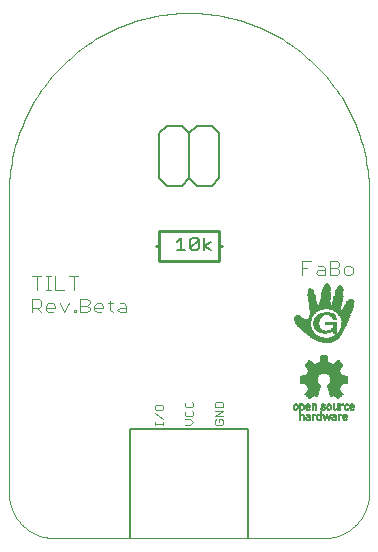
<source format=gto>
G75*
%MOIN*%
%OFA0B0*%
%FSLAX25Y25*%
%IPPOS*%
%LPD*%
%AMOC8*
5,1,8,0,0,1.08239X$1,22.5*
%
%ADD10C,0.00400*%
%ADD11C,0.00600*%
%ADD12C,0.01000*%
%ADD13C,0.00800*%
%ADD14C,0.00000*%
%ADD15C,0.00500*%
%ADD16C,0.00300*%
%ADD17R,0.00226X0.00011*%
%ADD18R,0.00183X0.00011*%
%ADD19R,0.00398X0.00011*%
%ADD20R,0.00301X0.00011*%
%ADD21R,0.00398X0.00011*%
%ADD22R,0.00387X0.00011*%
%ADD23R,0.00419X0.00011*%
%ADD24R,0.00430X0.00011*%
%ADD25R,0.00505X0.00011*%
%ADD26R,0.00398X0.00011*%
%ADD27R,0.00376X0.00011*%
%ADD28R,0.00376X0.00011*%
%ADD29R,0.00419X0.00011*%
%ADD30R,0.00430X0.00011*%
%ADD31R,0.00430X0.00011*%
%ADD32R,0.00570X0.00011*%
%ADD33R,0.00462X0.00011*%
%ADD34R,0.00387X0.00011*%
%ADD35R,0.00580X0.00011*%
%ADD36R,0.00441X0.00011*%
%ADD37R,0.00645X0.00011*%
%ADD38R,0.00527X0.00011*%
%ADD39R,0.00645X0.00011*%
%ADD40R,0.00666X0.00011*%
%ADD41R,0.00699X0.00011*%
%ADD42R,0.00720X0.00011*%
%ADD43R,0.00430X0.00011*%
%ADD44R,0.00752X0.00011*%
%ADD45R,0.00634X0.00011*%
%ADD46R,0.00408X0.00011*%
%ADD47R,0.00742X0.00011*%
%ADD48R,0.00441X0.00011*%
%ADD49R,0.00785X0.00011*%
%ADD50R,0.00795X0.00011*%
%ADD51R,0.00677X0.00011*%
%ADD52R,0.00419X0.00011*%
%ADD53R,0.00785X0.00011*%
%ADD54R,0.00839X0.00011*%
%ADD55R,0.00828X0.00011*%
%ADD56R,0.00709X0.00011*%
%ADD57R,0.00881X0.00011*%
%ADD58R,0.00860X0.00011*%
%ADD59R,0.00752X0.00011*%
%ADD60R,0.00860X0.00011*%
%ADD61R,0.00924X0.00011*%
%ADD62R,0.00903X0.00011*%
%ADD63R,0.00892X0.00011*%
%ADD64R,0.00967X0.00011*%
%ADD65R,0.00817X0.00011*%
%ADD66R,0.00935X0.00011*%
%ADD67R,0.01010X0.00011*%
%ADD68R,0.00957X0.00011*%
%ADD69R,0.00849X0.00011*%
%ADD70R,0.01053X0.00011*%
%ADD71R,0.00978X0.00011*%
%ADD72R,0.00462X0.00011*%
%ADD73R,0.00989X0.00011*%
%ADD74R,0.01075X0.00011*%
%ADD75R,0.01000X0.00011*%
%ADD76R,0.00903X0.00011*%
%ADD77R,0.01118X0.00011*%
%ADD78R,0.01032X0.00011*%
%ADD79R,0.00935X0.00011*%
%ADD80R,0.00462X0.00011*%
%ADD81R,0.00462X0.00011*%
%ADD82R,0.01021X0.00011*%
%ADD83R,0.01140X0.00011*%
%ADD84R,0.01043X0.00011*%
%ADD85R,0.00484X0.00011*%
%ADD86R,0.00484X0.00011*%
%ADD87R,0.01183X0.00011*%
%ADD88R,0.01064X0.00011*%
%ADD89R,0.01215X0.00011*%
%ADD90R,0.01086X0.00011*%
%ADD91R,0.01011X0.00011*%
%ADD92R,0.01086X0.00011*%
%ADD93R,0.01236X0.00011*%
%ADD94R,0.01107X0.00011*%
%ADD95R,0.00495X0.00011*%
%ADD96R,0.01107X0.00011*%
%ADD97R,0.01258X0.00011*%
%ADD98R,0.01559X0.00011*%
%ADD99R,0.00505X0.00011*%
%ADD100R,0.00505X0.00011*%
%ADD101R,0.01569X0.00011*%
%ADD102R,0.01290X0.00011*%
%ADD103R,0.01580X0.00011*%
%ADD104R,0.01311X0.00011*%
%ADD105R,0.01097X0.00011*%
%ADD106R,0.01344X0.00011*%
%ADD107R,0.01591X0.00011*%
%ADD108R,0.01537X0.00011*%
%ADD109R,0.00527X0.00011*%
%ADD110R,0.01365X0.00011*%
%ADD111R,0.01602X0.00011*%
%ADD112R,0.01548X0.00011*%
%ADD113R,0.01387X0.00011*%
%ADD114R,0.01613X0.00011*%
%ADD115R,0.01408X0.00011*%
%ADD116R,0.00548X0.00011*%
%ADD117R,0.01623X0.00011*%
%ADD118R,0.01419X0.00011*%
%ADD119R,0.01623X0.00011*%
%ADD120R,0.01580X0.00011*%
%ADD121R,0.00548X0.00011*%
%ADD122R,0.01623X0.00011*%
%ADD123R,0.01440X0.00011*%
%ADD124R,0.01623X0.00011*%
%ADD125R,0.01634X0.00011*%
%ADD126R,0.01462X0.00011*%
%ADD127R,0.01591X0.00011*%
%ADD128R,0.00570X0.00011*%
%ADD129R,0.00559X0.00011*%
%ADD130R,0.01483X0.00011*%
%ADD131R,0.01645X0.00011*%
%ADD132R,0.01645X0.00011*%
%ADD133R,0.01505X0.00011*%
%ADD134R,0.01645X0.00011*%
%ADD135R,0.01602X0.00011*%
%ADD136R,0.00570X0.00011*%
%ADD137R,0.00570X0.00011*%
%ADD138R,0.01655X0.00011*%
%ADD139R,0.01516X0.00011*%
%ADD140R,0.01655X0.00011*%
%ADD141R,0.00581X0.00011*%
%ADD142R,0.01526X0.00011*%
%ADD143R,0.00591X0.00011*%
%ADD144R,0.00591X0.00011*%
%ADD145R,0.01666X0.00011*%
%ADD146R,0.01527X0.00011*%
%ADD147R,0.01516X0.00011*%
%ADD148R,0.01666X0.00011*%
%ADD149R,0.01634X0.00011*%
%ADD150R,0.00602X0.00011*%
%ADD151R,0.00602X0.00011*%
%ADD152R,0.01677X0.00011*%
%ADD153R,0.01677X0.00011*%
%ADD154R,0.01634X0.00011*%
%ADD155R,0.00613X0.00011*%
%ADD156R,0.01688X0.00011*%
%ADD157R,0.01494X0.00011*%
%ADD158R,0.00656X0.00011*%
%ADD159R,0.00731X0.00011*%
%ADD160R,0.00623X0.00011*%
%ADD161R,0.00602X0.00011*%
%ADD162R,0.00731X0.00011*%
%ADD163R,0.00795X0.00011*%
%ADD164R,0.00634X0.00011*%
%ADD165R,0.00613X0.00011*%
%ADD166R,0.00494X0.00011*%
%ADD167R,0.00548X0.00011*%
%ADD168R,0.00516X0.00011*%
%ADD169R,0.00559X0.00011*%
%ADD170R,0.00634X0.00011*%
%ADD171R,0.00409X0.00011*%
%ADD172R,0.00537X0.00011*%
%ADD173R,0.00656X0.00011*%
%ADD174R,0.00376X0.00011*%
%ADD175R,0.00591X0.00011*%
%ADD176R,0.00645X0.00011*%
%ADD177R,0.00656X0.00011*%
%ADD178R,0.00667X0.00011*%
%ADD179R,0.00537X0.00011*%
%ADD180R,0.00344X0.00011*%
%ADD181R,0.00667X0.00011*%
%ADD182R,0.00473X0.00011*%
%ADD183R,0.00527X0.00011*%
%ADD184R,0.00312X0.00011*%
%ADD185R,0.00677X0.00011*%
%ADD186R,0.00279X0.00011*%
%ADD187R,0.00494X0.00011*%
%ADD188R,0.00258X0.00011*%
%ADD189R,0.00452X0.00011*%
%ADD190R,0.00484X0.00011*%
%ADD191R,0.00580X0.00011*%
%ADD192R,0.00688X0.00011*%
%ADD193R,0.00688X0.00011*%
%ADD194R,0.00451X0.00011*%
%ADD195R,0.00215X0.00011*%
%ADD196R,0.00452X0.00011*%
%ADD197R,0.00688X0.00011*%
%ADD198R,0.00688X0.00011*%
%ADD199R,0.00193X0.00011*%
%ADD200R,0.00473X0.00011*%
%ADD201R,0.00699X0.00011*%
%ADD202R,0.00161X0.00011*%
%ADD203R,0.00140X0.00011*%
%ADD204R,0.00709X0.00011*%
%ADD205R,0.00473X0.00011*%
%ADD206R,0.00118X0.00011*%
%ADD207R,0.00430X0.00011*%
%ADD208R,0.00086X0.00011*%
%ADD209R,0.00731X0.00011*%
%ADD210R,0.00054X0.00011*%
%ADD211R,0.00408X0.00011*%
%ADD212R,0.00451X0.00011*%
%ADD213R,0.00032X0.00011*%
%ADD214R,0.00516X0.00011*%
%ADD215R,0.00742X0.00011*%
%ADD216R,0.00011X0.00011*%
%ADD217R,0.00753X0.00011*%
%ADD218R,0.00473X0.00011*%
%ADD219R,0.00774X0.00011*%
%ADD220R,0.00774X0.00011*%
%ADD221R,0.00409X0.00011*%
%ADD222R,0.00774X0.00011*%
%ADD223R,0.00774X0.00011*%
%ADD224R,0.00376X0.00011*%
%ADD225R,0.00387X0.00011*%
%ADD226R,0.00387X0.00011*%
%ADD227R,0.00398X0.00011*%
%ADD228R,0.00365X0.00011*%
%ADD229R,0.01763X0.00011*%
%ADD230R,0.00366X0.00011*%
%ADD231R,0.01763X0.00011*%
%ADD232R,0.01548X0.00011*%
%ADD233R,0.00366X0.00011*%
%ADD234R,0.01559X0.00011*%
%ADD235R,0.01537X0.00011*%
%ADD236R,0.01505X0.00011*%
%ADD237R,0.01473X0.00011*%
%ADD238R,0.01441X0.00011*%
%ADD239R,0.01397X0.00011*%
%ADD240R,0.01376X0.00011*%
%ADD241R,0.00419X0.00011*%
%ADD242R,0.01376X0.00011*%
%ADD243R,0.01355X0.00011*%
%ADD244R,0.01354X0.00011*%
%ADD245R,0.01322X0.00011*%
%ADD246R,0.01333X0.00011*%
%ADD247R,0.01290X0.00011*%
%ADD248R,0.01301X0.00011*%
%ADD249R,0.01752X0.00011*%
%ADD250R,0.01258X0.00011*%
%ADD251R,0.01204X0.00011*%
%ADD252R,0.01129X0.00011*%
%ADD253R,0.01139X0.00011*%
%ADD254R,0.01752X0.00011*%
%ADD255R,0.00365X0.00011*%
%ADD256R,0.00355X0.00011*%
%ADD257R,0.00441X0.00011*%
%ADD258R,0.00441X0.00011*%
%ADD259R,0.00720X0.00011*%
%ADD260R,0.00495X0.00011*%
%ADD261R,0.00484X0.00011*%
%ADD262R,0.00677X0.00011*%
%ADD263R,0.00011X0.00011*%
%ADD264R,0.00011X0.00011*%
%ADD265R,0.00548X0.00011*%
%ADD266R,0.00032X0.00011*%
%ADD267R,0.00656X0.00011*%
%ADD268R,0.00064X0.00011*%
%ADD269R,0.00075X0.00011*%
%ADD270R,0.00097X0.00011*%
%ADD271R,0.00022X0.00011*%
%ADD272R,0.00054X0.00011*%
%ADD273R,0.00591X0.00011*%
%ADD274R,0.00054X0.00011*%
%ADD275R,0.00613X0.00011*%
%ADD276R,0.00150X0.00011*%
%ADD277R,0.00172X0.00011*%
%ADD278R,0.00107X0.00011*%
%ADD279R,0.00204X0.00011*%
%ADD280R,0.00129X0.00011*%
%ADD281R,0.00666X0.00011*%
%ADD282R,0.00226X0.00011*%
%ADD283R,0.00172X0.00011*%
%ADD284R,0.00236X0.00011*%
%ADD285R,0.00161X0.00011*%
%ADD286R,0.00699X0.00011*%
%ADD287R,0.00269X0.00011*%
%ADD288R,0.00194X0.00011*%
%ADD289R,0.00301X0.00011*%
%ADD290R,0.00236X0.00011*%
%ADD291R,0.00290X0.00011*%
%ADD292R,0.00333X0.00011*%
%ADD293R,0.00344X0.00011*%
%ADD294R,0.00290X0.00011*%
%ADD295R,0.01225X0.00011*%
%ADD296R,0.00602X0.00011*%
%ADD297R,0.00623X0.00011*%
%ADD298R,0.01645X0.00011*%
%ADD299R,0.01236X0.00011*%
%ADD300R,0.01441X0.00011*%
%ADD301R,0.01247X0.00011*%
%ADD302R,0.01451X0.00011*%
%ADD303R,0.01473X0.00011*%
%ADD304R,0.01462X0.00011*%
%ADD305R,0.01451X0.00011*%
%ADD306R,0.01473X0.00011*%
%ADD307R,0.01269X0.00011*%
%ADD308R,0.01430X0.00011*%
%ADD309R,0.01612X0.00011*%
%ADD310R,0.01279X0.00011*%
%ADD311R,0.01279X0.00011*%
%ADD312R,0.01387X0.00011*%
%ADD313R,0.01311X0.00011*%
%ADD314R,0.01301X0.00011*%
%ADD315R,0.01322X0.00011*%
%ADD316R,0.01333X0.00011*%
%ADD317R,0.01569X0.00011*%
%ADD318R,0.01483X0.00011*%
%ADD319R,0.01344X0.00011*%
%ADD320R,0.01301X0.00011*%
%ADD321R,0.01365X0.00011*%
%ADD322R,0.01269X0.00011*%
%ADD323R,0.01537X0.00011*%
%ADD324R,0.01430X0.00011*%
%ADD325R,0.01365X0.00011*%
%ADD326R,0.01086X0.00011*%
%ADD327R,0.01408X0.00011*%
%ADD328R,0.00924X0.00011*%
%ADD329R,0.01097X0.00011*%
%ADD330R,0.01419X0.00011*%
%ADD331R,0.00935X0.00011*%
%ADD332R,0.01225X0.00011*%
%ADD333R,0.00935X0.00011*%
%ADD334R,0.01032X0.00011*%
%ADD335R,0.01021X0.00011*%
%ADD336R,0.01150X0.00011*%
%ADD337R,0.01011X0.00011*%
%ADD338R,0.01000X0.00011*%
%ADD339R,0.00925X0.00011*%
%ADD340R,0.01118X0.00011*%
%ADD341R,0.01301X0.00011*%
%ADD342R,0.01096X0.00011*%
%ADD343R,0.00925X0.00011*%
%ADD344R,0.00946X0.00011*%
%ADD345R,0.00914X0.00011*%
%ADD346R,0.00914X0.00011*%
%ADD347R,0.00903X0.00011*%
%ADD348R,0.00892X0.00011*%
%ADD349R,0.01193X0.00011*%
%ADD350R,0.00871X0.00011*%
%ADD351R,0.01182X0.00011*%
%ADD352R,0.00881X0.00011*%
%ADD353R,0.00989X0.00011*%
%ADD354R,0.01161X0.00011*%
%ADD355R,0.00828X0.00011*%
%ADD356R,0.00806X0.00011*%
%ADD357R,0.00817X0.00011*%
%ADD358R,0.00763X0.00011*%
%ADD359R,0.01053X0.00011*%
%ADD360R,0.00355X0.00011*%
%ADD361R,0.01043X0.00011*%
%ADD362R,0.00753X0.00011*%
%ADD363R,0.00849X0.00011*%
%ADD364R,0.00720X0.00011*%
%ADD365R,0.00763X0.00011*%
%ADD366R,0.00634X0.00011*%
%ADD367R,0.00333X0.00011*%
%ADD368R,0.00323X0.00011*%
%ADD369R,0.00204X0.00011*%
%ADD370R,0.00215X0.00011*%
%ADD371R,0.00150X0.00011*%
%ADD372R,0.00140X0.00011*%
%ADD373R,0.00193X0.00011*%
%ADD374R,0.00204X0.00011*%
%ADD375R,0.00161X0.00011*%
%ADD376R,0.00194X0.00011*%
%ADD377R,0.00742X0.00011*%
%ADD378R,0.00838X0.00011*%
%ADD379R,0.00817X0.00011*%
%ADD380R,0.00699X0.00011*%
%ADD381R,0.00957X0.00011*%
%ADD382R,0.00828X0.00011*%
%ADD383R,0.00828X0.00011*%
%ADD384R,0.01021X0.00011*%
%ADD385R,0.00871X0.00011*%
%ADD386R,0.00892X0.00011*%
%ADD387R,0.00763X0.00011*%
%ADD388R,0.00967X0.00011*%
%ADD389R,0.01107X0.00011*%
%ADD390R,0.00967X0.00011*%
%ADD391R,0.01150X0.00011*%
%ADD392R,0.00978X0.00011*%
%ADD393R,0.01075X0.00011*%
%ADD394R,0.01182X0.00011*%
%ADD395R,0.01107X0.00011*%
%ADD396R,0.01172X0.00011*%
%ADD397R,0.00946X0.00011*%
%ADD398R,0.01129X0.00011*%
%ADD399R,0.01172X0.00011*%
%ADD400R,0.01204X0.00011*%
%ADD401R,0.01139X0.00011*%
%ADD402R,0.00989X0.00011*%
%ADD403R,0.01193X0.00011*%
%ADD404R,0.01172X0.00011*%
%ADD405R,0.01193X0.00011*%
%ADD406R,0.01032X0.00011*%
%ADD407R,0.01279X0.00011*%
%ADD408R,0.01247X0.00011*%
%ADD409R,0.01290X0.00011*%
%ADD410R,0.01268X0.00011*%
%ADD411R,0.01312X0.00011*%
%ADD412R,0.01236X0.00011*%
%ADD413R,0.01258X0.00011*%
%ADD414R,0.01548X0.00011*%
%ADD415R,0.01548X0.00011*%
%ADD416R,0.01397X0.00011*%
%ADD417R,0.01355X0.00011*%
%ADD418R,0.01570X0.00011*%
%ADD419R,0.01376X0.00011*%
%ADD420R,0.01365X0.00011*%
%ADD421R,0.01419X0.00011*%
%ADD422R,0.01698X0.00011*%
%ADD423R,0.01612X0.00011*%
%ADD424R,0.01720X0.00011*%
%ADD425R,0.01613X0.00011*%
%ADD426R,0.01527X0.00011*%
%ADD427R,0.01731X0.00011*%
%ADD428R,0.01763X0.00011*%
%ADD429R,0.01494X0.00011*%
%ADD430R,0.01634X0.00011*%
%ADD431R,0.01526X0.00011*%
%ADD432R,0.01516X0.00011*%
%ADD433R,0.00623X0.00011*%
%ADD434R,0.00699X0.00011*%
%ADD435R,0.00559X0.00011*%
%ADD436R,0.00312X0.00011*%
%ADD437R,0.00280X0.00011*%
%ADD438R,0.00247X0.00011*%
%ADD439R,0.00505X0.00011*%
%ADD440R,0.00559X0.00011*%
%ADD441R,0.00247X0.00011*%
%ADD442R,0.00108X0.00011*%
%ADD443R,0.00527X0.00011*%
%ADD444R,0.00064X0.00011*%
%ADD445R,0.00204X0.00011*%
%ADD446R,0.00043X0.00011*%
%ADD447R,0.00118X0.00011*%
%ADD448R,0.00043X0.00011*%
%ADD449R,0.00021X0.00011*%
%ADD450R,0.00107X0.00011*%
%ADD451R,0.00022X0.00011*%
%ADD452R,0.01193X0.00011*%
%ADD453R,0.01215X0.00011*%
%ADD454R,0.01774X0.00011*%
%ADD455R,0.01774X0.00011*%
%ADD456R,0.01354X0.00011*%
%ADD457R,0.00430X0.00011*%
%ADD458R,0.00043X0.00011*%
%ADD459R,0.00086X0.00011*%
%ADD460R,0.00161X0.00011*%
%ADD461R,0.00118X0.00011*%
%ADD462R,0.00516X0.00011*%
%ADD463R,0.00258X0.00011*%
%ADD464R,0.00312X0.00011*%
%ADD465R,0.00613X0.00011*%
%ADD466R,0.00290X0.00011*%
%ADD467R,0.00097X0.00011*%
%ADD468R,0.00322X0.00011*%
%ADD469R,0.00161X0.00011*%
%ADD470R,0.00709X0.00011*%
%ADD471R,0.00645X0.00011*%
%ADD472R,0.00731X0.00011*%
%ADD473R,0.01505X0.00011*%
%ADD474R,0.00720X0.00011*%
%ADD475R,0.01451X0.00011*%
%ADD476R,0.01430X0.00011*%
%ADD477R,0.01505X0.00011*%
%ADD478R,0.01290X0.00011*%
%ADD479R,0.01484X0.00011*%
%ADD480R,0.01279X0.00011*%
%ADD481R,0.01258X0.00011*%
%ADD482R,0.01247X0.00011*%
%ADD483R,0.01225X0.00011*%
%ADD484R,0.01204X0.00011*%
%ADD485R,0.01064X0.00011*%
%ADD486R,0.01387X0.00011*%
%ADD487R,0.01204X0.00011*%
%ADD488R,0.01032X0.00011*%
%ADD489R,0.01129X0.00011*%
%ADD490R,0.01075X0.00011*%
%ADD491R,0.00892X0.00011*%
%ADD492R,0.01043X0.00011*%
%ADD493R,0.00989X0.00011*%
%ADD494R,0.00860X0.00011*%
%ADD495R,0.00860X0.00011*%
%ADD496R,0.01021X0.00011*%
%ADD497R,0.00849X0.00011*%
%ADD498R,0.00839X0.00011*%
%ADD499R,0.00806X0.00011*%
%ADD500R,0.00849X0.00011*%
%ADD501R,0.00817X0.00011*%
%ADD502R,0.00742X0.00011*%
%ADD503R,0.00688X0.00011*%
%ADD504R,0.00118X0.00011*%
%ADD505R,0.00226X0.00011*%
%ADD506R,0.01096X0.00011*%
%ADD507R,0.01408X0.00011*%
%ADD508R,0.01677X0.00011*%
%ADD509R,0.01731X0.00011*%
%ADD510R,0.01784X0.00011*%
%ADD511R,0.01806X0.00011*%
%ADD512R,0.01806X0.00011*%
%ADD513R,0.01838X0.00011*%
%ADD514R,0.01860X0.00011*%
%ADD515R,0.01892X0.00011*%
%ADD516R,0.00108X0.00011*%
%ADD517R,0.01881X0.00011*%
%ADD518R,0.01913X0.00011*%
%ADD519R,0.01914X0.00011*%
%ADD520R,0.01935X0.00011*%
%ADD521R,0.01967X0.00011*%
%ADD522R,0.01989X0.00011*%
%ADD523R,0.01989X0.00011*%
%ADD524R,0.02021X0.00011*%
%ADD525R,0.02042X0.00011*%
%ADD526R,0.02075X0.00011*%
%ADD527R,0.02096X0.00011*%
%ADD528R,0.02096X0.00011*%
%ADD529R,0.02128X0.00011*%
%ADD530R,0.02150X0.00011*%
%ADD531R,0.02182X0.00011*%
%ADD532R,0.02182X0.00011*%
%ADD533R,0.02204X0.00011*%
%ADD534R,0.02204X0.00011*%
%ADD535R,0.02225X0.00011*%
%ADD536R,0.02257X0.00011*%
%ADD537R,0.02258X0.00011*%
%ADD538R,0.02279X0.00011*%
%ADD539R,0.02311X0.00011*%
%ADD540R,0.00516X0.00011*%
%ADD541R,0.02311X0.00011*%
%ADD542R,0.02333X0.00011*%
%ADD543R,0.02365X0.00011*%
%ADD544R,0.02386X0.00011*%
%ADD545R,0.02419X0.00011*%
%ADD546R,0.02440X0.00011*%
%ADD547R,0.02472X0.00011*%
%ADD548R,0.02494X0.00011*%
%ADD549R,0.02516X0.00011*%
%ADD550R,0.02548X0.00011*%
%ADD551R,0.02569X0.00011*%
%ADD552R,0.02602X0.00011*%
%ADD553R,0.02623X0.00011*%
%ADD554R,0.02655X0.00011*%
%ADD555R,0.02677X0.00011*%
%ADD556R,0.02677X0.00011*%
%ADD557R,0.02709X0.00011*%
%ADD558R,0.02709X0.00011*%
%ADD559R,0.02730X0.00011*%
%ADD560R,0.02763X0.00011*%
%ADD561R,0.02795X0.00011*%
%ADD562R,0.02795X0.00011*%
%ADD563R,0.03870X0.00011*%
%ADD564R,0.03870X0.00011*%
%ADD565R,0.03881X0.00011*%
%ADD566R,0.03881X0.00011*%
%ADD567R,0.03892X0.00011*%
%ADD568R,0.03891X0.00011*%
%ADD569R,0.03913X0.00011*%
%ADD570R,0.03913X0.00011*%
%ADD571R,0.03924X0.00011*%
%ADD572R,0.03945X0.00011*%
%ADD573R,0.03956X0.00011*%
%ADD574R,0.03956X0.00011*%
%ADD575R,0.03967X0.00011*%
%ADD576R,0.03988X0.00011*%
%ADD577R,0.03999X0.00011*%
%ADD578R,0.04020X0.00011*%
%ADD579R,0.04031X0.00011*%
%ADD580R,0.04053X0.00011*%
%ADD581R,0.04053X0.00011*%
%ADD582R,0.04063X0.00011*%
%ADD583R,0.04064X0.00011*%
%ADD584R,0.04074X0.00011*%
%ADD585R,0.04074X0.00011*%
%ADD586R,0.04096X0.00011*%
%ADD587R,0.04106X0.00011*%
%ADD588R,0.04107X0.00011*%
%ADD589R,0.04128X0.00011*%
%ADD590R,0.04139X0.00011*%
%ADD591R,0.04150X0.00011*%
%ADD592R,0.04149X0.00011*%
%ADD593R,0.04171X0.00011*%
%ADD594R,0.04182X0.00011*%
%ADD595R,0.04203X0.00011*%
%ADD596R,0.04203X0.00011*%
%ADD597R,0.04214X0.00011*%
%ADD598R,0.04235X0.00011*%
%ADD599R,0.04225X0.00011*%
%ADD600R,0.04246X0.00011*%
%ADD601R,0.04257X0.00011*%
%ADD602R,0.04278X0.00011*%
%ADD603R,0.04289X0.00011*%
%ADD604R,0.04311X0.00011*%
%ADD605R,0.04311X0.00011*%
%ADD606R,0.04321X0.00011*%
%ADD607R,0.04322X0.00011*%
%ADD608R,0.04332X0.00011*%
%ADD609R,0.04354X0.00011*%
%ADD610R,0.04354X0.00011*%
%ADD611R,0.04364X0.00011*%
%ADD612R,0.04386X0.00011*%
%ADD613R,0.04386X0.00011*%
%ADD614R,0.04397X0.00011*%
%ADD615R,0.04408X0.00011*%
%ADD616R,0.04407X0.00011*%
%ADD617R,0.04418X0.00011*%
%ADD618R,0.04418X0.00011*%
%ADD619R,0.04418X0.00011*%
%ADD620R,0.04418X0.00011*%
%ADD621R,0.04429X0.00011*%
%ADD622R,0.04429X0.00011*%
%ADD623R,0.04429X0.00011*%
%ADD624R,0.04407X0.00011*%
%ADD625R,0.04408X0.00011*%
%ADD626R,0.04397X0.00011*%
%ADD627R,0.04397X0.00011*%
%ADD628R,0.04375X0.00011*%
%ADD629R,0.04375X0.00011*%
%ADD630R,0.04375X0.00011*%
%ADD631R,0.04364X0.00011*%
%ADD632R,0.04354X0.00011*%
%ADD633R,0.04343X0.00011*%
%ADD634R,0.04343X0.00011*%
%ADD635R,0.04343X0.00011*%
%ADD636R,0.04343X0.00011*%
%ADD637R,0.04332X0.00011*%
%ADD638R,0.04332X0.00011*%
%ADD639R,0.04332X0.00011*%
%ADD640R,0.04322X0.00011*%
%ADD641R,0.04321X0.00011*%
%ADD642R,0.04311X0.00011*%
%ADD643R,0.04311X0.00011*%
%ADD644R,0.04300X0.00011*%
%ADD645R,0.04300X0.00011*%
%ADD646R,0.04300X0.00011*%
%ADD647R,0.04278X0.00011*%
%ADD648R,0.04268X0.00011*%
%ADD649R,0.04278X0.00011*%
%ADD650R,0.04268X0.00011*%
%ADD651R,0.04257X0.00011*%
%ADD652R,0.04257X0.00011*%
%ADD653R,0.04257X0.00011*%
%ADD654R,0.04246X0.00011*%
%ADD655R,0.04246X0.00011*%
%ADD656R,0.04235X0.00011*%
%ADD657R,0.04236X0.00011*%
%ADD658R,0.04225X0.00011*%
%ADD659R,0.04236X0.00011*%
%ADD660R,0.04225X0.00011*%
%ADD661R,0.04214X0.00011*%
%ADD662R,0.04192X0.00011*%
%ADD663R,0.04192X0.00011*%
%ADD664R,0.04182X0.00011*%
%ADD665R,0.04171X0.00011*%
%ADD666R,0.04160X0.00011*%
%ADD667R,0.04160X0.00011*%
%ADD668R,0.04160X0.00011*%
%ADD669R,0.04149X0.00011*%
%ADD670R,0.04150X0.00011*%
%ADD671R,0.04139X0.00011*%
%ADD672R,0.04139X0.00011*%
%ADD673R,0.04128X0.00011*%
%ADD674R,0.04128X0.00011*%
%ADD675R,0.04117X0.00011*%
%ADD676R,0.04117X0.00011*%
%ADD677R,0.04128X0.00011*%
%ADD678R,0.04106X0.00011*%
%ADD679R,0.04096X0.00011*%
%ADD680R,0.04096X0.00011*%
%ADD681R,0.04085X0.00011*%
%ADD682R,0.04085X0.00011*%
%ADD683R,0.04074X0.00011*%
%ADD684R,0.04063X0.00011*%
%ADD685R,0.04064X0.00011*%
%ADD686R,0.04053X0.00011*%
%ADD687R,0.04053X0.00011*%
%ADD688R,0.04042X0.00011*%
%ADD689R,0.04042X0.00011*%
%ADD690R,0.04031X0.00011*%
%ADD691R,0.04031X0.00011*%
%ADD692R,0.04020X0.00011*%
%ADD693R,0.04010X0.00011*%
%ADD694R,0.04010X0.00011*%
%ADD695R,0.03999X0.00011*%
%ADD696R,0.03988X0.00011*%
%ADD697R,0.03999X0.00011*%
%ADD698R,0.04042X0.00011*%
%ADD699R,0.04085X0.00011*%
%ADD700R,0.04386X0.00011*%
%ADD701R,0.04450X0.00011*%
%ADD702R,0.04450X0.00011*%
%ADD703R,0.04461X0.00011*%
%ADD704R,0.04472X0.00011*%
%ADD705R,0.04483X0.00011*%
%ADD706R,0.04494X0.00011*%
%ADD707R,0.04504X0.00011*%
%ADD708R,0.04515X0.00011*%
%ADD709R,0.04515X0.00011*%
%ADD710R,0.04526X0.00011*%
%ADD711R,0.04526X0.00011*%
%ADD712R,0.04536X0.00011*%
%ADD713R,0.04547X0.00011*%
%ADD714R,0.04558X0.00011*%
%ADD715R,0.04569X0.00011*%
%ADD716R,0.04580X0.00011*%
%ADD717R,0.04579X0.00011*%
%ADD718R,0.04590X0.00011*%
%ADD719R,0.04590X0.00011*%
%ADD720R,0.04601X0.00011*%
%ADD721R,0.04601X0.00011*%
%ADD722R,0.04612X0.00011*%
%ADD723R,0.04612X0.00011*%
%ADD724R,0.04622X0.00011*%
%ADD725R,0.04633X0.00011*%
%ADD726R,0.04633X0.00011*%
%ADD727R,0.04644X0.00011*%
%ADD728R,0.04655X0.00011*%
%ADD729R,0.04666X0.00011*%
%ADD730R,0.04676X0.00011*%
%ADD731R,0.04676X0.00011*%
%ADD732R,0.04687X0.00011*%
%ADD733R,0.04698X0.00011*%
%ADD734R,0.04698X0.00011*%
%ADD735R,0.04708X0.00011*%
%ADD736R,0.04719X0.00011*%
%ADD737R,0.04741X0.00011*%
%ADD738R,0.04741X0.00011*%
%ADD739R,0.04752X0.00011*%
%ADD740R,0.04762X0.00011*%
%ADD741R,0.04762X0.00011*%
%ADD742R,0.04773X0.00011*%
%ADD743R,0.04773X0.00011*%
%ADD744R,0.04773X0.00011*%
%ADD745R,0.04762X0.00011*%
%ADD746R,0.04752X0.00011*%
%ADD747R,0.04730X0.00011*%
%ADD748R,0.04709X0.00011*%
%ADD749R,0.04708X0.00011*%
%ADD750R,0.04687X0.00011*%
%ADD751R,0.04665X0.00011*%
%ADD752R,0.04666X0.00011*%
%ADD753R,0.04644X0.00011*%
%ADD754R,0.04601X0.00011*%
%ADD755R,0.04601X0.00011*%
%ADD756R,0.04569X0.00011*%
%ADD757R,0.04558X0.00011*%
%ADD758R,0.04515X0.00011*%
%ADD759R,0.04515X0.00011*%
%ADD760R,0.04504X0.00011*%
%ADD761R,0.04504X0.00011*%
%ADD762R,0.04483X0.00011*%
%ADD763R,0.04461X0.00011*%
%ADD764R,0.04451X0.00011*%
%ADD765R,0.04429X0.00011*%
%ADD766R,0.04397X0.00011*%
%ADD767R,0.04386X0.00011*%
%ADD768R,0.04365X0.00011*%
%ADD769R,0.04289X0.00011*%
%ADD770R,0.04268X0.00011*%
%ADD771R,0.04504X0.00011*%
%ADD772R,0.04751X0.00011*%
%ADD773R,0.04795X0.00011*%
%ADD774R,0.04794X0.00011*%
%ADD775R,0.04859X0.00011*%
%ADD776R,0.04859X0.00011*%
%ADD777R,0.04902X0.00011*%
%ADD778R,0.04945X0.00011*%
%ADD779R,0.04999X0.00011*%
%ADD780R,0.05052X0.00011*%
%ADD781R,0.05053X0.00011*%
%ADD782R,0.05106X0.00011*%
%ADD783R,0.05149X0.00011*%
%ADD784R,0.05203X0.00011*%
%ADD785R,0.05203X0.00011*%
%ADD786R,0.05257X0.00011*%
%ADD787R,0.05300X0.00011*%
%ADD788R,0.05300X0.00011*%
%ADD789R,0.05353X0.00011*%
%ADD790R,0.05407X0.00011*%
%ADD791R,0.05407X0.00011*%
%ADD792R,0.05450X0.00011*%
%ADD793R,0.05450X0.00011*%
%ADD794R,0.05515X0.00011*%
%ADD795R,0.05515X0.00011*%
%ADD796R,0.05558X0.00011*%
%ADD797R,0.05601X0.00011*%
%ADD798R,0.05665X0.00011*%
%ADD799R,0.05708X0.00011*%
%ADD800R,0.05762X0.00011*%
%ADD801R,0.05816X0.00011*%
%ADD802R,0.05859X0.00011*%
%ADD803R,0.05923X0.00011*%
%ADD804R,0.05923X0.00011*%
%ADD805R,0.05966X0.00011*%
%ADD806R,0.05988X0.00011*%
%ADD807R,0.05998X0.00011*%
%ADD808R,0.06009X0.00011*%
%ADD809R,0.06009X0.00011*%
%ADD810R,0.06009X0.00011*%
%ADD811R,0.06009X0.00011*%
%ADD812R,0.05998X0.00011*%
%ADD813R,0.05977X0.00011*%
%ADD814R,0.05977X0.00011*%
%ADD815R,0.05955X0.00011*%
%ADD816R,0.05955X0.00011*%
%ADD817R,0.05945X0.00011*%
%ADD818R,0.05945X0.00011*%
%ADD819R,0.05934X0.00011*%
%ADD820R,0.05934X0.00011*%
%ADD821R,0.05934X0.00011*%
%ADD822R,0.05934X0.00011*%
%ADD823R,0.05912X0.00011*%
%ADD824R,0.05912X0.00011*%
%ADD825R,0.05902X0.00011*%
%ADD826R,0.05902X0.00011*%
%ADD827R,0.05891X0.00011*%
%ADD828R,0.05880X0.00011*%
%ADD829R,0.05880X0.00011*%
%ADD830R,0.05869X0.00011*%
%ADD831R,0.05869X0.00011*%
%ADD832R,0.05859X0.00011*%
%ADD833R,0.05859X0.00011*%
%ADD834R,0.05859X0.00011*%
%ADD835R,0.05848X0.00011*%
%ADD836R,0.05848X0.00011*%
%ADD837R,0.05848X0.00011*%
%ADD838R,0.05848X0.00011*%
%ADD839R,0.05837X0.00011*%
%ADD840R,0.05827X0.00011*%
%ADD841R,0.05827X0.00011*%
%ADD842R,0.05816X0.00011*%
%ADD843R,0.05805X0.00011*%
%ADD844R,0.05805X0.00011*%
%ADD845R,0.05794X0.00011*%
%ADD846R,0.05794X0.00011*%
%ADD847R,0.05783X0.00011*%
%ADD848R,0.05783X0.00011*%
%ADD849R,0.05773X0.00011*%
%ADD850R,0.05773X0.00011*%
%ADD851R,0.05762X0.00011*%
%ADD852R,0.05762X0.00011*%
%ADD853R,0.05762X0.00011*%
%ADD854R,0.05837X0.00011*%
%ADD855R,0.05891X0.00011*%
%ADD856R,0.05923X0.00011*%
%ADD857R,0.05945X0.00011*%
%ADD858R,0.05945X0.00011*%
%ADD859R,0.05966X0.00011*%
%ADD860R,0.05988X0.00011*%
%ADD861R,0.06020X0.00011*%
%ADD862R,0.06020X0.00011*%
%ADD863R,0.06020X0.00011*%
%ADD864R,0.06020X0.00011*%
%ADD865R,0.05988X0.00011*%
%ADD866R,0.05956X0.00011*%
%ADD867R,0.05741X0.00011*%
%ADD868R,0.05740X0.00011*%
%ADD869R,0.05697X0.00011*%
%ADD870R,0.05655X0.00011*%
%ADD871R,0.05590X0.00011*%
%ADD872R,0.05590X0.00011*%
%ADD873R,0.05547X0.00011*%
%ADD874R,0.05493X0.00011*%
%ADD875R,0.05493X0.00011*%
%ADD876R,0.05439X0.00011*%
%ADD877R,0.05396X0.00011*%
%ADD878R,0.05397X0.00011*%
%ADD879R,0.05332X0.00011*%
%ADD880R,0.05289X0.00011*%
%ADD881R,0.05246X0.00011*%
%ADD882R,0.05246X0.00011*%
%ADD883R,0.05192X0.00011*%
%ADD884R,0.05138X0.00011*%
%ADD885R,0.05139X0.00011*%
%ADD886R,0.05095X0.00011*%
%ADD887R,0.05042X0.00011*%
%ADD888R,0.05042X0.00011*%
%ADD889R,0.04934X0.00011*%
%ADD890R,0.04934X0.00011*%
%ADD891R,0.04891X0.00011*%
%ADD892R,0.04848X0.00011*%
%ADD893R,0.04848X0.00011*%
%ADD894R,0.04698X0.00011*%
%ADD895R,0.04698X0.00011*%
%ADD896R,0.04547X0.00011*%
%ADD897R,0.04493X0.00011*%
%ADD898R,0.04279X0.00011*%
%ADD899R,0.04289X0.00011*%
%ADD900R,0.04440X0.00011*%
%ADD901R,0.04440X0.00011*%
%ADD902R,0.04472X0.00011*%
%ADD903R,0.04483X0.00011*%
%ADD904R,0.04493X0.00011*%
%ADD905R,0.04494X0.00011*%
%ADD906R,0.04547X0.00011*%
%ADD907R,0.04590X0.00011*%
%ADD908R,0.04644X0.00011*%
%ADD909R,0.04805X0.00011*%
%ADD910R,0.04816X0.00011*%
%ADD911R,0.04827X0.00011*%
%ADD912R,0.04880X0.00011*%
%ADD913R,0.04956X0.00011*%
%ADD914R,0.04956X0.00011*%
%ADD915R,0.04999X0.00011*%
%ADD916R,0.05020X0.00011*%
%ADD917R,0.05031X0.00011*%
%ADD918R,0.05063X0.00011*%
%ADD919R,0.05117X0.00011*%
%ADD920R,0.05160X0.00011*%
%ADD921R,0.05214X0.00011*%
%ADD922R,0.05214X0.00011*%
%ADD923R,0.11105X0.00011*%
%ADD924R,0.11094X0.00011*%
%ADD925R,0.11072X0.00011*%
%ADD926R,0.11072X0.00011*%
%ADD927R,0.11051X0.00011*%
%ADD928R,0.11030X0.00011*%
%ADD929R,0.11030X0.00011*%
%ADD930R,0.11008X0.00011*%
%ADD931R,0.11008X0.00011*%
%ADD932R,0.10986X0.00011*%
%ADD933R,0.10965X0.00011*%
%ADD934R,0.10965X0.00011*%
%ADD935R,0.10944X0.00011*%
%ADD936R,0.10922X0.00011*%
%ADD937R,0.10922X0.00011*%
%ADD938R,0.10900X0.00011*%
%ADD939R,0.10879X0.00011*%
%ADD940R,0.10879X0.00011*%
%ADD941R,0.10857X0.00011*%
%ADD942R,0.10836X0.00011*%
%ADD943R,0.10836X0.00011*%
%ADD944R,0.10814X0.00011*%
%ADD945R,0.10814X0.00011*%
%ADD946R,0.10793X0.00011*%
%ADD947R,0.10772X0.00011*%
%ADD948R,0.10772X0.00011*%
%ADD949R,0.10750X0.00011*%
%ADD950R,0.10728X0.00011*%
%ADD951R,0.10728X0.00011*%
%ADD952R,0.10707X0.00011*%
%ADD953R,0.10685X0.00011*%
%ADD954R,0.10685X0.00011*%
%ADD955R,0.10664X0.00011*%
%ADD956R,0.10642X0.00011*%
%ADD957R,0.10642X0.00011*%
%ADD958R,0.10621X0.00011*%
%ADD959R,0.10621X0.00011*%
%ADD960R,0.10599X0.00011*%
%ADD961R,0.10578X0.00011*%
%ADD962R,0.10578X0.00011*%
%ADD963R,0.10556X0.00011*%
%ADD964R,0.10535X0.00011*%
%ADD965R,0.10535X0.00011*%
%ADD966R,0.10513X0.00011*%
%ADD967R,0.10492X0.00011*%
%ADD968R,0.10492X0.00011*%
%ADD969R,0.10470X0.00011*%
%ADD970R,0.10449X0.00011*%
%ADD971R,0.10449X0.00011*%
%ADD972R,0.10427X0.00011*%
%ADD973R,0.10427X0.00011*%
%ADD974R,0.10750X0.00011*%
%ADD975R,0.10857X0.00011*%
%ADD976R,0.10911X0.00011*%
%ADD977R,0.10944X0.00011*%
%ADD978R,0.11051X0.00011*%
%ADD979R,0.11116X0.00011*%
%ADD980R,0.11137X0.00011*%
%ADD981R,0.11158X0.00011*%
%ADD982R,0.11180X0.00011*%
%ADD983R,0.11202X0.00011*%
%ADD984R,0.11223X0.00011*%
%ADD985R,0.11244X0.00011*%
%ADD986R,0.11244X0.00011*%
%ADD987R,0.11266X0.00011*%
%ADD988R,0.11288X0.00011*%
%ADD989R,0.11309X0.00011*%
%ADD990R,0.11330X0.00011*%
%ADD991R,0.11352X0.00011*%
%ADD992R,0.11373X0.00011*%
%ADD993R,0.11373X0.00011*%
%ADD994R,0.11395X0.00011*%
%ADD995R,0.11416X0.00011*%
%ADD996R,0.11427X0.00011*%
%ADD997R,0.11438X0.00011*%
%ADD998R,0.11459X0.00011*%
%ADD999R,0.11481X0.00011*%
%ADD1000R,0.11481X0.00011*%
%ADD1001R,0.11502X0.00011*%
%ADD1002R,0.11524X0.00011*%
%ADD1003R,0.11545X0.00011*%
%ADD1004R,0.11567X0.00011*%
%ADD1005R,0.11588X0.00011*%
%ADD1006R,0.11610X0.00011*%
%ADD1007R,0.11610X0.00011*%
%ADD1008R,0.11631X0.00011*%
%ADD1009R,0.11653X0.00011*%
%ADD1010R,0.11664X0.00011*%
%ADD1011R,0.11674X0.00011*%
%ADD1012R,0.11696X0.00011*%
%ADD1013R,0.11717X0.00011*%
%ADD1014R,0.11739X0.00011*%
%ADD1015R,0.11760X0.00011*%
%ADD1016R,0.11782X0.00011*%
%ADD1017R,0.11803X0.00011*%
%ADD1018R,0.11803X0.00011*%
%ADD1019R,0.11825X0.00011*%
%ADD1020R,0.11847X0.00011*%
%ADD1021R,0.11847X0.00011*%
%ADD1022R,0.11868X0.00011*%
%ADD1023R,0.11889X0.00011*%
%ADD1024R,0.11911X0.00011*%
%ADD1025R,0.11932X0.00011*%
%ADD1026R,0.11954X0.00011*%
%ADD1027R,0.11975X0.00011*%
%ADD1028R,0.11997X0.00011*%
%ADD1029R,0.12018X0.00011*%
%ADD1030R,0.12040X0.00011*%
%ADD1031R,0.12040X0.00011*%
%ADD1032R,0.12061X0.00011*%
%ADD1033R,0.12083X0.00011*%
%ADD1034R,0.12105X0.00011*%
%ADD1035R,0.12126X0.00011*%
%ADD1036R,0.12147X0.00011*%
%ADD1037R,0.12169X0.00011*%
%ADD1038R,0.12180X0.00011*%
%ADD1039R,0.12191X0.00011*%
%ADD1040R,0.12212X0.00011*%
%ADD1041R,0.12233X0.00011*%
%ADD1042R,0.12233X0.00011*%
%ADD1043R,0.12255X0.00011*%
%ADD1044R,0.12277X0.00011*%
%ADD1045R,0.12277X0.00011*%
%ADD1046R,0.12298X0.00011*%
%ADD1047R,0.12319X0.00011*%
%ADD1048R,0.12341X0.00011*%
%ADD1049R,0.12362X0.00011*%
%ADD1050R,0.12384X0.00011*%
%ADD1051R,0.12405X0.00011*%
%ADD1052R,0.12405X0.00011*%
%ADD1053R,0.12427X0.00011*%
%ADD1054R,0.12448X0.00011*%
%ADD1055R,0.12470X0.00011*%
%ADD1056R,0.12470X0.00011*%
%ADD1057R,0.12491X0.00011*%
%ADD1058R,0.12513X0.00011*%
%ADD1059R,0.12534X0.00011*%
%ADD1060R,0.12556X0.00011*%
%ADD1061R,0.12577X0.00011*%
%ADD1062R,0.12599X0.00011*%
%ADD1063R,0.12599X0.00011*%
%ADD1064R,0.12620X0.00011*%
%ADD1065R,0.12642X0.00011*%
%ADD1066R,0.12642X0.00011*%
%ADD1067R,0.12663X0.00011*%
%ADD1068R,0.12685X0.00011*%
%ADD1069R,0.12706X0.00011*%
%ADD1070R,0.12706X0.00011*%
%ADD1071R,0.12728X0.00011*%
%ADD1072R,0.12749X0.00011*%
%ADD1073R,0.12771X0.00011*%
%ADD1074R,0.12771X0.00011*%
%ADD1075R,0.12792X0.00011*%
%ADD1076R,0.12792X0.00011*%
%ADD1077R,0.12782X0.00011*%
%ADD1078R,0.12728X0.00011*%
%ADD1079R,0.12556X0.00011*%
%ADD1080R,0.12534X0.00011*%
%ADD1081R,0.12448X0.00011*%
%ADD1082R,0.12362X0.00011*%
%ADD1083R,0.12341X0.00011*%
%ADD1084R,0.03075X0.00011*%
%ADD1085R,0.03074X0.00011*%
%ADD1086R,0.03021X0.00011*%
%ADD1087R,0.05912X0.00011*%
%ADD1088R,0.02988X0.00011*%
%ADD1089R,0.02989X0.00011*%
%ADD1090R,0.02956X0.00011*%
%ADD1091R,0.02935X0.00011*%
%ADD1092R,0.02913X0.00011*%
%ADD1093R,0.02902X0.00011*%
%ADD1094R,0.02881X0.00011*%
%ADD1095R,0.02859X0.00011*%
%ADD1096R,0.02827X0.00011*%
%ADD1097R,0.02806X0.00011*%
%ADD1098R,0.05483X0.00011*%
%ADD1099R,0.02806X0.00011*%
%ADD1100R,0.02773X0.00011*%
%ADD1101R,0.02773X0.00011*%
%ADD1102R,0.02752X0.00011*%
%ADD1103R,0.05375X0.00011*%
%ADD1104R,0.02720X0.00011*%
%ADD1105R,0.02698X0.00011*%
%ADD1106R,0.05267X0.00011*%
%ADD1107R,0.02698X0.00011*%
%ADD1108R,0.02666X0.00011*%
%ADD1109R,0.05224X0.00011*%
%ADD1110R,0.02645X0.00011*%
%ADD1111R,0.05181X0.00011*%
%ADD1112R,0.02644X0.00011*%
%ADD1113R,0.02612X0.00011*%
%ADD1114R,0.05117X0.00011*%
%ADD1115R,0.02591X0.00011*%
%ADD1116R,0.05074X0.00011*%
%ADD1117R,0.05009X0.00011*%
%ADD1118R,0.02537X0.00011*%
%ADD1119R,0.04967X0.00011*%
%ADD1120R,0.02483X0.00011*%
%ADD1121R,0.02462X0.00011*%
%ADD1122R,0.04794X0.00011*%
%ADD1123R,0.02430X0.00011*%
%ADD1124R,0.02408X0.00011*%
%ADD1125R,0.02408X0.00011*%
%ADD1126R,0.02376X0.00011*%
%ADD1127R,0.02354X0.00011*%
%ADD1128R,0.02354X0.00011*%
%ADD1129R,0.02322X0.00011*%
%ADD1130R,0.04536X0.00011*%
%ADD1131R,0.02300X0.00011*%
%ADD1132R,0.02247X0.00011*%
%ADD1133R,0.02247X0.00011*%
%ADD1134R,0.02225X0.00011*%
%ADD1135R,0.02193X0.00011*%
%ADD1136R,0.02193X0.00011*%
%ADD1137R,0.02172X0.00011*%
%ADD1138R,0.02171X0.00011*%
%ADD1139R,0.02139X0.00011*%
%ADD1140R,0.02118X0.00011*%
%ADD1141R,0.02085X0.00011*%
%ADD1142R,0.02086X0.00011*%
%ADD1143R,0.02064X0.00011*%
%ADD1144R,0.02064X0.00011*%
%ADD1145R,0.02032X0.00011*%
%ADD1146R,0.03956X0.00011*%
%ADD1147R,0.02010X0.00011*%
%ADD1148R,0.03848X0.00011*%
%ADD1149R,0.01978X0.00011*%
%ADD1150R,0.01956X0.00011*%
%ADD1151R,0.03805X0.00011*%
%ADD1152R,0.03762X0.00011*%
%ADD1153R,0.01903X0.00011*%
%ADD1154R,0.03698X0.00011*%
%ADD1155R,0.03655X0.00011*%
%ADD1156R,0.01849X0.00011*%
%ADD1157R,0.03591X0.00011*%
%ADD1158R,0.01827X0.00011*%
%ADD1159R,0.03547X0.00011*%
%ADD1160R,0.01795X0.00011*%
%ADD1161R,0.03483X0.00011*%
%ADD1162R,0.01795X0.00011*%
%ADD1163R,0.03440X0.00011*%
%ADD1164R,0.01742X0.00011*%
%ADD1165R,0.03375X0.00011*%
%ADD1166R,0.01741X0.00011*%
%ADD1167R,0.01720X0.00011*%
%ADD1168R,0.03333X0.00011*%
%ADD1169R,0.03289X0.00011*%
%ADD1170R,0.03225X0.00011*%
%ADD1171R,0.03182X0.00011*%
%ADD1172R,0.03139X0.00011*%
%ADD1173R,0.03096X0.00011*%
%ADD1174R,0.01559X0.00011*%
%ADD1175R,0.03074X0.00011*%
%ADD1176R,0.03053X0.00011*%
%ADD1177R,0.01505X0.00011*%
%ADD1178R,0.03031X0.00011*%
%ADD1179R,0.03010X0.00011*%
%ADD1180R,0.01451X0.00011*%
%ADD1181R,0.03010X0.00011*%
%ADD1182R,0.02989X0.00011*%
%ADD1183R,0.02967X0.00011*%
%ADD1184R,0.01215X0.00011*%
%ADD1185R,0.02967X0.00011*%
%ADD1186R,0.02945X0.00011*%
%ADD1187R,0.02945X0.00011*%
%ADD1188R,0.02924X0.00011*%
%ADD1189R,0.02924X0.00011*%
%ADD1190R,0.00903X0.00011*%
%ADD1191R,0.02902X0.00011*%
%ADD1192R,0.02881X0.00011*%
%ADD1193R,0.02859X0.00011*%
%ADD1194R,0.02849X0.00011*%
%ADD1195R,0.02838X0.00011*%
%ADD1196R,0.02838X0.00011*%
%ADD1197R,0.02817X0.00011*%
%ADD1198R,0.02817X0.00011*%
%ADD1199R,0.00183X0.00011*%
%ADD1200R,0.02795X0.00011*%
%ADD1201R,0.02773X0.00011*%
%ADD1202R,0.02752X0.00011*%
%ADD1203R,0.02730X0.00011*%
%ADD1204R,0.02709X0.00011*%
%ADD1205R,0.02687X0.00011*%
%ADD1206R,0.02687X0.00011*%
%ADD1207R,0.02666X0.00011*%
%ADD1208R,0.02644X0.00011*%
%ADD1209R,0.02623X0.00011*%
%ADD1210R,0.02602X0.00011*%
%ADD1211R,0.02580X0.00011*%
%ADD1212R,0.02580X0.00011*%
%ADD1213R,0.02558X0.00011*%
%ADD1214R,0.02558X0.00011*%
%ADD1215R,0.02537X0.00011*%
%ADD1216R,0.02516X0.00011*%
%ADD1217R,0.02505X0.00011*%
%ADD1218R,0.02494X0.00011*%
%ADD1219R,0.02472X0.00011*%
%ADD1220R,0.02451X0.00011*%
%ADD1221R,0.02451X0.00011*%
%ADD1222R,0.02430X0.00011*%
%ADD1223R,0.02408X0.00011*%
%ADD1224R,0.02386X0.00011*%
%ADD1225R,0.02365X0.00011*%
%ADD1226R,0.02344X0.00011*%
%ADD1227R,0.02344X0.00011*%
%ADD1228R,0.02333X0.00011*%
%ADD1229R,0.02322X0.00011*%
%ADD1230R,0.02300X0.00011*%
%ADD1231R,0.02279X0.00011*%
%ADD1232R,0.02279X0.00011*%
%ADD1233R,0.02258X0.00011*%
%ADD1234R,0.02236X0.00011*%
%ADD1235R,0.02236X0.00011*%
%ADD1236R,0.02214X0.00011*%
%ADD1237R,0.02193X0.00011*%
%ADD1238R,0.02086X0.00011*%
%ADD1239R,0.00460X0.00011*%
%ADD1240R,0.00920X0.00011*%
%ADD1241R,0.01184X0.00011*%
%ADD1242R,0.01426X0.00011*%
%ADD1243R,0.01610X0.00011*%
%ADD1244R,0.01783X0.00011*%
%ADD1245R,0.01955X0.00011*%
%ADD1246R,0.02093X0.00011*%
%ADD1247R,0.02242X0.00011*%
%ADD1248R,0.02369X0.00011*%
%ADD1249R,0.02495X0.00011*%
%ADD1250R,0.02611X0.00011*%
%ADD1251R,0.02714X0.00011*%
%ADD1252R,0.02829X0.00011*%
%ADD1253R,0.02921X0.00011*%
%ADD1254R,0.03025X0.00011*%
%ADD1255R,0.03128X0.00011*%
%ADD1256R,0.03220X0.00011*%
%ADD1257R,0.03300X0.00011*%
%ADD1258R,0.03392X0.00011*%
%ADD1259R,0.03473X0.00011*%
%ADD1260R,0.03565X0.00011*%
%ADD1261R,0.03645X0.00011*%
%ADD1262R,0.03726X0.00011*%
%ADD1263R,0.03806X0.00011*%
%ADD1264R,0.03875X0.00011*%
%ADD1265R,0.03956X0.00011*%
%ADD1266R,0.04013X0.00011*%
%ADD1267R,0.04082X0.00011*%
%ADD1268R,0.04163X0.00011*%
%ADD1269R,0.04232X0.00011*%
%ADD1270R,0.04301X0.00011*%
%ADD1271R,0.04370X0.00011*%
%ADD1272R,0.04428X0.00011*%
%ADD1273R,0.04497X0.00011*%
%ADD1274R,0.04554X0.00011*%
%ADD1275R,0.04623X0.00011*%
%ADD1276R,0.04680X0.00011*%
%ADD1277R,0.04749X0.00011*%
%ADD1278R,0.04807X0.00011*%
%ADD1279R,0.04864X0.00011*%
%ADD1280R,0.04933X0.00011*%
%ADD1281R,0.04979X0.00011*%
%ADD1282R,0.05037X0.00011*%
%ADD1283R,0.05094X0.00011*%
%ADD1284R,0.05141X0.00011*%
%ADD1285R,0.05209X0.00011*%
%ADD1286R,0.05267X0.00011*%
%ADD1287R,0.05313X0.00011*%
%ADD1288R,0.05370X0.00011*%
%ADD1289R,0.05416X0.00011*%
%ADD1290R,0.05474X0.00011*%
%ADD1291R,0.05520X0.00011*%
%ADD1292R,0.05577X0.00011*%
%ADD1293R,0.05635X0.00011*%
%ADD1294R,0.05681X0.00011*%
%ADD1295R,0.05738X0.00011*%
%ADD1296R,0.05784X0.00011*%
%ADD1297R,0.05842X0.00011*%
%ADD1298R,0.05877X0.00011*%
%ADD1299R,0.05922X0.00011*%
%ADD1300R,0.05980X0.00011*%
%ADD1301R,0.06014X0.00011*%
%ADD1302R,0.06061X0.00011*%
%ADD1303R,0.06118X0.00011*%
%ADD1304R,0.06164X0.00011*%
%ADD1305R,0.06198X0.00011*%
%ADD1306R,0.06256X0.00011*%
%ADD1307R,0.06302X0.00011*%
%ADD1308R,0.06348X0.00011*%
%ADD1309R,0.06394X0.00011*%
%ADD1310R,0.06440X0.00011*%
%ADD1311R,0.06475X0.00011*%
%ADD1312R,0.06532X0.00011*%
%ADD1313R,0.06566X0.00011*%
%ADD1314R,0.06613X0.00011*%
%ADD1315R,0.06647X0.00011*%
%ADD1316R,0.06693X0.00011*%
%ADD1317R,0.06739X0.00011*%
%ADD1318R,0.06773X0.00011*%
%ADD1319R,0.06831X0.00011*%
%ADD1320R,0.06866X0.00011*%
%ADD1321R,0.06911X0.00011*%
%ADD1322R,0.06946X0.00011*%
%ADD1323R,0.06980X0.00011*%
%ADD1324R,0.07027X0.00011*%
%ADD1325R,0.07061X0.00011*%
%ADD1326R,0.07118X0.00011*%
%ADD1327R,0.07153X0.00011*%
%ADD1328R,0.07187X0.00011*%
%ADD1329R,0.07233X0.00011*%
%ADD1330R,0.07268X0.00011*%
%ADD1331R,0.07314X0.00011*%
%ADD1332R,0.07348X0.00011*%
%ADD1333R,0.07372X0.00011*%
%ADD1334R,0.07417X0.00011*%
%ADD1335R,0.07452X0.00011*%
%ADD1336R,0.07486X0.00011*%
%ADD1337R,0.07521X0.00011*%
%ADD1338R,0.07567X0.00011*%
%ADD1339R,0.07602X0.00011*%
%ADD1340R,0.07636X0.00011*%
%ADD1341R,0.07682X0.00011*%
%ADD1342R,0.07716X0.00011*%
%ADD1343R,0.07751X0.00011*%
%ADD1344R,0.07786X0.00011*%
%ADD1345R,0.07831X0.00011*%
%ADD1346R,0.07866X0.00011*%
%ADD1347R,0.07889X0.00011*%
%ADD1348R,0.07923X0.00011*%
%ADD1349R,0.07958X0.00011*%
%ADD1350R,0.08004X0.00011*%
%ADD1351R,0.08038X0.00011*%
%ADD1352R,0.08061X0.00011*%
%ADD1353R,0.08096X0.00011*%
%ADD1354R,0.08130X0.00011*%
%ADD1355R,0.08165X0.00011*%
%ADD1356R,0.08211X0.00011*%
%ADD1357R,0.08234X0.00011*%
%ADD1358R,0.08269X0.00011*%
%ADD1359R,0.08303X0.00011*%
%ADD1360R,0.08338X0.00011*%
%ADD1361R,0.08372X0.00011*%
%ADD1362R,0.08395X0.00011*%
%ADD1363R,0.08430X0.00011*%
%ADD1364R,0.08464X0.00011*%
%ADD1365R,0.08498X0.00011*%
%ADD1366R,0.08533X0.00011*%
%ADD1367R,0.04381X0.00011*%
%ADD1368R,0.03818X0.00011*%
%ADD1369R,0.04140X0.00011*%
%ADD1370R,0.03622X0.00011*%
%ADD1371R,0.04025X0.00011*%
%ADD1372R,0.03496X0.00011*%
%ADD1373R,0.03933X0.00011*%
%ADD1374R,0.03864X0.00011*%
%ADD1375R,0.03312X0.00011*%
%ADD1376R,0.03795X0.00011*%
%ADD1377R,0.03243X0.00011*%
%ADD1378R,0.03737X0.00011*%
%ADD1379R,0.03186X0.00011*%
%ADD1380R,0.03680X0.00011*%
%ADD1381R,0.03128X0.00011*%
%ADD1382R,0.03082X0.00011*%
%ADD1383R,0.03599X0.00011*%
%ADD1384R,0.03036X0.00011*%
%ADD1385R,0.03553X0.00011*%
%ADD1386R,0.02990X0.00011*%
%ADD1387R,0.03530X0.00011*%
%ADD1388R,0.02944X0.00011*%
%ADD1389R,0.02909X0.00011*%
%ADD1390R,0.03461X0.00011*%
%ADD1391R,0.02875X0.00011*%
%ADD1392R,0.03439X0.00011*%
%ADD1393R,0.02840X0.00011*%
%ADD1394R,0.02806X0.00011*%
%ADD1395R,0.03381X0.00011*%
%ADD1396R,0.02783X0.00011*%
%ADD1397R,0.03358X0.00011*%
%ADD1398R,0.02760X0.00011*%
%ADD1399R,0.03335X0.00011*%
%ADD1400R,0.02725X0.00011*%
%ADD1401R,0.02702X0.00011*%
%ADD1402R,0.03289X0.00011*%
%ADD1403R,0.02668X0.00011*%
%ADD1404R,0.03266X0.00011*%
%ADD1405R,0.02645X0.00011*%
%ADD1406R,0.02622X0.00011*%
%ADD1407R,0.03231X0.00011*%
%ADD1408R,0.02599X0.00011*%
%ADD1409R,0.03208X0.00011*%
%ADD1410R,0.02587X0.00011*%
%ADD1411R,0.03197X0.00011*%
%ADD1412R,0.02564X0.00011*%
%ADD1413R,0.03185X0.00011*%
%ADD1414R,0.02541X0.00011*%
%ADD1415R,0.03163X0.00011*%
%ADD1416R,0.02519X0.00011*%
%ADD1417R,0.03151X0.00011*%
%ADD1418R,0.03139X0.00011*%
%ADD1419R,0.02484X0.00011*%
%ADD1420R,0.02449X0.00011*%
%ADD1421R,0.03116X0.00011*%
%ADD1422R,0.02438X0.00011*%
%ADD1423R,0.03105X0.00011*%
%ADD1424R,0.02415X0.00011*%
%ADD1425R,0.02403X0.00011*%
%ADD1426R,0.02380X0.00011*%
%ADD1427R,0.03059X0.00011*%
%ADD1428R,0.03059X0.00011*%
%ADD1429R,0.02357X0.00011*%
%ADD1430R,0.02346X0.00011*%
%ADD1431R,0.02323X0.00011*%
%ADD1432R,0.03024X0.00011*%
%ADD1433R,0.02311X0.00011*%
%ADD1434R,0.02289X0.00011*%
%ADD1435R,0.03002X0.00011*%
%ADD1436R,0.02277X0.00011*%
%ADD1437R,0.02266X0.00011*%
%ADD1438R,0.02231X0.00011*%
%ADD1439R,0.02978X0.00011*%
%ADD1440R,0.02219X0.00011*%
%ADD1441R,0.02967X0.00011*%
%ADD1442R,0.02197X0.00011*%
%ADD1443R,0.02955X0.00011*%
%ADD1444R,0.02185X0.00011*%
%ADD1445R,0.02173X0.00011*%
%ADD1446R,0.02162X0.00011*%
%ADD1447R,0.02150X0.00011*%
%ADD1448R,0.02933X0.00011*%
%ADD1449R,0.02139X0.00011*%
%ADD1450R,0.02932X0.00011*%
%ADD1451R,0.02127X0.00011*%
%ADD1452R,0.02104X0.00011*%
%ADD1453R,0.02105X0.00011*%
%ADD1454R,0.02898X0.00011*%
%ADD1455R,0.02081X0.00011*%
%ADD1456R,0.02070X0.00011*%
%ADD1457R,0.02047X0.00011*%
%ADD1458R,0.02898X0.00011*%
%ADD1459R,0.02886X0.00011*%
%ADD1460R,0.02036X0.00011*%
%ADD1461R,0.02024X0.00011*%
%ADD1462R,0.02001X0.00011*%
%ADD1463R,0.02864X0.00011*%
%ADD1464R,0.01989X0.00011*%
%ADD1465R,0.02863X0.00011*%
%ADD1466R,0.01978X0.00011*%
%ADD1467R,0.02852X0.00011*%
%ADD1468R,0.01943X0.00011*%
%ADD1469R,0.01932X0.00011*%
%ADD1470R,0.01920X0.00011*%
%ADD1471R,0.01909X0.00011*%
%ADD1472R,0.02841X0.00011*%
%ADD1473R,0.01909X0.00011*%
%ADD1474R,0.01897X0.00011*%
%ADD1475R,0.01886X0.00011*%
%ADD1476R,0.01875X0.00011*%
%ADD1477R,0.01874X0.00011*%
%ADD1478R,0.01863X0.00011*%
%ADD1479R,0.01852X0.00011*%
%ADD1480R,0.01840X0.00011*%
%ADD1481R,0.01840X0.00011*%
%ADD1482R,0.01817X0.00011*%
%ADD1483R,0.01817X0.00011*%
%ADD1484R,0.01805X0.00011*%
%ADD1485R,0.01794X0.00011*%
%ADD1486R,0.01771X0.00011*%
%ADD1487R,0.01748X0.00011*%
%ADD1488R,0.01748X0.00011*%
%ADD1489R,0.02829X0.00011*%
%ADD1490R,0.01736X0.00011*%
%ADD1491R,0.01725X0.00011*%
%ADD1492R,0.01713X0.00011*%
%ADD1493R,0.01714X0.00011*%
%ADD1494R,0.01702X0.00011*%
%ADD1495R,0.01691X0.00011*%
%ADD1496R,0.01679X0.00011*%
%ADD1497R,0.01679X0.00011*%
%ADD1498R,0.01667X0.00011*%
%ADD1499R,0.01644X0.00011*%
%ADD1500R,0.01633X0.00011*%
%ADD1501R,0.01622X0.00011*%
%ADD1502R,0.01621X0.00011*%
%ADD1503R,0.01598X0.00011*%
%ADD1504R,0.01587X0.00011*%
%ADD1505R,0.01587X0.00011*%
%ADD1506R,0.01575X0.00011*%
%ADD1507R,0.01564X0.00011*%
%ADD1508R,0.01552X0.00011*%
%ADD1509R,0.01541X0.00011*%
%ADD1510R,0.01553X0.00011*%
%ADD1511R,0.01230X0.00011*%
%ADD1512R,0.01529X0.00011*%
%ADD1513R,0.00690X0.00011*%
%ADD1514R,0.01242X0.00011*%
%ADD1515R,0.01530X0.00011*%
%ADD1516R,0.01000X0.00011*%
%ADD1517R,0.01253X0.00011*%
%ADD1518R,0.01265X0.00011*%
%ADD1519R,0.01518X0.00011*%
%ADD1520R,0.01438X0.00011*%
%ADD1521R,0.01518X0.00011*%
%ADD1522R,0.01277X0.00011*%
%ADD1523R,0.01288X0.00011*%
%ADD1524R,0.01506X0.00011*%
%ADD1525R,0.02058X0.00011*%
%ADD1526R,0.01299X0.00011*%
%ADD1527R,0.01311X0.00011*%
%ADD1528R,0.01495X0.00011*%
%ADD1529R,0.02507X0.00011*%
%ADD1530R,0.01322X0.00011*%
%ADD1531R,0.02610X0.00011*%
%ADD1532R,0.02967X0.00011*%
%ADD1533R,0.02714X0.00011*%
%ADD1534R,0.01334X0.00011*%
%ADD1535R,0.01495X0.00011*%
%ADD1536R,0.02806X0.00011*%
%ADD1537R,0.01345X0.00011*%
%ADD1538R,0.01483X0.00011*%
%ADD1539R,0.03047X0.00011*%
%ADD1540R,0.01472X0.00011*%
%ADD1541R,0.02990X0.00011*%
%ADD1542R,0.01357X0.00011*%
%ADD1543R,0.03427X0.00011*%
%ADD1544R,0.01369X0.00011*%
%ADD1545R,0.03013X0.00011*%
%ADD1546R,0.01460X0.00011*%
%ADD1547R,0.01380X0.00011*%
%ADD1548R,0.01461X0.00011*%
%ADD1549R,0.03691X0.00011*%
%ADD1550R,0.03760X0.00011*%
%ADD1551R,0.01391X0.00011*%
%ADD1552R,0.01449X0.00011*%
%ADD1553R,0.03991X0.00011*%
%ADD1554R,0.04048X0.00011*%
%ADD1555R,0.01403X0.00011*%
%ADD1556R,0.04094X0.00011*%
%ADD1557R,0.04152X0.00011*%
%ADD1558R,0.04197X0.00011*%
%ADD1559R,0.01414X0.00011*%
%ADD1560R,0.03070X0.00011*%
%ADD1561R,0.04266X0.00011*%
%ADD1562R,0.04312X0.00011*%
%ADD1563R,0.04358X0.00011*%
%ADD1564R,0.04404X0.00011*%
%ADD1565R,0.03093X0.00011*%
%ADD1566R,0.04450X0.00011*%
%ADD1567R,0.01426X0.00011*%
%ADD1568R,0.03094X0.00011*%
%ADD1569R,0.04496X0.00011*%
%ADD1570R,0.04589X0.00011*%
%ADD1571R,0.04634X0.00011*%
%ADD1572R,0.04727X0.00011*%
%ADD1573R,0.04750X0.00011*%
%ADD1574R,0.04795X0.00011*%
%ADD1575R,0.04841X0.00011*%
%ADD1576R,0.06359X0.00011*%
%ADD1577R,0.06383X0.00011*%
%ADD1578R,0.06405X0.00011*%
%ADD1579R,0.03151X0.00011*%
%ADD1580R,0.06417X0.00011*%
%ADD1581R,0.06463X0.00011*%
%ADD1582R,0.03174X0.00011*%
%ADD1583R,0.06474X0.00011*%
%ADD1584R,0.06497X0.00011*%
%ADD1585R,0.06520X0.00011*%
%ADD1586R,0.06555X0.00011*%
%ADD1587R,0.02576X0.00011*%
%ADD1588R,0.03277X0.00011*%
%ADD1589R,0.03220X0.00011*%
%ADD1590R,0.02427X0.00011*%
%ADD1591R,0.02392X0.00011*%
%ADD1592R,0.01403X0.00011*%
%ADD1593R,0.02817X0.00011*%
%ADD1594R,0.02771X0.00011*%
%ADD1595R,0.03255X0.00011*%
%ADD1596R,0.02196X0.00011*%
%ADD1597R,0.02691X0.00011*%
%ADD1598R,0.02645X0.00011*%
%ADD1599R,0.01392X0.00011*%
%ADD1600R,0.02576X0.00011*%
%ADD1601R,0.02553X0.00011*%
%ADD1602R,0.02035X0.00011*%
%ADD1603R,0.02461X0.00011*%
%ADD1604R,0.03323X0.00011*%
%ADD1605R,0.02013X0.00011*%
%ADD1606R,0.02001X0.00011*%
%ADD1607R,0.02358X0.00011*%
%ADD1608R,0.02334X0.00011*%
%ADD1609R,0.03346X0.00011*%
%ADD1610R,0.01978X0.00011*%
%ADD1611R,0.01966X0.00011*%
%ADD1612R,0.02288X0.00011*%
%ADD1613R,0.01944X0.00011*%
%ADD1614R,0.03404X0.00011*%
%ADD1615R,0.03404X0.00011*%
%ADD1616R,0.03416X0.00011*%
%ADD1617R,0.02070X0.00011*%
%ADD1618R,0.03438X0.00011*%
%ADD1619R,0.03450X0.00011*%
%ADD1620R,0.01851X0.00011*%
%ADD1621R,0.03473X0.00011*%
%ADD1622R,0.03484X0.00011*%
%ADD1623R,0.01828X0.00011*%
%ADD1624R,0.03519X0.00011*%
%ADD1625R,0.01806X0.00011*%
%ADD1626R,0.03542X0.00011*%
%ADD1627R,0.03565X0.00011*%
%ADD1628R,0.01782X0.00011*%
%ADD1629R,0.03577X0.00011*%
%ADD1630R,0.03588X0.00011*%
%ADD1631R,0.03611X0.00011*%
%ADD1632R,0.01759X0.00011*%
%ADD1633R,0.03634X0.00011*%
%ADD1634R,0.03657X0.00011*%
%ADD1635R,0.03703X0.00011*%
%ADD1636R,0.03714X0.00011*%
%ADD1637R,0.01656X0.00011*%
%ADD1638R,0.03726X0.00011*%
%ADD1639R,0.03761X0.00011*%
%ADD1640R,0.03772X0.00011*%
%ADD1641R,0.03783X0.00011*%
%ADD1642R,0.03795X0.00011*%
%ADD1643R,0.03830X0.00011*%
%ADD1644R,0.03841X0.00011*%
%ADD1645R,0.03852X0.00011*%
%ADD1646R,0.03864X0.00011*%
%ADD1647R,0.03887X0.00011*%
%ADD1648R,0.03898X0.00011*%
%ADD1649R,0.03910X0.00011*%
%ADD1650R,0.03922X0.00011*%
%ADD1651R,0.03944X0.00011*%
%ADD1652R,0.03967X0.00011*%
%ADD1653R,0.03979X0.00011*%
%ADD1654R,0.03990X0.00011*%
%ADD1655R,0.04002X0.00011*%
%ADD1656R,0.04014X0.00011*%
%ADD1657R,0.04059X0.00011*%
%ADD1658R,0.04071X0.00011*%
%ADD1659R,0.04083X0.00011*%
%ADD1660R,0.04105X0.00011*%
%ADD1661R,0.04117X0.00011*%
%ADD1662R,0.04128X0.00011*%
%ADD1663R,0.04151X0.00011*%
%ADD1664R,0.01690X0.00011*%
%ADD1665R,0.04174X0.00011*%
%ADD1666R,0.04186X0.00011*%
%ADD1667R,0.04209X0.00011*%
%ADD1668R,0.04220X0.00011*%
%ADD1669R,0.04244X0.00011*%
%ADD1670R,0.04255X0.00011*%
%ADD1671R,0.04278X0.00011*%
%ADD1672R,0.04289X0.00011*%
%ADD1673R,0.04301X0.00011*%
%ADD1674R,0.04324X0.00011*%
%ADD1675R,0.04336X0.00011*%
%ADD1676R,0.04347X0.00011*%
%ADD1677R,0.04370X0.00011*%
%ADD1678R,0.04393X0.00011*%
%ADD1679R,0.04405X0.00011*%
%ADD1680R,0.04416X0.00011*%
%ADD1681R,0.04427X0.00011*%
%ADD1682R,0.04439X0.00011*%
%ADD1683R,0.04462X0.00011*%
%ADD1684R,0.04473X0.00011*%
%ADD1685R,0.04485X0.00011*%
%ADD1686R,0.04508X0.00011*%
%ADD1687R,0.04519X0.00011*%
%ADD1688R,0.04531X0.00011*%
%ADD1689R,0.04542X0.00011*%
%ADD1690R,0.04566X0.00011*%
%ADD1691R,0.04577X0.00011*%
%ADD1692R,0.04600X0.00011*%
%ADD1693R,0.04611X0.00011*%
%ADD1694R,0.04623X0.00011*%
%ADD1695R,0.04646X0.00011*%
%ADD1696R,0.04658X0.00011*%
%ADD1697R,0.04669X0.00011*%
%ADD1698R,0.04692X0.00011*%
%ADD1699R,0.04703X0.00011*%
%ADD1700R,0.04715X0.00011*%
%ADD1701R,0.04738X0.00011*%
%ADD1702R,0.04761X0.00011*%
%ADD1703R,0.04772X0.00011*%
%ADD1704R,0.04784X0.00011*%
%ADD1705R,0.04818X0.00011*%
%ADD1706R,0.04830X0.00011*%
%ADD1707R,0.04853X0.00011*%
%ADD1708R,0.04876X0.00011*%
%ADD1709R,0.03749X0.00011*%
%ADD1710R,0.04888X0.00011*%
%ADD1711R,0.04899X0.00011*%
%ADD1712R,0.04911X0.00011*%
%ADD1713R,0.04922X0.00011*%
%ADD1714R,0.04945X0.00011*%
%ADD1715R,0.04956X0.00011*%
%ADD1716R,0.04968X0.00011*%
%ADD1717R,0.04980X0.00011*%
%ADD1718R,0.04991X0.00011*%
%ADD1719R,0.05003X0.00011*%
%ADD1720R,0.05014X0.00011*%
%ADD1721R,0.05025X0.00011*%
%ADD1722R,0.05048X0.00011*%
%ADD1723R,0.05060X0.00011*%
%ADD1724R,0.05072X0.00011*%
%ADD1725R,0.05083X0.00011*%
%ADD1726R,0.05106X0.00011*%
%ADD1727R,0.05117X0.00011*%
%ADD1728R,0.05129X0.00011*%
%ADD1729R,0.05152X0.00011*%
%ADD1730R,0.05164X0.00011*%
%ADD1731R,0.05175X0.00011*%
%ADD1732R,0.05186X0.00011*%
%ADD1733R,0.05198X0.00011*%
%ADD1734R,0.05221X0.00011*%
%ADD1735R,0.05232X0.00011*%
%ADD1736R,0.05244X0.00011*%
%ADD1737R,0.05255X0.00011*%
%ADD1738R,0.05278X0.00011*%
%ADD1739R,0.05290X0.00011*%
%ADD1740R,0.05302X0.00011*%
%ADD1741R,0.05324X0.00011*%
%ADD1742R,0.05336X0.00011*%
%ADD1743R,0.05347X0.00011*%
%ADD1744R,0.05359X0.00011*%
%ADD1745R,0.02116X0.00011*%
%ADD1746R,0.05382X0.00011*%
%ADD1747R,0.05394X0.00011*%
%ADD1748R,0.05405X0.00011*%
%ADD1749R,0.02162X0.00011*%
%ADD1750R,0.05428X0.00011*%
%ADD1751R,0.05439X0.00011*%
%ADD1752R,0.05451X0.00011*%
%ADD1753R,0.05462X0.00011*%
%ADD1754R,0.02208X0.00011*%
%ADD1755R,0.05485X0.00011*%
%ADD1756R,0.02231X0.00011*%
%ADD1757R,0.05497X0.00011*%
%ADD1758R,0.05508X0.00011*%
%ADD1759R,0.02254X0.00011*%
%ADD1760R,0.05520X0.00011*%
%ADD1761R,0.05531X0.00011*%
%ADD1762R,0.05543X0.00011*%
%ADD1763R,0.05555X0.00011*%
%ADD1764R,0.05566X0.00011*%
%ADD1765R,0.05578X0.00011*%
%ADD1766R,0.05589X0.00011*%
%ADD1767R,0.05600X0.00011*%
%ADD1768R,0.05612X0.00011*%
%ADD1769R,0.05623X0.00011*%
%ADD1770R,0.02392X0.00011*%
%ADD1771R,0.05646X0.00011*%
%ADD1772R,0.02415X0.00011*%
%ADD1773R,0.05658X0.00011*%
%ADD1774R,0.05669X0.00011*%
%ADD1775R,0.02450X0.00011*%
%ADD1776R,0.05681X0.00011*%
%ADD1777R,0.02472X0.00011*%
%ADD1778R,0.05692X0.00011*%
%ADD1779R,0.05704X0.00011*%
%ADD1780R,0.05716X0.00011*%
%ADD1781R,0.05727X0.00011*%
%ADD1782R,0.02530X0.00011*%
%ADD1783R,0.05739X0.00011*%
%ADD1784R,0.02553X0.00011*%
%ADD1785R,0.01219X0.00011*%
%ADD1786R,0.01196X0.00011*%
%ADD1787R,0.02633X0.00011*%
%ADD1788R,0.03381X0.00011*%
%ADD1789R,0.01173X0.00011*%
%ADD1790R,0.01150X0.00011*%
%ADD1791R,0.02656X0.00011*%
%ADD1792R,0.01127X0.00011*%
%ADD1793R,0.01116X0.00011*%
%ADD1794R,0.03254X0.00011*%
%ADD1795R,0.01092X0.00011*%
%ADD1796R,0.01081X0.00011*%
%ADD1797R,0.01058X0.00011*%
%ADD1798R,0.01047X0.00011*%
%ADD1799R,0.02737X0.00011*%
%ADD1800R,0.01035X0.00011*%
%ADD1801R,0.02748X0.00011*%
%ADD1802R,0.01023X0.00011*%
%ADD1803R,0.01012X0.00011*%
%ADD1804R,0.02794X0.00011*%
%ADD1805R,0.00989X0.00011*%
%ADD1806R,0.00978X0.00011*%
%ADD1807R,0.00966X0.00011*%
%ADD1808R,0.00954X0.00011*%
%ADD1809R,0.00955X0.00011*%
%ADD1810R,0.00943X0.00011*%
%ADD1811R,0.00931X0.00011*%
%ADD1812R,0.02680X0.00011*%
%ADD1813R,0.00920X0.00011*%
%ADD1814R,0.02542X0.00011*%
%ADD1815R,0.02426X0.00011*%
%ADD1816R,0.02323X0.00011*%
%ADD1817R,0.02300X0.00011*%
%ADD1818R,0.03369X0.00011*%
%ADD1819R,0.00977X0.00011*%
%ADD1820R,0.00989X0.00011*%
%ADD1821R,0.01656X0.00011*%
%ADD1822R,0.01012X0.00011*%
%ADD1823R,0.01046X0.00011*%
%ADD1824R,0.01069X0.00011*%
%ADD1825R,0.01139X0.00011*%
%ADD1826R,0.03669X0.00011*%
%ADD1827R,0.00908X0.00011*%
%ADD1828R,0.00828X0.00011*%
%ADD1829R,0.01104X0.00011*%
%ADD1830R,0.00759X0.00011*%
%ADD1831R,0.00678X0.00011*%
%ADD1832R,0.00575X0.00011*%
%ADD1833R,0.00448X0.00011*%
%ADD1834R,0.00264X0.00011*%
%ADD1835R,0.01138X0.00011*%
%ADD1836R,0.01161X0.00011*%
%ADD1837R,0.01173X0.00011*%
%ADD1838R,0.03853X0.00011*%
%ADD1839R,0.01208X0.00011*%
%ADD1840R,0.03921X0.00011*%
%ADD1841R,0.02484X0.00011*%
%ADD1842R,0.02381X0.00011*%
%ADD1843R,0.03979X0.00011*%
%ADD1844R,0.05163X0.00011*%
%ADD1845R,0.04036X0.00011*%
%ADD1846R,0.05002X0.00011*%
%ADD1847R,0.01334X0.00011*%
%ADD1848R,0.04876X0.00011*%
%ADD1849R,0.04692X0.00011*%
%ADD1850R,0.04335X0.00011*%
%ADD1851R,0.03600X0.00011*%
%ADD1852R,0.04531X0.00011*%
%ADD1853R,0.04565X0.00011*%
%ADD1854R,0.04681X0.00011*%
%ADD1855R,0.04784X0.00011*%
%ADD1856R,0.04819X0.00011*%
%ADD1857R,0.00541X0.00011*%
%ADD1858R,0.04910X0.00011*%
%ADD1859R,0.05037X0.00011*%
%ADD1860R,0.05198X0.00011*%
%ADD1861R,0.05393X0.00011*%
%ADD1862R,0.05554X0.00011*%
%ADD1863R,0.05750X0.00011*%
%ADD1864R,0.05761X0.00011*%
%ADD1865R,0.05819X0.00011*%
%ADD1866R,0.05830X0.00011*%
%ADD1867R,0.05865X0.00011*%
%ADD1868R,0.05900X0.00011*%
%ADD1869R,0.05945X0.00011*%
%ADD1870R,0.06003X0.00011*%
%ADD1871R,0.02772X0.00011*%
%ADD1872R,0.06049X0.00011*%
%ADD1873R,0.06072X0.00011*%
%ADD1874R,0.06095X0.00011*%
%ADD1875R,0.06141X0.00011*%
%ADD1876R,0.06175X0.00011*%
%ADD1877R,0.06187X0.00011*%
%ADD1878R,0.06210X0.00011*%
%ADD1879R,0.06244X0.00011*%
%ADD1880R,0.06267X0.00011*%
%ADD1881R,0.06325X0.00011*%
%ADD1882R,0.03117X0.00011*%
%ADD1883R,0.03634X0.00011*%
%ADD1884R,0.03507X0.00011*%
%ADD1885R,0.03508X0.00011*%
%ADD1886R,0.03415X0.00011*%
%ADD1887R,0.04209X0.00011*%
%ADD1888R,0.04439X0.00011*%
%ADD1889R,0.03347X0.00011*%
%ADD1890R,0.10235X0.00011*%
%ADD1891R,0.10247X0.00011*%
%ADD1892R,0.10258X0.00011*%
%ADD1893R,0.10269X0.00011*%
%ADD1894R,0.03312X0.00011*%
%ADD1895R,0.10281X0.00011*%
%ADD1896R,0.10292X0.00011*%
%ADD1897R,0.03278X0.00011*%
%ADD1898R,0.10304X0.00011*%
%ADD1899R,0.10316X0.00011*%
%ADD1900R,0.10327X0.00011*%
%ADD1901R,0.10338X0.00011*%
%ADD1902R,0.10350X0.00011*%
%ADD1903R,0.10361X0.00011*%
%ADD1904R,0.10373X0.00011*%
%ADD1905R,0.10384X0.00011*%
%ADD1906R,0.10396X0.00011*%
%ADD1907R,0.10419X0.00011*%
%ADD1908R,0.10430X0.00011*%
%ADD1909R,0.10442X0.00011*%
%ADD1910R,0.10453X0.00011*%
%ADD1911R,0.10465X0.00011*%
%ADD1912R,0.10477X0.00011*%
%ADD1913R,0.10488X0.00011*%
%ADD1914R,0.10500X0.00011*%
%ADD1915R,0.04140X0.00011*%
%ADD1916R,0.03887X0.00011*%
%ADD1917R,0.02737X0.00011*%
%ADD1918R,0.02703X0.00011*%
%ADD1919R,0.00851X0.00011*%
%ADD1920R,0.00770X0.00011*%
%ADD1921R,0.00655X0.00011*%
%ADD1922R,0.00552X0.00011*%
%ADD1923R,0.00379X0.00011*%
%ADD1924R,0.00011X0.00011*%
%ADD1925R,0.02679X0.00011*%
%ADD1926R,0.02518X0.00011*%
%ADD1927R,0.02128X0.00011*%
%ADD1928R,0.01081X0.00011*%
%ADD1929R,0.00885X0.00011*%
%ADD1930R,0.00863X0.00011*%
%ADD1931R,0.00839X0.00011*%
%ADD1932R,0.00794X0.00011*%
%ADD1933R,0.00747X0.00011*%
%ADD1934R,0.00713X0.00011*%
%ADD1935R,0.00690X0.00011*%
%ADD1936R,0.00644X0.00011*%
%ADD1937R,0.00609X0.00011*%
%ADD1938R,0.00529X0.00011*%
%ADD1939R,0.00471X0.00011*%
%ADD1940R,0.00425X0.00011*%
%ADD1941R,0.00287X0.00011*%
%ADD1942R,0.00195X0.00011*%
%ADD1943R,0.01207X0.00011*%
%ADD1944R,0.01115X0.00011*%
%ADD1945R,0.00886X0.00011*%
%ADD1946R,0.00805X0.00011*%
%ADD1947R,0.00782X0.00011*%
%ADD1948R,0.00724X0.00011*%
%ADD1949R,0.00702X0.00011*%
%ADD1950R,0.00632X0.00011*%
%ADD1951R,0.00598X0.00011*%
%ADD1952R,0.00517X0.00011*%
%ADD1953R,0.00368X0.00011*%
%ADD1954R,0.00322X0.00011*%
%ADD1955R,0.00230X0.00011*%
%ADD1956R,0.00115X0.00011*%
%ADD1957R,0.01368X0.00011*%
%ADD1958R,0.00897X0.00011*%
%ADD1959R,0.00874X0.00011*%
%ADD1960R,0.00817X0.00011*%
%ADD1961R,0.00736X0.00011*%
%ADD1962R,0.00633X0.00011*%
%ADD1963R,0.00586X0.00011*%
%ADD1964R,0.00506X0.00011*%
%ADD1965R,0.00207X0.00011*%
%ADD1966R,0.00103X0.00011*%
D10*
X0011700Y0076700D02*
X0011700Y0081304D01*
X0014002Y0081304D01*
X0014769Y0080537D01*
X0014769Y0079002D01*
X0014002Y0078235D01*
X0011700Y0078235D01*
X0013235Y0078235D02*
X0014769Y0076700D01*
X0016304Y0077467D02*
X0016304Y0079002D01*
X0017071Y0079769D01*
X0018606Y0079769D01*
X0019373Y0079002D01*
X0019373Y0078235D01*
X0016304Y0078235D01*
X0016304Y0077467D02*
X0017071Y0076700D01*
X0018606Y0076700D01*
X0020908Y0079769D02*
X0022442Y0076700D01*
X0023977Y0079769D01*
X0025512Y0077467D02*
X0026279Y0077467D01*
X0026279Y0076700D01*
X0025512Y0076700D01*
X0025512Y0077467D01*
X0027814Y0076700D02*
X0027814Y0081304D01*
X0030116Y0081304D01*
X0030883Y0080537D01*
X0030883Y0079769D01*
X0030116Y0079002D01*
X0027814Y0079002D01*
X0030116Y0079002D02*
X0030883Y0078235D01*
X0030883Y0077467D01*
X0030116Y0076700D01*
X0027814Y0076700D01*
X0032418Y0077467D02*
X0032418Y0079002D01*
X0033185Y0079769D01*
X0034720Y0079769D01*
X0035487Y0079002D01*
X0035487Y0078235D01*
X0032418Y0078235D01*
X0032418Y0077467D02*
X0033185Y0076700D01*
X0034720Y0076700D01*
X0037022Y0079769D02*
X0038556Y0079769D01*
X0037789Y0080537D02*
X0037789Y0077467D01*
X0038556Y0076700D01*
X0040091Y0077467D02*
X0040858Y0078235D01*
X0043160Y0078235D01*
X0043160Y0079002D02*
X0043160Y0076700D01*
X0040858Y0076700D01*
X0040091Y0077467D01*
X0040858Y0079769D02*
X0042393Y0079769D01*
X0043160Y0079002D01*
X0027046Y0088804D02*
X0023977Y0088804D01*
X0025512Y0088804D02*
X0025512Y0084200D01*
X0022442Y0084200D02*
X0019373Y0084200D01*
X0019373Y0088804D01*
X0017839Y0088804D02*
X0016304Y0088804D01*
X0017071Y0088804D02*
X0017071Y0084200D01*
X0016304Y0084200D02*
X0017839Y0084200D01*
X0014769Y0088804D02*
X0011700Y0088804D01*
X0013235Y0088804D02*
X0013235Y0084200D01*
X0101700Y0089200D02*
X0101700Y0093804D01*
X0104769Y0093804D01*
X0103235Y0091502D02*
X0101700Y0091502D01*
X0106304Y0089967D02*
X0107071Y0090735D01*
X0109373Y0090735D01*
X0109373Y0091502D02*
X0109373Y0089200D01*
X0107071Y0089200D01*
X0106304Y0089967D01*
X0107071Y0092269D02*
X0108606Y0092269D01*
X0109373Y0091502D01*
X0110908Y0091502D02*
X0113210Y0091502D01*
X0113977Y0090735D01*
X0113977Y0089967D01*
X0113210Y0089200D01*
X0110908Y0089200D01*
X0110908Y0093804D01*
X0113210Y0093804D01*
X0113977Y0093037D01*
X0113977Y0092269D01*
X0113210Y0091502D01*
X0115512Y0091502D02*
X0115512Y0089967D01*
X0116279Y0089200D01*
X0117814Y0089200D01*
X0118581Y0089967D01*
X0118581Y0091502D01*
X0117814Y0092269D01*
X0116279Y0092269D01*
X0115512Y0091502D01*
D11*
X0074000Y0121500D02*
X0074000Y0136500D01*
X0071500Y0139000D01*
X0066500Y0139000D01*
X0064000Y0136500D01*
X0064000Y0121500D01*
X0066500Y0119000D01*
X0071500Y0119000D01*
X0074000Y0121500D01*
X0064000Y0121500D02*
X0061500Y0119000D01*
X0056500Y0119000D01*
X0054000Y0121500D01*
X0054000Y0136500D01*
X0056500Y0139000D01*
X0061500Y0139000D01*
X0064000Y0136500D01*
D12*
X0054000Y0104000D02*
X0074000Y0104000D01*
X0074000Y0099000D01*
X0075000Y0099000D01*
X0074000Y0099000D02*
X0074000Y0094000D01*
X0054000Y0094000D01*
X0054000Y0099000D01*
X0053000Y0099000D01*
X0054000Y0099000D02*
X0054000Y0104000D01*
D13*
X0059856Y0100202D02*
X0061257Y0101604D01*
X0061257Y0097400D01*
X0059856Y0097400D02*
X0062658Y0097400D01*
X0064459Y0098101D02*
X0064459Y0100903D01*
X0065160Y0101604D01*
X0066561Y0101604D01*
X0067262Y0100903D01*
X0064459Y0098101D01*
X0065160Y0097400D01*
X0066561Y0097400D01*
X0067262Y0098101D01*
X0067262Y0100903D01*
X0069063Y0101604D02*
X0069063Y0097400D01*
X0069063Y0098801D02*
X0071165Y0100202D01*
X0069063Y0098801D02*
X0071165Y0097400D01*
D14*
X0004000Y0116500D02*
X0004000Y0016500D01*
X0004004Y0016138D01*
X0004018Y0015775D01*
X0004039Y0015413D01*
X0004070Y0015052D01*
X0004109Y0014692D01*
X0004157Y0014333D01*
X0004214Y0013975D01*
X0004279Y0013618D01*
X0004353Y0013263D01*
X0004436Y0012910D01*
X0004527Y0012559D01*
X0004626Y0012211D01*
X0004734Y0011865D01*
X0004850Y0011521D01*
X0004975Y0011181D01*
X0005107Y0010844D01*
X0005248Y0010510D01*
X0005397Y0010179D01*
X0005554Y0009852D01*
X0005718Y0009529D01*
X0005890Y0009210D01*
X0006070Y0008896D01*
X0006258Y0008585D01*
X0006453Y0008280D01*
X0006655Y0007979D01*
X0006865Y0007683D01*
X0007081Y0007393D01*
X0007305Y0007107D01*
X0007535Y0006827D01*
X0007772Y0006553D01*
X0008016Y0006285D01*
X0008266Y0006022D01*
X0008522Y0005766D01*
X0008785Y0005516D01*
X0009053Y0005272D01*
X0009327Y0005035D01*
X0009607Y0004805D01*
X0009893Y0004581D01*
X0010183Y0004365D01*
X0010479Y0004155D01*
X0010780Y0003953D01*
X0011085Y0003758D01*
X0011396Y0003570D01*
X0011710Y0003390D01*
X0012029Y0003218D01*
X0012352Y0003054D01*
X0012679Y0002897D01*
X0013010Y0002748D01*
X0013344Y0002607D01*
X0013681Y0002475D01*
X0014021Y0002350D01*
X0014365Y0002234D01*
X0014711Y0002126D01*
X0015059Y0002027D01*
X0015410Y0001936D01*
X0015763Y0001853D01*
X0016118Y0001779D01*
X0016475Y0001714D01*
X0016833Y0001657D01*
X0017192Y0001609D01*
X0017552Y0001570D01*
X0017913Y0001539D01*
X0018275Y0001518D01*
X0018638Y0001504D01*
X0019000Y0001500D01*
X0109000Y0001500D01*
X0109362Y0001504D01*
X0109725Y0001518D01*
X0110087Y0001539D01*
X0110448Y0001570D01*
X0110808Y0001609D01*
X0111167Y0001657D01*
X0111525Y0001714D01*
X0111882Y0001779D01*
X0112237Y0001853D01*
X0112590Y0001936D01*
X0112941Y0002027D01*
X0113289Y0002126D01*
X0113635Y0002234D01*
X0113979Y0002350D01*
X0114319Y0002475D01*
X0114656Y0002607D01*
X0114990Y0002748D01*
X0115321Y0002897D01*
X0115648Y0003054D01*
X0115971Y0003218D01*
X0116290Y0003390D01*
X0116604Y0003570D01*
X0116915Y0003758D01*
X0117220Y0003953D01*
X0117521Y0004155D01*
X0117817Y0004365D01*
X0118107Y0004581D01*
X0118393Y0004805D01*
X0118673Y0005035D01*
X0118947Y0005272D01*
X0119215Y0005516D01*
X0119478Y0005766D01*
X0119734Y0006022D01*
X0119984Y0006285D01*
X0120228Y0006553D01*
X0120465Y0006827D01*
X0120695Y0007107D01*
X0120919Y0007393D01*
X0121135Y0007683D01*
X0121345Y0007979D01*
X0121547Y0008280D01*
X0121742Y0008585D01*
X0121930Y0008896D01*
X0122110Y0009210D01*
X0122282Y0009529D01*
X0122446Y0009852D01*
X0122603Y0010179D01*
X0122752Y0010510D01*
X0122893Y0010844D01*
X0123025Y0011181D01*
X0123150Y0011521D01*
X0123266Y0011865D01*
X0123374Y0012211D01*
X0123473Y0012559D01*
X0123564Y0012910D01*
X0123647Y0013263D01*
X0123721Y0013618D01*
X0123786Y0013975D01*
X0123843Y0014333D01*
X0123891Y0014692D01*
X0123930Y0015052D01*
X0123961Y0015413D01*
X0123982Y0015775D01*
X0123996Y0016138D01*
X0124000Y0016500D01*
X0124000Y0116500D01*
X0123982Y0117961D01*
X0123929Y0119421D01*
X0123840Y0120880D01*
X0123716Y0122336D01*
X0123556Y0123788D01*
X0123361Y0125236D01*
X0123130Y0126679D01*
X0122865Y0128116D01*
X0122565Y0129546D01*
X0122230Y0130968D01*
X0121860Y0132382D01*
X0121456Y0133786D01*
X0121018Y0135180D01*
X0120546Y0136563D01*
X0120041Y0137934D01*
X0119502Y0139292D01*
X0118931Y0140637D01*
X0118327Y0141967D01*
X0117691Y0143283D01*
X0117023Y0144582D01*
X0116323Y0145865D01*
X0115592Y0147130D01*
X0114831Y0148378D01*
X0114040Y0149606D01*
X0113219Y0150815D01*
X0112369Y0152003D01*
X0111490Y0153170D01*
X0110583Y0154316D01*
X0109648Y0155439D01*
X0108686Y0156539D01*
X0107698Y0157615D01*
X0106684Y0158667D01*
X0105644Y0159694D01*
X0104580Y0160695D01*
X0103492Y0161671D01*
X0102380Y0162619D01*
X0101246Y0163540D01*
X0100089Y0164433D01*
X0098912Y0165297D01*
X0097713Y0166133D01*
X0096494Y0166939D01*
X0095256Y0167716D01*
X0094000Y0168462D01*
X0092726Y0169177D01*
X0091435Y0169861D01*
X0090127Y0170513D01*
X0088804Y0171133D01*
X0087466Y0171721D01*
X0086115Y0172276D01*
X0084750Y0172798D01*
X0083373Y0173286D01*
X0081984Y0173741D01*
X0080585Y0174162D01*
X0079176Y0174549D01*
X0077758Y0174901D01*
X0076332Y0175219D01*
X0074898Y0175502D01*
X0073458Y0175750D01*
X0072013Y0175963D01*
X0070562Y0176140D01*
X0069108Y0176282D01*
X0067651Y0176389D01*
X0066191Y0176460D01*
X0064731Y0176496D01*
X0063269Y0176496D01*
X0061809Y0176460D01*
X0060349Y0176389D01*
X0058892Y0176282D01*
X0057438Y0176140D01*
X0055987Y0175963D01*
X0054542Y0175750D01*
X0053102Y0175502D01*
X0051668Y0175219D01*
X0050242Y0174901D01*
X0048824Y0174549D01*
X0047415Y0174162D01*
X0046016Y0173741D01*
X0044627Y0173286D01*
X0043250Y0172798D01*
X0041885Y0172276D01*
X0040534Y0171721D01*
X0039196Y0171133D01*
X0037873Y0170513D01*
X0036565Y0169861D01*
X0035274Y0169177D01*
X0034000Y0168462D01*
X0032744Y0167716D01*
X0031506Y0166939D01*
X0030287Y0166133D01*
X0029088Y0165297D01*
X0027911Y0164433D01*
X0026754Y0163540D01*
X0025620Y0162619D01*
X0024508Y0161671D01*
X0023420Y0160695D01*
X0022356Y0159694D01*
X0021316Y0158667D01*
X0020302Y0157615D01*
X0019314Y0156539D01*
X0018352Y0155439D01*
X0017417Y0154316D01*
X0016510Y0153170D01*
X0015631Y0152003D01*
X0014781Y0150815D01*
X0013960Y0149606D01*
X0013169Y0148378D01*
X0012408Y0147130D01*
X0011677Y0145865D01*
X0010977Y0144582D01*
X0010309Y0143283D01*
X0009673Y0141967D01*
X0009069Y0140637D01*
X0008498Y0139292D01*
X0007959Y0137934D01*
X0007454Y0136563D01*
X0006982Y0135180D01*
X0006544Y0133786D01*
X0006140Y0132382D01*
X0005770Y0130968D01*
X0005435Y0129546D01*
X0005135Y0128116D01*
X0004870Y0126679D01*
X0004639Y0125236D01*
X0004444Y0123788D01*
X0004284Y0122336D01*
X0004160Y0120880D01*
X0004071Y0119421D01*
X0004018Y0117961D01*
X0004000Y0116500D01*
D15*
X0044315Y0037750D02*
X0044315Y0001500D01*
X0044315Y0037750D02*
X0083685Y0037750D01*
X0083685Y0001500D01*
D16*
X0074966Y0039150D02*
X0073031Y0039150D01*
X0072548Y0039634D01*
X0072548Y0040601D01*
X0073031Y0041085D01*
X0073999Y0041085D02*
X0073999Y0040117D01*
X0073999Y0041085D02*
X0074966Y0041085D01*
X0075450Y0040601D01*
X0075450Y0039634D01*
X0074966Y0039150D01*
X0075450Y0042097D02*
X0072548Y0042097D01*
X0075450Y0044031D01*
X0072548Y0044031D01*
X0072548Y0045043D02*
X0072548Y0046494D01*
X0073031Y0046978D01*
X0074966Y0046978D01*
X0075450Y0046494D01*
X0075450Y0045043D01*
X0072548Y0045043D01*
X0065450Y0045527D02*
X0065450Y0046494D01*
X0064966Y0046978D01*
X0065450Y0045527D02*
X0064966Y0045043D01*
X0063031Y0045043D01*
X0062548Y0045527D01*
X0062548Y0046494D01*
X0063031Y0046978D01*
X0063031Y0044031D02*
X0062548Y0043548D01*
X0062548Y0042580D01*
X0063031Y0042097D01*
X0064966Y0042097D01*
X0065450Y0042580D01*
X0065450Y0043548D01*
X0064966Y0044031D01*
X0064483Y0041085D02*
X0062548Y0041085D01*
X0064483Y0041085D02*
X0065450Y0040117D01*
X0064483Y0039150D01*
X0062548Y0039150D01*
X0055450Y0039150D02*
X0055450Y0040117D01*
X0055450Y0039634D02*
X0052548Y0039634D01*
X0052548Y0040117D02*
X0052548Y0039150D01*
X0055450Y0041114D02*
X0052548Y0043049D01*
X0053031Y0044061D02*
X0052548Y0044545D01*
X0052548Y0045512D01*
X0053031Y0045996D01*
X0054966Y0045996D01*
X0055450Y0045512D01*
X0055450Y0044545D01*
X0054966Y0044061D01*
X0053031Y0044061D01*
D17*
X0101817Y0046069D03*
X0104247Y0044402D03*
X0105967Y0046069D03*
X0109332Y0045563D03*
X0112288Y0040500D03*
X0116126Y0040500D03*
X0117082Y0044434D03*
X0118910Y0044402D03*
X0115244Y0046069D03*
X0103613Y0040500D03*
D18*
X0107225Y0040500D03*
X0108160Y0044477D03*
X0117082Y0045509D03*
X0104118Y0060473D03*
D19*
X0104139Y0060387D03*
X0111439Y0048573D03*
X0110815Y0046058D03*
X0108805Y0043897D03*
X0108181Y0044391D03*
X0109966Y0042532D03*
X0109966Y0042521D03*
X0108998Y0041575D03*
X0109009Y0041543D03*
X0109020Y0041500D03*
X0109063Y0041360D03*
X0109063Y0041349D03*
X0109074Y0041317D03*
X0109084Y0041295D03*
X0109095Y0041252D03*
X0109106Y0041209D03*
X0110611Y0040554D03*
X0110611Y0040543D03*
X0110815Y0041177D03*
X0110858Y0041317D03*
X0110869Y0041349D03*
X0110869Y0041360D03*
X0110880Y0041381D03*
X0110880Y0041392D03*
X0110880Y0041403D03*
X0110891Y0041424D03*
X0110891Y0041435D03*
X0110901Y0041457D03*
X0103613Y0040511D03*
X0103054Y0041209D03*
X0103054Y0041220D03*
X0099581Y0046058D03*
D20*
X0107230Y0040511D03*
X0117077Y0044402D03*
D21*
X0116609Y0046058D03*
X0112288Y0040511D03*
X0110826Y0041209D03*
X0110837Y0041252D03*
X0110848Y0041295D03*
X0110912Y0041500D03*
X0110923Y0041543D03*
X0110934Y0041575D03*
X0109321Y0040554D03*
X0109321Y0040543D03*
X0109117Y0041177D03*
X0109052Y0041381D03*
X0109052Y0041392D03*
X0109052Y0041403D03*
X0109041Y0041424D03*
X0109041Y0041435D03*
X0109031Y0041457D03*
X0106526Y0048573D03*
X0113825Y0060387D03*
D22*
X0104231Y0044348D03*
X0103296Y0042263D03*
X0109068Y0041338D03*
X0109079Y0041306D03*
X0109090Y0041274D03*
X0109090Y0041263D03*
X0109101Y0041231D03*
X0109101Y0041220D03*
X0109520Y0041188D03*
X0109520Y0041177D03*
X0109531Y0041209D03*
X0109531Y0041220D03*
X0109541Y0041252D03*
X0110412Y0041188D03*
X0110412Y0041177D03*
X0110810Y0041166D03*
X0110864Y0041338D03*
X0110606Y0040532D03*
X0116120Y0040511D03*
D23*
X0115416Y0041242D03*
X0115405Y0041285D03*
X0115405Y0041328D03*
X0115395Y0041414D03*
X0115395Y0041822D03*
X0115405Y0041865D03*
X0115416Y0041951D03*
X0113933Y0040521D03*
X0111740Y0041059D03*
X0111729Y0041102D03*
X0111740Y0041285D03*
X0110966Y0041682D03*
X0111030Y0041908D03*
X0111062Y0042005D03*
X0111073Y0042048D03*
X0109966Y0042489D03*
X0108902Y0041908D03*
X0108912Y0041865D03*
X0108923Y0041822D03*
X0108966Y0041682D03*
X0107999Y0040521D03*
X0103054Y0041102D03*
X0101044Y0040521D03*
X0103075Y0044639D03*
X0103064Y0044692D03*
X0103064Y0044735D03*
X0103054Y0045176D03*
X0103064Y0045230D03*
X0103064Y0045273D03*
X0103075Y0045316D03*
X0103086Y0045359D03*
X0106515Y0048584D03*
X0111449Y0048584D03*
X0117738Y0045316D03*
X0117738Y0045273D03*
X0117727Y0045230D03*
X0117727Y0045176D03*
X0117727Y0044735D03*
D24*
X0117733Y0044692D03*
X0117744Y0044639D03*
X0117754Y0044596D03*
X0117722Y0044778D03*
X0117754Y0045359D03*
X0117765Y0045402D03*
X0115862Y0045004D03*
X0115862Y0044961D03*
X0115884Y0044735D03*
X0114465Y0044735D03*
X0114465Y0044692D03*
X0114465Y0044639D03*
X0114465Y0044596D03*
X0114465Y0044553D03*
X0114465Y0044510D03*
X0114465Y0044467D03*
X0114465Y0044424D03*
X0114465Y0044370D03*
X0114465Y0044327D03*
X0114465Y0044284D03*
X0114465Y0044241D03*
X0114465Y0044198D03*
X0114465Y0044155D03*
X0114465Y0044101D03*
X0114465Y0044058D03*
X0114465Y0044015D03*
X0114465Y0043972D03*
X0114465Y0043929D03*
X0114465Y0044778D03*
X0114465Y0044821D03*
X0114465Y0044864D03*
X0114465Y0044907D03*
X0114465Y0044961D03*
X0114465Y0045004D03*
X0114465Y0045047D03*
X0114465Y0045090D03*
X0114465Y0045133D03*
X0114465Y0045176D03*
X0114465Y0045853D03*
X0114465Y0045896D03*
X0114465Y0045939D03*
X0114465Y0045982D03*
X0114465Y0046036D03*
X0113562Y0046036D03*
X0113562Y0045982D03*
X0113562Y0045939D03*
X0113562Y0045896D03*
X0113562Y0045853D03*
X0113562Y0045810D03*
X0113562Y0045767D03*
X0113562Y0045714D03*
X0113562Y0045671D03*
X0113562Y0045628D03*
X0113562Y0045585D03*
X0113562Y0045542D03*
X0113562Y0045499D03*
X0113562Y0045445D03*
X0113562Y0045402D03*
X0113562Y0045359D03*
X0113562Y0045316D03*
X0113562Y0045273D03*
X0113562Y0045230D03*
X0113562Y0045176D03*
X0113562Y0045133D03*
X0113562Y0045090D03*
X0113562Y0045047D03*
X0113562Y0045004D03*
X0113562Y0044961D03*
X0113562Y0044907D03*
X0113562Y0044864D03*
X0113562Y0044821D03*
X0113562Y0044778D03*
X0113562Y0044735D03*
X0113562Y0044692D03*
X0113562Y0044101D03*
X0113562Y0044058D03*
X0113562Y0044015D03*
X0113562Y0043972D03*
X0113562Y0043929D03*
X0113938Y0042628D03*
X0113938Y0042585D03*
X0113938Y0042542D03*
X0113938Y0042489D03*
X0113938Y0042446D03*
X0113938Y0041865D03*
X0113938Y0041822D03*
X0113938Y0041779D03*
X0113938Y0041736D03*
X0113938Y0041682D03*
X0113938Y0041639D03*
X0113938Y0041596D03*
X0113938Y0041553D03*
X0113938Y0041510D03*
X0113938Y0041467D03*
X0113938Y0041414D03*
X0113938Y0041371D03*
X0113938Y0041328D03*
X0113938Y0041285D03*
X0113938Y0041242D03*
X0113938Y0041199D03*
X0113938Y0041145D03*
X0113938Y0041102D03*
X0113938Y0041059D03*
X0113938Y0041016D03*
X0113938Y0040973D03*
X0113938Y0040930D03*
X0113938Y0040876D03*
X0113938Y0040833D03*
X0113938Y0040790D03*
X0113938Y0040747D03*
X0113938Y0040704D03*
X0113938Y0040661D03*
X0113938Y0040607D03*
X0113938Y0040564D03*
X0115432Y0041199D03*
X0115400Y0041371D03*
X0115432Y0042005D03*
X0115454Y0042048D03*
X0113024Y0042048D03*
X0113024Y0042005D03*
X0111111Y0042177D03*
X0111100Y0042134D03*
X0111089Y0042091D03*
X0111046Y0041951D03*
X0108886Y0041951D03*
X0108843Y0042091D03*
X0108832Y0042134D03*
X0108821Y0042177D03*
X0108004Y0042446D03*
X0108004Y0042489D03*
X0108004Y0042542D03*
X0108004Y0042585D03*
X0108004Y0042628D03*
X0108004Y0042671D03*
X0108004Y0042714D03*
X0108004Y0042757D03*
X0108004Y0042811D03*
X0108004Y0042854D03*
X0108004Y0042897D03*
X0108004Y0042940D03*
X0108004Y0042983D03*
X0108004Y0043026D03*
X0108004Y0043080D03*
X0108004Y0043123D03*
X0108004Y0043166D03*
X0108004Y0043209D03*
X0108004Y0043252D03*
X0108004Y0043295D03*
X0108004Y0043349D03*
X0108004Y0043392D03*
X0108004Y0043435D03*
X0108004Y0043478D03*
X0108004Y0043521D03*
X0109466Y0044510D03*
X0109466Y0044553D03*
X0109466Y0044596D03*
X0110154Y0044735D03*
X0110154Y0044778D03*
X0110143Y0044907D03*
X0110143Y0044961D03*
X0110143Y0045004D03*
X0110143Y0045047D03*
X0110154Y0045176D03*
X0110154Y0045230D03*
X0109283Y0045628D03*
X0108208Y0045445D03*
X0108208Y0045402D03*
X0106467Y0045273D03*
X0106467Y0045230D03*
X0106467Y0045176D03*
X0106467Y0045133D03*
X0106467Y0045090D03*
X0106467Y0045047D03*
X0106467Y0045004D03*
X0106467Y0044961D03*
X0106467Y0044907D03*
X0106467Y0044864D03*
X0106467Y0044821D03*
X0106467Y0044778D03*
X0106467Y0044735D03*
X0106467Y0044692D03*
X0106467Y0044639D03*
X0106467Y0044596D03*
X0106467Y0044553D03*
X0106467Y0044510D03*
X0106467Y0044467D03*
X0106467Y0044424D03*
X0106467Y0044370D03*
X0106467Y0044327D03*
X0106467Y0044284D03*
X0106467Y0044241D03*
X0106467Y0044198D03*
X0106467Y0044155D03*
X0106467Y0044101D03*
X0106467Y0044058D03*
X0106467Y0044015D03*
X0106467Y0043972D03*
X0106467Y0043929D03*
X0105188Y0043929D03*
X0105188Y0043972D03*
X0105188Y0044015D03*
X0105188Y0044058D03*
X0105188Y0044101D03*
X0105188Y0044155D03*
X0105188Y0044198D03*
X0105188Y0044241D03*
X0105188Y0044284D03*
X0105188Y0044327D03*
X0105188Y0044370D03*
X0105188Y0044424D03*
X0105188Y0044467D03*
X0105188Y0044510D03*
X0105188Y0044553D03*
X0105188Y0044596D03*
X0105188Y0044639D03*
X0105188Y0044692D03*
X0105188Y0044735D03*
X0105188Y0044778D03*
X0105188Y0044821D03*
X0105188Y0044864D03*
X0105188Y0044907D03*
X0105188Y0044961D03*
X0105188Y0045004D03*
X0105188Y0045047D03*
X0105188Y0045090D03*
X0105188Y0045133D03*
X0105188Y0045176D03*
X0105188Y0045230D03*
X0105188Y0045853D03*
X0105188Y0045896D03*
X0105188Y0045939D03*
X0105188Y0045982D03*
X0105188Y0046036D03*
X0104381Y0045273D03*
X0104381Y0045230D03*
X0103102Y0045402D03*
X0103059Y0044778D03*
X0103091Y0044596D03*
X0103102Y0044553D03*
X0102328Y0044821D03*
X0102328Y0044864D03*
X0102328Y0044907D03*
X0102328Y0044961D03*
X0102328Y0045004D03*
X0102328Y0045047D03*
X0102328Y0045090D03*
X0102328Y0045133D03*
X0104145Y0047864D03*
X0100232Y0045273D03*
X0100243Y0045176D03*
X0100243Y0045133D03*
X0100243Y0045090D03*
X0100243Y0045047D03*
X0100243Y0045004D03*
X0100243Y0044961D03*
X0100243Y0044907D03*
X0100243Y0044864D03*
X0100243Y0044821D03*
X0100243Y0044778D03*
X0100232Y0044692D03*
X0098920Y0044735D03*
X0098920Y0044778D03*
X0098920Y0045176D03*
X0098920Y0045230D03*
X0098931Y0045316D03*
X0102328Y0041822D03*
X0102328Y0041779D03*
X0102328Y0041736D03*
X0102328Y0041682D03*
X0102328Y0041639D03*
X0102328Y0041596D03*
X0102328Y0041553D03*
X0102328Y0041510D03*
X0102328Y0041467D03*
X0102328Y0041414D03*
X0102328Y0041371D03*
X0102328Y0041328D03*
X0102328Y0041285D03*
X0102328Y0041242D03*
X0102328Y0041199D03*
X0102328Y0041145D03*
X0102328Y0041102D03*
X0102328Y0041059D03*
X0102328Y0041016D03*
X0102328Y0040973D03*
X0102328Y0040930D03*
X0102328Y0040876D03*
X0102328Y0040833D03*
X0102328Y0040790D03*
X0102328Y0040747D03*
X0102328Y0040704D03*
X0102328Y0040661D03*
X0102328Y0040607D03*
X0102328Y0040564D03*
X0102328Y0040521D03*
X0103070Y0041059D03*
X0103070Y0041285D03*
X0104360Y0041285D03*
X0104360Y0041328D03*
X0104360Y0041371D03*
X0104360Y0041414D03*
X0104360Y0041242D03*
X0104360Y0040704D03*
X0104360Y0040661D03*
X0104360Y0040607D03*
X0104360Y0040564D03*
X0104360Y0040521D03*
X0105263Y0040521D03*
X0105263Y0040564D03*
X0105263Y0040607D03*
X0105263Y0040661D03*
X0105263Y0040704D03*
X0105263Y0040747D03*
X0105263Y0040790D03*
X0105263Y0040833D03*
X0105263Y0040876D03*
X0105263Y0040930D03*
X0105263Y0040973D03*
X0105263Y0041016D03*
X0105263Y0041059D03*
X0105263Y0041102D03*
X0105263Y0041145D03*
X0105263Y0041199D03*
X0105263Y0041242D03*
X0105263Y0041285D03*
X0105263Y0041328D03*
X0105263Y0041371D03*
X0105263Y0041414D03*
X0105263Y0041467D03*
X0105263Y0041510D03*
X0105263Y0041553D03*
X0105263Y0041596D03*
X0105263Y0041639D03*
X0105263Y0041682D03*
X0105263Y0041736D03*
X0105263Y0041779D03*
X0105263Y0041822D03*
X0105263Y0042446D03*
X0105263Y0042489D03*
X0105263Y0042542D03*
X0105263Y0042585D03*
X0105263Y0042628D03*
X0104349Y0042091D03*
X0104360Y0042005D03*
X0104360Y0041951D03*
X0104360Y0041908D03*
X0104360Y0041865D03*
X0104360Y0041822D03*
X0106725Y0041822D03*
X0106725Y0041779D03*
X0106725Y0041736D03*
X0106725Y0041682D03*
X0106725Y0041510D03*
X0106725Y0041467D03*
X0106725Y0041414D03*
X0106725Y0041371D03*
X0108004Y0041553D03*
X0108004Y0041596D03*
X0108004Y0041639D03*
X0108004Y0040704D03*
X0108004Y0040661D03*
X0108004Y0040607D03*
X0108004Y0040564D03*
X0111476Y0044778D03*
X0111476Y0044821D03*
X0111476Y0044864D03*
X0111476Y0045090D03*
X0111476Y0045133D03*
X0111476Y0045176D03*
X0112283Y0045176D03*
X0112283Y0045133D03*
X0112283Y0045090D03*
X0112283Y0045047D03*
X0112283Y0045004D03*
X0112283Y0044961D03*
X0112283Y0044907D03*
X0112283Y0044864D03*
X0112283Y0044821D03*
X0112283Y0044778D03*
X0112283Y0044735D03*
X0112283Y0045230D03*
X0112283Y0045273D03*
X0112283Y0045316D03*
X0112283Y0045359D03*
X0112283Y0045402D03*
X0112283Y0045445D03*
X0112283Y0045499D03*
X0112283Y0045542D03*
X0112283Y0045585D03*
X0112283Y0045628D03*
X0112283Y0045671D03*
X0112283Y0045714D03*
X0112283Y0045767D03*
X0112283Y0045810D03*
X0112283Y0045853D03*
X0112283Y0045896D03*
X0112283Y0045939D03*
X0112283Y0045982D03*
X0112283Y0046036D03*
X0113820Y0047864D03*
X0116722Y0041822D03*
D25*
X0116115Y0040521D03*
X0115524Y0041016D03*
X0113976Y0042091D03*
X0112965Y0042220D03*
X0112288Y0040521D03*
X0109966Y0042360D03*
X0109321Y0040704D03*
X0106784Y0041059D03*
X0105300Y0042091D03*
X0104290Y0042220D03*
X0103699Y0042671D03*
X0102280Y0042091D03*
X0101828Y0043929D03*
X0102269Y0044467D03*
X0102269Y0045499D03*
X0101087Y0044510D03*
X0100141Y0044424D03*
X0103613Y0040521D03*
X0109407Y0044370D03*
X0109407Y0044735D03*
X0111374Y0044424D03*
X0117867Y0045585D03*
D26*
X0110901Y0041467D03*
X0110869Y0041371D03*
X0110858Y0041328D03*
X0109966Y0042542D03*
X0109020Y0041510D03*
X0109063Y0041371D03*
X0109074Y0041328D03*
X0109084Y0041285D03*
X0107225Y0040521D03*
D27*
X0109321Y0040521D03*
X0109568Y0041328D03*
X0109579Y0041371D03*
X0109590Y0041414D03*
X0109665Y0041639D03*
X0109676Y0041682D03*
X0110299Y0041553D03*
X0110310Y0041510D03*
X0110321Y0041467D03*
X0110364Y0041328D03*
X0110396Y0041242D03*
X0110407Y0041199D03*
D28*
X0110353Y0041371D03*
X0110342Y0041414D03*
X0110256Y0041682D03*
X0109633Y0041553D03*
X0109622Y0041510D03*
X0109611Y0041467D03*
X0109536Y0041242D03*
X0109525Y0041199D03*
X0110611Y0040521D03*
X0117072Y0045585D03*
D29*
X0113030Y0040521D03*
X0111009Y0041822D03*
X0111020Y0041865D03*
X0108870Y0042005D03*
X0108859Y0042048D03*
D30*
X0115873Y0044800D03*
X0115873Y0044811D03*
X0115873Y0044832D03*
X0115873Y0044843D03*
X0115873Y0044854D03*
X0115873Y0044875D03*
X0115873Y0045080D03*
X0115873Y0045101D03*
X0115873Y0045112D03*
X0115873Y0045123D03*
X0115873Y0045144D03*
X0115873Y0045155D03*
X0119055Y0045187D03*
X0119055Y0045198D03*
X0101049Y0045155D03*
X0101049Y0045144D03*
X0101049Y0045123D03*
X0101049Y0045112D03*
X0101049Y0045101D03*
X0101049Y0045080D03*
X0101049Y0045069D03*
X0101049Y0045058D03*
X0101049Y0045037D03*
X0101049Y0045026D03*
X0101049Y0045015D03*
X0101049Y0044994D03*
X0101049Y0044983D03*
X0101049Y0044972D03*
X0101049Y0044951D03*
X0101049Y0044940D03*
X0101049Y0044929D03*
X0101049Y0044918D03*
X0101049Y0044897D03*
X0101049Y0044886D03*
X0101049Y0044875D03*
X0101049Y0044854D03*
X0101049Y0044843D03*
X0101049Y0044832D03*
X0101049Y0044811D03*
X0101049Y0044800D03*
X0101049Y0044123D03*
X0101049Y0044112D03*
X0101049Y0044091D03*
X0101049Y0044080D03*
X0101049Y0044069D03*
X0101049Y0044048D03*
X0101049Y0044037D03*
X0101049Y0044026D03*
X0101049Y0044005D03*
X0101049Y0043994D03*
X0101049Y0043983D03*
X0101049Y0043962D03*
X0101049Y0043951D03*
X0101049Y0043940D03*
X0101049Y0043919D03*
X0101049Y0043908D03*
X0101049Y0043897D03*
X0101049Y0043876D03*
X0101049Y0043865D03*
X0101049Y0043854D03*
X0101049Y0043843D03*
X0101049Y0043822D03*
X0101049Y0043811D03*
X0101049Y0043800D03*
X0101049Y0043779D03*
X0101049Y0043768D03*
X0101049Y0043757D03*
X0101049Y0043736D03*
X0101049Y0043725D03*
X0101049Y0043714D03*
X0101049Y0043693D03*
X0101049Y0043682D03*
X0101049Y0043671D03*
X0101049Y0043650D03*
X0101049Y0043639D03*
X0101049Y0043628D03*
X0101049Y0043607D03*
X0101049Y0043596D03*
X0101049Y0043585D03*
X0101049Y0043574D03*
X0101049Y0043553D03*
X0101049Y0043542D03*
X0101049Y0043531D03*
X0101049Y0043510D03*
X0101049Y0043499D03*
X0101049Y0043488D03*
X0101049Y0043467D03*
X0101049Y0043456D03*
X0101049Y0043445D03*
X0101049Y0043424D03*
X0101049Y0043413D03*
X0101049Y0043402D03*
X0101049Y0043381D03*
X0101049Y0043370D03*
X0101049Y0043359D03*
X0101049Y0043338D03*
X0101049Y0043327D03*
X0101049Y0043316D03*
X0101049Y0043306D03*
X0101049Y0043284D03*
X0101049Y0043273D03*
X0101049Y0043263D03*
X0101049Y0043241D03*
X0101049Y0043230D03*
X0101049Y0043220D03*
X0101049Y0043198D03*
X0101049Y0043187D03*
X0101049Y0043177D03*
X0101049Y0043155D03*
X0101049Y0043145D03*
X0101049Y0043134D03*
X0101049Y0043112D03*
X0101049Y0043102D03*
X0101049Y0043091D03*
X0101049Y0043069D03*
X0101049Y0043059D03*
X0101049Y0043048D03*
X0101049Y0043037D03*
X0101049Y0043016D03*
X0101049Y0043005D03*
X0101049Y0042994D03*
X0101049Y0042973D03*
X0101049Y0042962D03*
X0101049Y0042951D03*
X0101049Y0042930D03*
X0101049Y0042919D03*
X0101049Y0042908D03*
X0101049Y0042887D03*
X0101049Y0042876D03*
X0101049Y0042865D03*
X0101049Y0042844D03*
X0101049Y0042833D03*
X0101049Y0042822D03*
X0101049Y0042801D03*
X0101049Y0042790D03*
X0101049Y0042779D03*
X0101049Y0042768D03*
X0101049Y0042747D03*
X0101049Y0042736D03*
X0101049Y0042725D03*
X0101049Y0042704D03*
X0101049Y0042693D03*
X0101049Y0042682D03*
X0101049Y0042661D03*
X0101049Y0042650D03*
X0101049Y0042639D03*
X0101049Y0042618D03*
X0101049Y0042607D03*
X0101049Y0042596D03*
X0101049Y0042575D03*
X0101049Y0042564D03*
X0101049Y0042553D03*
X0101049Y0042532D03*
X0101049Y0042521D03*
X0101049Y0042510D03*
X0101049Y0042499D03*
X0101049Y0042478D03*
X0101049Y0042467D03*
X0101049Y0042456D03*
X0101049Y0041887D03*
X0101049Y0041876D03*
X0101049Y0041855D03*
X0101049Y0041844D03*
X0101049Y0041833D03*
X0101049Y0041812D03*
X0101049Y0041801D03*
X0101049Y0041790D03*
X0101049Y0041769D03*
X0101049Y0041758D03*
X0101049Y0041747D03*
X0101049Y0041726D03*
X0101049Y0041715D03*
X0101049Y0041704D03*
X0101049Y0041693D03*
X0101049Y0041672D03*
X0101049Y0041661D03*
X0101049Y0041650D03*
X0101049Y0041629D03*
X0101049Y0041618D03*
X0101049Y0041607D03*
X0101049Y0041586D03*
X0101049Y0041575D03*
X0101049Y0041564D03*
X0101049Y0041543D03*
X0101049Y0041532D03*
X0101049Y0041521D03*
X0101049Y0041500D03*
X0101049Y0041489D03*
X0101049Y0041478D03*
X0101049Y0041457D03*
X0101049Y0041446D03*
X0101049Y0041435D03*
X0101049Y0041424D03*
X0101049Y0041403D03*
X0101049Y0041392D03*
X0101049Y0041381D03*
X0101049Y0041360D03*
X0101049Y0041349D03*
X0101049Y0041338D03*
X0101049Y0041317D03*
X0101049Y0041306D03*
X0101049Y0041295D03*
X0101049Y0041274D03*
X0101049Y0041263D03*
X0101049Y0041252D03*
X0101049Y0041231D03*
X0101049Y0041220D03*
X0101049Y0041209D03*
X0101049Y0041188D03*
X0101049Y0041177D03*
X0101049Y0041166D03*
X0101049Y0041156D03*
X0101049Y0041134D03*
X0101049Y0041123D03*
X0101049Y0041113D03*
X0101049Y0041091D03*
X0101049Y0041080D03*
X0101049Y0041070D03*
X0101049Y0041048D03*
X0101049Y0041038D03*
X0101049Y0041027D03*
X0101049Y0041005D03*
X0101049Y0040995D03*
X0101049Y0040984D03*
X0101049Y0040962D03*
X0101049Y0040952D03*
X0101049Y0040941D03*
X0101049Y0040919D03*
X0101049Y0040909D03*
X0101049Y0040898D03*
X0101049Y0040887D03*
X0101049Y0040866D03*
X0101049Y0040855D03*
X0101049Y0040844D03*
X0101049Y0040823D03*
X0101049Y0040812D03*
X0101049Y0040801D03*
X0101049Y0040780D03*
X0101049Y0040769D03*
X0101049Y0040758D03*
X0101049Y0040737D03*
X0101049Y0040726D03*
X0101049Y0040715D03*
X0101049Y0040694D03*
X0101049Y0040683D03*
X0101049Y0040672D03*
X0101049Y0040651D03*
X0101049Y0040640D03*
X0101049Y0040629D03*
X0101049Y0040618D03*
X0101049Y0040597D03*
X0101049Y0040586D03*
X0101049Y0040575D03*
X0101049Y0040554D03*
X0101049Y0040543D03*
X0101049Y0040532D03*
X0098910Y0044843D03*
X0098910Y0044854D03*
X0098910Y0044875D03*
X0098910Y0044886D03*
X0098910Y0044897D03*
X0098910Y0044918D03*
X0098910Y0044929D03*
X0098910Y0044940D03*
X0098910Y0044951D03*
X0098910Y0044972D03*
X0098910Y0044983D03*
X0098910Y0044994D03*
X0098910Y0045015D03*
X0098910Y0045026D03*
X0098910Y0045037D03*
X0098910Y0045058D03*
X0098910Y0045069D03*
X0098910Y0045080D03*
X0098910Y0045101D03*
X0098910Y0045112D03*
X0098910Y0045123D03*
X0101049Y0045843D03*
X0101049Y0045864D03*
X0101049Y0045875D03*
X0101049Y0045886D03*
X0101049Y0045907D03*
X0101049Y0045918D03*
X0101049Y0045929D03*
X0101049Y0045950D03*
X0101049Y0045961D03*
X0101049Y0045972D03*
X0101049Y0045993D03*
X0101049Y0046004D03*
X0101049Y0046015D03*
X0101049Y0046026D03*
X0101049Y0046047D03*
D31*
X0100232Y0045284D03*
X0100232Y0045262D03*
X0100232Y0045252D03*
X0100243Y0045198D03*
X0100243Y0045187D03*
X0100243Y0045166D03*
X0100243Y0045155D03*
X0100243Y0045144D03*
X0100243Y0045123D03*
X0100243Y0045112D03*
X0100243Y0045101D03*
X0100243Y0045080D03*
X0100243Y0045069D03*
X0100243Y0045058D03*
X0100243Y0045037D03*
X0100243Y0045026D03*
X0100243Y0045015D03*
X0100243Y0044994D03*
X0100243Y0044983D03*
X0100243Y0044972D03*
X0100243Y0044951D03*
X0100243Y0044940D03*
X0100243Y0044929D03*
X0100243Y0044918D03*
X0100243Y0044897D03*
X0100243Y0044886D03*
X0100243Y0044875D03*
X0100243Y0044854D03*
X0100243Y0044843D03*
X0100243Y0044832D03*
X0100243Y0044811D03*
X0100243Y0044800D03*
X0100243Y0044789D03*
X0100243Y0044768D03*
X0100243Y0044757D03*
X0100232Y0044714D03*
X0100232Y0044703D03*
X0100232Y0044682D03*
X0098931Y0044660D03*
X0098931Y0044649D03*
X0098920Y0044714D03*
X0098920Y0044725D03*
X0098920Y0044746D03*
X0098920Y0044757D03*
X0098920Y0044768D03*
X0098920Y0044789D03*
X0098920Y0045187D03*
X0098920Y0045198D03*
X0098920Y0045209D03*
X0098920Y0045219D03*
X0098920Y0045241D03*
X0098931Y0045305D03*
X0102328Y0045155D03*
X0102328Y0045144D03*
X0102328Y0045123D03*
X0102328Y0045112D03*
X0102328Y0045101D03*
X0102328Y0045080D03*
X0102328Y0045069D03*
X0102328Y0045058D03*
X0102328Y0045037D03*
X0102328Y0045026D03*
X0102328Y0045015D03*
X0102328Y0044994D03*
X0102328Y0044983D03*
X0102328Y0044972D03*
X0102328Y0044951D03*
X0102328Y0044940D03*
X0102328Y0044929D03*
X0102328Y0044918D03*
X0102328Y0044897D03*
X0102328Y0044886D03*
X0102328Y0044875D03*
X0102328Y0044854D03*
X0102328Y0044843D03*
X0102328Y0044832D03*
X0102328Y0044811D03*
X0102328Y0044800D03*
X0103059Y0044789D03*
X0103059Y0044768D03*
X0103059Y0044757D03*
X0103070Y0044682D03*
X0103070Y0044671D03*
X0103081Y0044628D03*
X0103081Y0044617D03*
X0103091Y0044585D03*
X0103091Y0044574D03*
X0103102Y0044563D03*
X0103059Y0045187D03*
X0103091Y0045370D03*
X0103091Y0045380D03*
X0103102Y0045413D03*
X0103113Y0045423D03*
X0103113Y0045434D03*
X0103124Y0045466D03*
X0104381Y0045262D03*
X0104381Y0045252D03*
X0104381Y0045241D03*
X0105188Y0045219D03*
X0105188Y0045209D03*
X0105188Y0045198D03*
X0105188Y0045187D03*
X0105188Y0045166D03*
X0105188Y0045155D03*
X0105188Y0045144D03*
X0105188Y0045123D03*
X0105188Y0045112D03*
X0105188Y0045101D03*
X0105188Y0045080D03*
X0105188Y0045069D03*
X0105188Y0045058D03*
X0105188Y0045037D03*
X0105188Y0045026D03*
X0105188Y0045015D03*
X0105188Y0044994D03*
X0105188Y0044983D03*
X0105188Y0044972D03*
X0105188Y0044951D03*
X0105188Y0044940D03*
X0105188Y0044929D03*
X0105188Y0044918D03*
X0105188Y0044897D03*
X0105188Y0044886D03*
X0105188Y0044875D03*
X0105188Y0044854D03*
X0105188Y0044843D03*
X0105188Y0044832D03*
X0105188Y0044811D03*
X0105188Y0044800D03*
X0105188Y0044789D03*
X0105188Y0044768D03*
X0105188Y0044757D03*
X0105188Y0044746D03*
X0105188Y0044725D03*
X0105188Y0044714D03*
X0105188Y0044703D03*
X0105188Y0044682D03*
X0105188Y0044671D03*
X0105188Y0044660D03*
X0105188Y0044649D03*
X0105188Y0044628D03*
X0105188Y0044617D03*
X0105188Y0044606D03*
X0105188Y0044585D03*
X0105188Y0044574D03*
X0105188Y0044563D03*
X0105188Y0044542D03*
X0105188Y0044531D03*
X0105188Y0044520D03*
X0105188Y0044499D03*
X0105188Y0044488D03*
X0105188Y0044477D03*
X0105188Y0044456D03*
X0105188Y0044445D03*
X0105188Y0044434D03*
X0105188Y0044413D03*
X0105188Y0044402D03*
X0105188Y0044391D03*
X0105188Y0044381D03*
X0105188Y0044359D03*
X0105188Y0044348D03*
X0105188Y0044338D03*
X0105188Y0044316D03*
X0105188Y0044305D03*
X0105188Y0044295D03*
X0105188Y0044273D03*
X0105188Y0044262D03*
X0105188Y0044252D03*
X0105188Y0044230D03*
X0105188Y0044220D03*
X0105188Y0044209D03*
X0105188Y0044187D03*
X0105188Y0044177D03*
X0105188Y0044166D03*
X0105188Y0044144D03*
X0105188Y0044134D03*
X0105188Y0044123D03*
X0105188Y0044112D03*
X0105188Y0044091D03*
X0105188Y0044080D03*
X0105188Y0044069D03*
X0105188Y0044048D03*
X0105188Y0044037D03*
X0105188Y0044026D03*
X0105188Y0044005D03*
X0105188Y0043994D03*
X0105188Y0043983D03*
X0105188Y0043962D03*
X0105188Y0043951D03*
X0105188Y0043940D03*
X0105188Y0043919D03*
X0105188Y0043908D03*
X0105263Y0042661D03*
X0105263Y0042650D03*
X0105263Y0042639D03*
X0105263Y0042618D03*
X0105263Y0042607D03*
X0105263Y0042596D03*
X0105263Y0042575D03*
X0105263Y0042564D03*
X0105263Y0042553D03*
X0105263Y0042532D03*
X0105263Y0042521D03*
X0105263Y0042510D03*
X0105263Y0042499D03*
X0105263Y0042478D03*
X0105263Y0042467D03*
X0105263Y0042456D03*
X0105263Y0041855D03*
X0105263Y0041844D03*
X0105263Y0041833D03*
X0105263Y0041812D03*
X0105263Y0041801D03*
X0105263Y0041790D03*
X0105263Y0041769D03*
X0105263Y0041758D03*
X0105263Y0041747D03*
X0105263Y0041726D03*
X0105263Y0041715D03*
X0105263Y0041704D03*
X0105263Y0041693D03*
X0105263Y0041672D03*
X0105263Y0041661D03*
X0105263Y0041650D03*
X0105263Y0041629D03*
X0105263Y0041618D03*
X0105263Y0041607D03*
X0105263Y0041586D03*
X0105263Y0041575D03*
X0105263Y0041564D03*
X0105263Y0041543D03*
X0105263Y0041532D03*
X0105263Y0041521D03*
X0105263Y0041500D03*
X0105263Y0041489D03*
X0105263Y0041478D03*
X0105263Y0041457D03*
X0105263Y0041446D03*
X0105263Y0041435D03*
X0105263Y0041424D03*
X0105263Y0041403D03*
X0105263Y0041392D03*
X0105263Y0041381D03*
X0105263Y0041360D03*
X0105263Y0041349D03*
X0105263Y0041338D03*
X0105263Y0041317D03*
X0105263Y0041306D03*
X0105263Y0041295D03*
X0105263Y0041274D03*
X0105263Y0041263D03*
X0105263Y0041252D03*
X0105263Y0041231D03*
X0105263Y0041220D03*
X0105263Y0041209D03*
X0105263Y0041188D03*
X0105263Y0041177D03*
X0105263Y0041166D03*
X0105263Y0041156D03*
X0105263Y0041134D03*
X0105263Y0041123D03*
X0105263Y0041113D03*
X0105263Y0041091D03*
X0105263Y0041080D03*
X0105263Y0041070D03*
X0105263Y0041048D03*
X0105263Y0041038D03*
X0105263Y0041027D03*
X0105263Y0041005D03*
X0105263Y0040995D03*
X0105263Y0040984D03*
X0105263Y0040962D03*
X0105263Y0040952D03*
X0105263Y0040941D03*
X0105263Y0040919D03*
X0105263Y0040909D03*
X0105263Y0040898D03*
X0105263Y0040887D03*
X0105263Y0040866D03*
X0105263Y0040855D03*
X0105263Y0040844D03*
X0105263Y0040823D03*
X0105263Y0040812D03*
X0105263Y0040801D03*
X0105263Y0040780D03*
X0105263Y0040769D03*
X0105263Y0040758D03*
X0105263Y0040737D03*
X0105263Y0040726D03*
X0105263Y0040715D03*
X0105263Y0040694D03*
X0105263Y0040683D03*
X0105263Y0040672D03*
X0105263Y0040651D03*
X0105263Y0040640D03*
X0105263Y0040629D03*
X0105263Y0040618D03*
X0105263Y0040597D03*
X0105263Y0040586D03*
X0105263Y0040575D03*
X0105263Y0040554D03*
X0105263Y0040543D03*
X0105263Y0040532D03*
X0104360Y0040532D03*
X0104360Y0040543D03*
X0104360Y0040554D03*
X0104360Y0040575D03*
X0104360Y0040586D03*
X0104360Y0040597D03*
X0104360Y0040618D03*
X0104360Y0040629D03*
X0104360Y0040640D03*
X0104360Y0040651D03*
X0104360Y0040672D03*
X0104360Y0040683D03*
X0104360Y0040694D03*
X0104360Y0041252D03*
X0104360Y0041263D03*
X0104360Y0041274D03*
X0104360Y0041295D03*
X0104360Y0041306D03*
X0104360Y0041317D03*
X0104360Y0041338D03*
X0104360Y0041349D03*
X0104360Y0041360D03*
X0104360Y0041381D03*
X0104360Y0041392D03*
X0104360Y0041403D03*
X0104360Y0041424D03*
X0104360Y0041790D03*
X0104360Y0041801D03*
X0104360Y0041812D03*
X0104360Y0041833D03*
X0104360Y0041844D03*
X0104360Y0041855D03*
X0104360Y0041876D03*
X0104360Y0041887D03*
X0104360Y0041898D03*
X0104360Y0041919D03*
X0104360Y0041930D03*
X0104360Y0041941D03*
X0104360Y0041962D03*
X0104360Y0041973D03*
X0104360Y0041984D03*
X0104360Y0041994D03*
X0104360Y0042016D03*
X0104360Y0042027D03*
X0104349Y0042080D03*
X0103081Y0041317D03*
X0103081Y0041306D03*
X0103070Y0041048D03*
X0102328Y0041048D03*
X0102328Y0041038D03*
X0102328Y0041027D03*
X0102328Y0041005D03*
X0102328Y0040995D03*
X0102328Y0040984D03*
X0102328Y0040962D03*
X0102328Y0040952D03*
X0102328Y0040941D03*
X0102328Y0040919D03*
X0102328Y0040909D03*
X0102328Y0040898D03*
X0102328Y0040887D03*
X0102328Y0040866D03*
X0102328Y0040855D03*
X0102328Y0040844D03*
X0102328Y0040823D03*
X0102328Y0040812D03*
X0102328Y0040801D03*
X0102328Y0040780D03*
X0102328Y0040769D03*
X0102328Y0040758D03*
X0102328Y0040737D03*
X0102328Y0040726D03*
X0102328Y0040715D03*
X0102328Y0040694D03*
X0102328Y0040683D03*
X0102328Y0040672D03*
X0102328Y0040651D03*
X0102328Y0040640D03*
X0102328Y0040629D03*
X0102328Y0040618D03*
X0102328Y0040597D03*
X0102328Y0040586D03*
X0102328Y0040575D03*
X0102328Y0040554D03*
X0102328Y0040543D03*
X0102328Y0040532D03*
X0102328Y0041070D03*
X0102328Y0041080D03*
X0102328Y0041091D03*
X0102328Y0041113D03*
X0102328Y0041123D03*
X0102328Y0041134D03*
X0102328Y0041156D03*
X0102328Y0041166D03*
X0102328Y0041177D03*
X0102328Y0041188D03*
X0102328Y0041209D03*
X0102328Y0041220D03*
X0102328Y0041231D03*
X0102328Y0041252D03*
X0102328Y0041263D03*
X0102328Y0041274D03*
X0102328Y0041295D03*
X0102328Y0041306D03*
X0102328Y0041317D03*
X0102328Y0041338D03*
X0102328Y0041349D03*
X0102328Y0041360D03*
X0102328Y0041381D03*
X0102328Y0041392D03*
X0102328Y0041403D03*
X0102328Y0041424D03*
X0102328Y0041435D03*
X0102328Y0041446D03*
X0102328Y0041457D03*
X0102328Y0041478D03*
X0102328Y0041489D03*
X0102328Y0041500D03*
X0102328Y0041521D03*
X0102328Y0041532D03*
X0102328Y0041543D03*
X0102328Y0041564D03*
X0102328Y0041575D03*
X0102328Y0041586D03*
X0102328Y0041607D03*
X0102328Y0041618D03*
X0102328Y0041629D03*
X0102328Y0041650D03*
X0102328Y0041661D03*
X0102328Y0041672D03*
X0102328Y0041693D03*
X0102328Y0041704D03*
X0102328Y0041715D03*
X0102328Y0041726D03*
X0102328Y0041747D03*
X0102328Y0041758D03*
X0102328Y0041769D03*
X0102328Y0041790D03*
X0102328Y0041801D03*
X0102328Y0041812D03*
X0102328Y0041833D03*
X0102328Y0041844D03*
X0105188Y0045832D03*
X0105188Y0045843D03*
X0105188Y0045864D03*
X0105188Y0045875D03*
X0105188Y0045886D03*
X0105188Y0045907D03*
X0105188Y0045918D03*
X0105188Y0045929D03*
X0105188Y0045950D03*
X0105188Y0045961D03*
X0105188Y0045972D03*
X0105188Y0045993D03*
X0105188Y0046004D03*
X0105188Y0046015D03*
X0105188Y0046026D03*
X0105188Y0046047D03*
X0105962Y0046047D03*
X0106467Y0045284D03*
X0106467Y0045262D03*
X0106467Y0045252D03*
X0106467Y0045241D03*
X0106467Y0045219D03*
X0106467Y0045209D03*
X0106467Y0045198D03*
X0106467Y0045187D03*
X0106467Y0045166D03*
X0106467Y0045155D03*
X0106467Y0045144D03*
X0106467Y0045123D03*
X0106467Y0045112D03*
X0106467Y0045101D03*
X0106467Y0045080D03*
X0106467Y0045069D03*
X0106467Y0045058D03*
X0106467Y0045037D03*
X0106467Y0045026D03*
X0106467Y0045015D03*
X0106467Y0044994D03*
X0106467Y0044983D03*
X0106467Y0044972D03*
X0106467Y0044951D03*
X0106467Y0044940D03*
X0106467Y0044929D03*
X0106467Y0044918D03*
X0106467Y0044897D03*
X0106467Y0044886D03*
X0106467Y0044875D03*
X0106467Y0044854D03*
X0106467Y0044843D03*
X0106467Y0044832D03*
X0106467Y0044811D03*
X0106467Y0044800D03*
X0106467Y0044789D03*
X0106467Y0044768D03*
X0106467Y0044757D03*
X0106467Y0044746D03*
X0106467Y0044725D03*
X0106467Y0044714D03*
X0106467Y0044703D03*
X0106467Y0044682D03*
X0106467Y0044671D03*
X0106467Y0044660D03*
X0106467Y0044649D03*
X0106467Y0044628D03*
X0106467Y0044617D03*
X0106467Y0044606D03*
X0106467Y0044585D03*
X0106467Y0044574D03*
X0106467Y0044563D03*
X0106467Y0044542D03*
X0106467Y0044531D03*
X0106467Y0044520D03*
X0106467Y0044499D03*
X0106467Y0044488D03*
X0106467Y0044477D03*
X0106467Y0044456D03*
X0106467Y0044445D03*
X0106467Y0044434D03*
X0106467Y0044413D03*
X0106467Y0044402D03*
X0106467Y0044391D03*
X0106467Y0044381D03*
X0106467Y0044359D03*
X0106467Y0044348D03*
X0106467Y0044338D03*
X0106467Y0044316D03*
X0106467Y0044305D03*
X0106467Y0044295D03*
X0106467Y0044273D03*
X0106467Y0044262D03*
X0106467Y0044252D03*
X0106467Y0044230D03*
X0106467Y0044220D03*
X0106467Y0044209D03*
X0106467Y0044187D03*
X0106467Y0044177D03*
X0106467Y0044166D03*
X0106467Y0044144D03*
X0106467Y0044134D03*
X0106467Y0044123D03*
X0106467Y0044112D03*
X0106467Y0044091D03*
X0106467Y0044080D03*
X0106467Y0044069D03*
X0106467Y0044048D03*
X0106467Y0044037D03*
X0106467Y0044026D03*
X0106467Y0044005D03*
X0106467Y0043994D03*
X0106467Y0043983D03*
X0106467Y0043962D03*
X0106467Y0043951D03*
X0106467Y0043940D03*
X0106467Y0043919D03*
X0106725Y0041833D03*
X0106725Y0041812D03*
X0106725Y0041801D03*
X0106725Y0041790D03*
X0106725Y0041769D03*
X0106725Y0041758D03*
X0106725Y0041747D03*
X0106725Y0041726D03*
X0106725Y0041715D03*
X0106725Y0041704D03*
X0106725Y0041693D03*
X0106725Y0041672D03*
X0106725Y0041500D03*
X0106725Y0041489D03*
X0106725Y0041478D03*
X0106725Y0041457D03*
X0106725Y0041446D03*
X0106725Y0041435D03*
X0106725Y0041424D03*
X0106725Y0041403D03*
X0106725Y0041392D03*
X0106725Y0041381D03*
X0106725Y0041360D03*
X0106725Y0041349D03*
X0108004Y0041532D03*
X0108004Y0041543D03*
X0108004Y0041564D03*
X0108004Y0041575D03*
X0108004Y0041586D03*
X0108004Y0041607D03*
X0108004Y0041618D03*
X0108004Y0041629D03*
X0108004Y0041650D03*
X0108004Y0041661D03*
X0108004Y0042456D03*
X0108004Y0042467D03*
X0108004Y0042478D03*
X0108004Y0042499D03*
X0108004Y0042510D03*
X0108004Y0042521D03*
X0108004Y0042532D03*
X0108004Y0042553D03*
X0108004Y0042564D03*
X0108004Y0042575D03*
X0108004Y0042596D03*
X0108004Y0042607D03*
X0108004Y0042618D03*
X0108004Y0042639D03*
X0108004Y0042650D03*
X0108004Y0042661D03*
X0108004Y0042682D03*
X0108004Y0042693D03*
X0108004Y0042704D03*
X0108004Y0042725D03*
X0108004Y0042736D03*
X0108004Y0042747D03*
X0108004Y0042768D03*
X0108004Y0042779D03*
X0108004Y0042790D03*
X0108004Y0042801D03*
X0108004Y0042822D03*
X0108004Y0042833D03*
X0108004Y0042844D03*
X0108004Y0042865D03*
X0108004Y0042876D03*
X0108004Y0042887D03*
X0108004Y0042908D03*
X0108004Y0042919D03*
X0108004Y0042930D03*
X0108004Y0042951D03*
X0108004Y0042962D03*
X0108004Y0042973D03*
X0108004Y0042994D03*
X0108004Y0043005D03*
X0108004Y0043016D03*
X0108004Y0043037D03*
X0108004Y0043048D03*
X0108004Y0043059D03*
X0108004Y0043069D03*
X0108004Y0043091D03*
X0108004Y0043102D03*
X0108004Y0043112D03*
X0108004Y0043134D03*
X0108004Y0043145D03*
X0108004Y0043155D03*
X0108004Y0043177D03*
X0108004Y0043187D03*
X0108004Y0043198D03*
X0108004Y0043220D03*
X0108004Y0043230D03*
X0108004Y0043241D03*
X0108004Y0043263D03*
X0108004Y0043273D03*
X0108004Y0043284D03*
X0108004Y0043306D03*
X0108004Y0043316D03*
X0108004Y0043327D03*
X0108004Y0043338D03*
X0108004Y0043359D03*
X0108004Y0043370D03*
X0108004Y0043381D03*
X0108004Y0043402D03*
X0108004Y0043413D03*
X0108004Y0043424D03*
X0108004Y0043445D03*
X0108004Y0043456D03*
X0108004Y0043467D03*
X0108004Y0043488D03*
X0108004Y0043499D03*
X0108004Y0043510D03*
X0108187Y0044381D03*
X0108208Y0045380D03*
X0108208Y0045391D03*
X0108208Y0045413D03*
X0108208Y0045423D03*
X0108208Y0045434D03*
X0108208Y0045456D03*
X0108208Y0045466D03*
X0109466Y0044617D03*
X0109466Y0044606D03*
X0109466Y0044585D03*
X0109466Y0044574D03*
X0109466Y0044563D03*
X0109466Y0044542D03*
X0109466Y0044531D03*
X0109466Y0044520D03*
X0110165Y0044649D03*
X0110165Y0044660D03*
X0110165Y0044671D03*
X0110154Y0044746D03*
X0110154Y0044757D03*
X0110154Y0044768D03*
X0110154Y0044789D03*
X0110154Y0044800D03*
X0110154Y0044811D03*
X0110143Y0044918D03*
X0110143Y0044929D03*
X0110143Y0044940D03*
X0110143Y0044951D03*
X0110143Y0044972D03*
X0110143Y0044983D03*
X0110143Y0044994D03*
X0110143Y0045015D03*
X0110143Y0045026D03*
X0110143Y0045037D03*
X0110143Y0045058D03*
X0110154Y0045155D03*
X0110154Y0045166D03*
X0110154Y0045187D03*
X0110154Y0045198D03*
X0110154Y0045209D03*
X0110154Y0045219D03*
X0110165Y0045295D03*
X0110165Y0045305D03*
X0111476Y0045209D03*
X0111476Y0045198D03*
X0111476Y0045187D03*
X0111476Y0045166D03*
X0111476Y0045155D03*
X0111476Y0045144D03*
X0111476Y0045123D03*
X0111476Y0045112D03*
X0111476Y0045101D03*
X0111476Y0045080D03*
X0111476Y0045069D03*
X0111476Y0044897D03*
X0111476Y0044886D03*
X0111476Y0044875D03*
X0111476Y0044854D03*
X0111476Y0044843D03*
X0111476Y0044832D03*
X0111476Y0044811D03*
X0111476Y0044800D03*
X0111476Y0044789D03*
X0111476Y0044768D03*
X0111476Y0044757D03*
X0111476Y0044746D03*
X0112283Y0044746D03*
X0112283Y0044757D03*
X0112283Y0044768D03*
X0112283Y0044789D03*
X0112283Y0044800D03*
X0112283Y0044811D03*
X0112283Y0044832D03*
X0112283Y0044843D03*
X0112283Y0044854D03*
X0112283Y0044875D03*
X0112283Y0044886D03*
X0112283Y0044897D03*
X0112283Y0044918D03*
X0112283Y0044929D03*
X0112283Y0044940D03*
X0112283Y0044951D03*
X0112283Y0044972D03*
X0112283Y0044983D03*
X0112283Y0044994D03*
X0112283Y0045015D03*
X0112283Y0045026D03*
X0112283Y0045037D03*
X0112283Y0045058D03*
X0112283Y0045069D03*
X0112283Y0045080D03*
X0112283Y0045101D03*
X0112283Y0045112D03*
X0112283Y0045123D03*
X0112283Y0045144D03*
X0112283Y0045155D03*
X0112283Y0045166D03*
X0112283Y0045187D03*
X0112283Y0045198D03*
X0112283Y0045209D03*
X0112283Y0045219D03*
X0112283Y0045241D03*
X0112283Y0045252D03*
X0112283Y0045262D03*
X0112283Y0045284D03*
X0112283Y0045295D03*
X0112283Y0045305D03*
X0112283Y0045327D03*
X0112283Y0045337D03*
X0112283Y0045348D03*
X0112283Y0045370D03*
X0112283Y0045380D03*
X0112283Y0045391D03*
X0112283Y0045413D03*
X0112283Y0045423D03*
X0112283Y0045434D03*
X0112283Y0045456D03*
X0112283Y0045466D03*
X0112283Y0045477D03*
X0112283Y0045488D03*
X0112283Y0045509D03*
X0112283Y0045520D03*
X0112283Y0045531D03*
X0112283Y0045552D03*
X0112283Y0045563D03*
X0112283Y0045574D03*
X0112283Y0045595D03*
X0112283Y0045606D03*
X0112283Y0045617D03*
X0112283Y0045638D03*
X0112283Y0045649D03*
X0112283Y0045660D03*
X0112283Y0045681D03*
X0112283Y0045692D03*
X0112283Y0045703D03*
X0112283Y0045724D03*
X0112283Y0045735D03*
X0112283Y0045746D03*
X0112283Y0045757D03*
X0112283Y0045778D03*
X0112283Y0045789D03*
X0112283Y0045800D03*
X0112283Y0045821D03*
X0112283Y0045832D03*
X0112283Y0045843D03*
X0112283Y0045864D03*
X0112283Y0045875D03*
X0112283Y0045886D03*
X0112283Y0045907D03*
X0112283Y0045918D03*
X0112283Y0045929D03*
X0112283Y0045950D03*
X0112283Y0045961D03*
X0112283Y0045972D03*
X0112283Y0045993D03*
X0112283Y0046004D03*
X0112283Y0046015D03*
X0112283Y0046026D03*
X0112283Y0046047D03*
X0113562Y0046047D03*
X0113562Y0046026D03*
X0113562Y0046015D03*
X0113562Y0046004D03*
X0113562Y0045993D03*
X0113562Y0045972D03*
X0113562Y0045961D03*
X0113562Y0045950D03*
X0113562Y0045929D03*
X0113562Y0045918D03*
X0113562Y0045907D03*
X0113562Y0045886D03*
X0113562Y0045875D03*
X0113562Y0045864D03*
X0113562Y0045843D03*
X0113562Y0045832D03*
X0113562Y0045821D03*
X0113562Y0045800D03*
X0113562Y0045789D03*
X0113562Y0045778D03*
X0113562Y0045757D03*
X0113562Y0045746D03*
X0113562Y0045735D03*
X0113562Y0045724D03*
X0113562Y0045703D03*
X0113562Y0045692D03*
X0113562Y0045681D03*
X0113562Y0045660D03*
X0113562Y0045649D03*
X0113562Y0045638D03*
X0113562Y0045617D03*
X0113562Y0045606D03*
X0113562Y0045595D03*
X0113562Y0045574D03*
X0113562Y0045563D03*
X0113562Y0045552D03*
X0113562Y0045531D03*
X0113562Y0045520D03*
X0113562Y0045509D03*
X0113562Y0045488D03*
X0113562Y0045477D03*
X0113562Y0045466D03*
X0113562Y0045456D03*
X0113562Y0045434D03*
X0113562Y0045423D03*
X0113562Y0045413D03*
X0113562Y0045391D03*
X0113562Y0045380D03*
X0113562Y0045370D03*
X0113562Y0045348D03*
X0113562Y0045337D03*
X0113562Y0045327D03*
X0113562Y0045305D03*
X0113562Y0045295D03*
X0113562Y0045284D03*
X0113562Y0045262D03*
X0113562Y0045252D03*
X0113562Y0045241D03*
X0113562Y0045219D03*
X0113562Y0045209D03*
X0113562Y0045198D03*
X0113562Y0045187D03*
X0113562Y0045166D03*
X0113562Y0045155D03*
X0113562Y0045144D03*
X0113562Y0045123D03*
X0113562Y0045112D03*
X0113562Y0045101D03*
X0113562Y0045080D03*
X0113562Y0045069D03*
X0113562Y0045058D03*
X0113562Y0045037D03*
X0113562Y0045026D03*
X0113562Y0045015D03*
X0113562Y0044994D03*
X0113562Y0044983D03*
X0113562Y0044972D03*
X0113562Y0044951D03*
X0113562Y0044940D03*
X0113562Y0044929D03*
X0113562Y0044918D03*
X0113562Y0044897D03*
X0113562Y0044886D03*
X0113562Y0044875D03*
X0113562Y0044854D03*
X0113562Y0044843D03*
X0113562Y0044832D03*
X0113562Y0044811D03*
X0113562Y0044800D03*
X0113562Y0044789D03*
X0113562Y0044768D03*
X0113562Y0044757D03*
X0113562Y0044746D03*
X0113562Y0044725D03*
X0113562Y0044714D03*
X0113562Y0044703D03*
X0113562Y0044134D03*
X0113562Y0044123D03*
X0113562Y0044112D03*
X0113562Y0044091D03*
X0113562Y0044080D03*
X0113562Y0044069D03*
X0113562Y0044048D03*
X0113562Y0044037D03*
X0113562Y0044026D03*
X0113562Y0044005D03*
X0113562Y0043994D03*
X0113562Y0043983D03*
X0113562Y0043962D03*
X0113562Y0043951D03*
X0113562Y0043940D03*
X0113562Y0043919D03*
X0114465Y0043919D03*
X0114465Y0043940D03*
X0114465Y0043951D03*
X0114465Y0043962D03*
X0114465Y0043983D03*
X0114465Y0043994D03*
X0114465Y0044005D03*
X0114465Y0044026D03*
X0114465Y0044037D03*
X0114465Y0044048D03*
X0114465Y0044069D03*
X0114465Y0044080D03*
X0114465Y0044091D03*
X0114465Y0044112D03*
X0114465Y0044123D03*
X0114465Y0044134D03*
X0114465Y0044144D03*
X0114465Y0044166D03*
X0114465Y0044177D03*
X0114465Y0044187D03*
X0114465Y0044209D03*
X0114465Y0044220D03*
X0114465Y0044230D03*
X0114465Y0044252D03*
X0114465Y0044262D03*
X0114465Y0044273D03*
X0114465Y0044295D03*
X0114465Y0044305D03*
X0114465Y0044316D03*
X0114465Y0044338D03*
X0114465Y0044348D03*
X0114465Y0044359D03*
X0114465Y0044381D03*
X0114465Y0044391D03*
X0114465Y0044402D03*
X0114465Y0044413D03*
X0114465Y0044434D03*
X0114465Y0044445D03*
X0114465Y0044456D03*
X0114465Y0044477D03*
X0114465Y0044488D03*
X0114465Y0044499D03*
X0114465Y0044520D03*
X0114465Y0044531D03*
X0114465Y0044542D03*
X0114465Y0044563D03*
X0114465Y0044574D03*
X0114465Y0044585D03*
X0114465Y0044606D03*
X0114465Y0044617D03*
X0114465Y0044628D03*
X0114465Y0044649D03*
X0114465Y0044660D03*
X0114465Y0044671D03*
X0114465Y0044682D03*
X0114465Y0044703D03*
X0114465Y0044714D03*
X0114465Y0044725D03*
X0114465Y0044746D03*
X0114465Y0044757D03*
X0114465Y0044768D03*
X0114465Y0044789D03*
X0114465Y0044800D03*
X0114465Y0044811D03*
X0114465Y0044832D03*
X0114465Y0044843D03*
X0114465Y0044854D03*
X0114465Y0044875D03*
X0114465Y0044886D03*
X0114465Y0044897D03*
X0114465Y0044918D03*
X0114465Y0044929D03*
X0114465Y0044940D03*
X0114465Y0044951D03*
X0114465Y0044972D03*
X0114465Y0044983D03*
X0114465Y0044994D03*
X0114465Y0045015D03*
X0114465Y0045026D03*
X0114465Y0045037D03*
X0114465Y0045058D03*
X0114465Y0045069D03*
X0114465Y0045080D03*
X0114465Y0045101D03*
X0114465Y0045112D03*
X0114465Y0045123D03*
X0114465Y0045144D03*
X0114465Y0045155D03*
X0114465Y0045166D03*
X0114465Y0045187D03*
X0114465Y0045198D03*
X0114465Y0045832D03*
X0114465Y0045843D03*
X0114465Y0045864D03*
X0114465Y0045875D03*
X0114465Y0045886D03*
X0114465Y0045907D03*
X0114465Y0045918D03*
X0114465Y0045929D03*
X0114465Y0045950D03*
X0114465Y0045961D03*
X0114465Y0045972D03*
X0114465Y0045993D03*
X0114465Y0046004D03*
X0114465Y0046015D03*
X0114465Y0046026D03*
X0114465Y0046047D03*
X0115884Y0045219D03*
X0115884Y0045209D03*
X0115884Y0045198D03*
X0115862Y0045015D03*
X0115862Y0044994D03*
X0115862Y0044983D03*
X0115862Y0044972D03*
X0115862Y0044951D03*
X0115862Y0044940D03*
X0115884Y0044757D03*
X0115884Y0044746D03*
X0117722Y0044789D03*
X0117722Y0044800D03*
X0117722Y0044811D03*
X0117754Y0044606D03*
X0117754Y0044585D03*
X0117765Y0044574D03*
X0117765Y0044563D03*
X0117754Y0045370D03*
X0117776Y0045423D03*
X0117776Y0045434D03*
X0117787Y0045456D03*
X0119044Y0045284D03*
X0116722Y0041855D03*
X0116722Y0041844D03*
X0116722Y0041833D03*
X0116722Y0041812D03*
X0116722Y0041801D03*
X0116722Y0041790D03*
X0115465Y0042080D03*
X0115454Y0042059D03*
X0115443Y0042037D03*
X0115443Y0042027D03*
X0115432Y0041994D03*
X0115400Y0041833D03*
X0115400Y0041360D03*
X0115400Y0041349D03*
X0115400Y0041338D03*
X0115411Y0041274D03*
X0115422Y0041231D03*
X0115422Y0041220D03*
X0115432Y0041188D03*
X0115443Y0041156D03*
X0113938Y0041156D03*
X0113938Y0041166D03*
X0113938Y0041177D03*
X0113938Y0041188D03*
X0113938Y0041209D03*
X0113938Y0041220D03*
X0113938Y0041231D03*
X0113938Y0041252D03*
X0113938Y0041263D03*
X0113938Y0041274D03*
X0113938Y0041295D03*
X0113938Y0041306D03*
X0113938Y0041317D03*
X0113938Y0041338D03*
X0113938Y0041349D03*
X0113938Y0041360D03*
X0113938Y0041381D03*
X0113938Y0041392D03*
X0113938Y0041403D03*
X0113938Y0041424D03*
X0113938Y0041435D03*
X0113938Y0041446D03*
X0113938Y0041457D03*
X0113938Y0041478D03*
X0113938Y0041489D03*
X0113938Y0041500D03*
X0113938Y0041521D03*
X0113938Y0041532D03*
X0113938Y0041543D03*
X0113938Y0041564D03*
X0113938Y0041575D03*
X0113938Y0041586D03*
X0113938Y0041607D03*
X0113938Y0041618D03*
X0113938Y0041629D03*
X0113938Y0041650D03*
X0113938Y0041661D03*
X0113938Y0041672D03*
X0113938Y0041693D03*
X0113938Y0041704D03*
X0113938Y0041715D03*
X0113938Y0041726D03*
X0113938Y0041747D03*
X0113938Y0041758D03*
X0113938Y0041769D03*
X0113938Y0041790D03*
X0113938Y0041801D03*
X0113938Y0041812D03*
X0113938Y0041833D03*
X0113938Y0041844D03*
X0113938Y0041855D03*
X0113938Y0041876D03*
X0113938Y0041887D03*
X0113938Y0041898D03*
X0113938Y0042456D03*
X0113938Y0042467D03*
X0113938Y0042478D03*
X0113938Y0042499D03*
X0113938Y0042510D03*
X0113938Y0042521D03*
X0113938Y0042532D03*
X0113938Y0042553D03*
X0113938Y0042564D03*
X0113938Y0042575D03*
X0113938Y0042596D03*
X0113938Y0042607D03*
X0113938Y0042618D03*
X0113938Y0042639D03*
X0113938Y0042650D03*
X0113938Y0042661D03*
X0113024Y0042080D03*
X0113024Y0042070D03*
X0113024Y0042059D03*
X0113024Y0042037D03*
X0113024Y0042027D03*
X0113024Y0042016D03*
X0113024Y0041994D03*
X0113024Y0041984D03*
X0113938Y0041134D03*
X0113938Y0041123D03*
X0113938Y0041113D03*
X0113938Y0041091D03*
X0113938Y0041080D03*
X0113938Y0041070D03*
X0113938Y0041048D03*
X0113938Y0041038D03*
X0113938Y0041027D03*
X0113938Y0041005D03*
X0113938Y0040995D03*
X0113938Y0040984D03*
X0113938Y0040962D03*
X0113938Y0040952D03*
X0113938Y0040941D03*
X0113938Y0040919D03*
X0113938Y0040909D03*
X0113938Y0040898D03*
X0113938Y0040887D03*
X0113938Y0040866D03*
X0113938Y0040855D03*
X0113938Y0040844D03*
X0113938Y0040823D03*
X0113938Y0040812D03*
X0113938Y0040801D03*
X0113938Y0040780D03*
X0113938Y0040769D03*
X0113938Y0040758D03*
X0113938Y0040737D03*
X0113938Y0040726D03*
X0113938Y0040715D03*
X0113938Y0040694D03*
X0113938Y0040683D03*
X0113938Y0040672D03*
X0113938Y0040651D03*
X0113938Y0040640D03*
X0113938Y0040629D03*
X0113938Y0040618D03*
X0113938Y0040597D03*
X0113938Y0040586D03*
X0113938Y0040575D03*
X0113938Y0040554D03*
X0113938Y0040543D03*
X0113938Y0040532D03*
X0111745Y0041048D03*
X0111745Y0041295D03*
X0111756Y0041317D03*
X0111036Y0041919D03*
X0111046Y0041962D03*
X0111057Y0041984D03*
X0111057Y0041994D03*
X0111068Y0042016D03*
X0111068Y0042027D03*
X0111068Y0042037D03*
X0111079Y0042059D03*
X0111079Y0042070D03*
X0111079Y0042080D03*
X0111089Y0042102D03*
X0111089Y0042113D03*
X0111100Y0042123D03*
X0111100Y0042145D03*
X0111111Y0042166D03*
X0111122Y0042209D03*
X0111132Y0042241D03*
X0110606Y0040597D03*
X0109326Y0040597D03*
X0108004Y0040597D03*
X0108004Y0040586D03*
X0108004Y0040575D03*
X0108004Y0040554D03*
X0108004Y0040543D03*
X0108004Y0040532D03*
X0108004Y0040618D03*
X0108004Y0040629D03*
X0108004Y0040640D03*
X0108004Y0040651D03*
X0108004Y0040672D03*
X0108004Y0040683D03*
X0108004Y0040694D03*
X0108004Y0040715D03*
X0108004Y0040726D03*
X0108004Y0040737D03*
X0108907Y0041887D03*
X0108896Y0041919D03*
X0108886Y0041962D03*
X0108875Y0041984D03*
X0108875Y0041994D03*
X0108853Y0042059D03*
X0108853Y0042070D03*
X0108853Y0042080D03*
X0108843Y0042102D03*
X0108843Y0042113D03*
X0108832Y0042123D03*
X0108832Y0042145D03*
X0108821Y0042166D03*
X0108810Y0042209D03*
X0108800Y0042241D03*
X0108789Y0042284D03*
X0112283Y0044725D03*
X0104145Y0060377D03*
D32*
X0106472Y0048648D03*
X0111492Y0048648D03*
X0112385Y0044391D03*
X0112793Y0043940D03*
X0112922Y0042252D03*
X0110611Y0040823D03*
X0109966Y0042252D03*
X0109966Y0042263D03*
X0109966Y0042284D03*
X0107934Y0042155D03*
X0106838Y0042198D03*
X0106838Y0040984D03*
X0107225Y0040554D03*
X0107934Y0041027D03*
X0105333Y0042155D03*
X0103613Y0040532D03*
X0101119Y0042155D03*
X0101119Y0044413D03*
X0101119Y0045552D03*
X0115588Y0040952D03*
X0116556Y0042231D03*
X0118448Y0043919D03*
D33*
X0117813Y0044456D03*
X0117803Y0044477D03*
X0117050Y0044348D03*
X0115932Y0044563D03*
X0115932Y0044574D03*
X0115932Y0045391D03*
X0114481Y0045380D03*
X0114481Y0045370D03*
X0113546Y0044585D03*
X0113546Y0044574D03*
X0112793Y0043919D03*
X0111428Y0044531D03*
X0110815Y0043908D03*
X0110192Y0044542D03*
X0109450Y0044445D03*
X0110192Y0045413D03*
X0111428Y0045423D03*
X0111428Y0045434D03*
X0111256Y0042661D03*
X0109966Y0042435D03*
X0109966Y0042424D03*
X0110611Y0040651D03*
X0110611Y0040640D03*
X0111772Y0040995D03*
X0113019Y0041070D03*
X0113019Y0041080D03*
X0113019Y0041091D03*
X0113954Y0041994D03*
X0113954Y0042016D03*
X0115502Y0042145D03*
X0115502Y0042155D03*
X0115481Y0041080D03*
X0115481Y0041070D03*
X0116556Y0040941D03*
X0116685Y0042027D03*
X0116674Y0042059D03*
X0117813Y0045509D03*
X0118996Y0045466D03*
X0118996Y0045456D03*
X0119007Y0045434D03*
X0119007Y0045423D03*
X0113815Y0047874D03*
X0107988Y0041941D03*
X0107988Y0041930D03*
X0107988Y0041919D03*
X0107988Y0041274D03*
X0107988Y0041263D03*
X0107988Y0041252D03*
X0107988Y0041231D03*
X0107225Y0040532D03*
X0106752Y0041166D03*
X0106752Y0041177D03*
X0106752Y0041188D03*
X0106741Y0041209D03*
X0106741Y0041220D03*
X0106741Y0041962D03*
X0106741Y0041973D03*
X0106741Y0041984D03*
X0106752Y0042016D03*
X0106752Y0042027D03*
X0105279Y0041994D03*
X0105279Y0041984D03*
X0104344Y0041070D03*
X0103097Y0041005D03*
X0102312Y0041973D03*
X0102312Y0041984D03*
X0102312Y0041994D03*
X0100194Y0044531D03*
X0099582Y0043908D03*
X0098969Y0044520D03*
X0098969Y0044531D03*
X0098958Y0044542D03*
X0098958Y0045413D03*
X0098958Y0045423D03*
X0098969Y0045434D03*
X0100194Y0045434D03*
X0100194Y0045423D03*
X0103161Y0045531D03*
X0103720Y0046047D03*
X0104333Y0045456D03*
X0104344Y0045434D03*
X0104344Y0045423D03*
X0104150Y0047874D03*
D34*
X0109111Y0041188D03*
X0109122Y0041166D03*
X0109563Y0041317D03*
X0110369Y0041317D03*
X0110391Y0041252D03*
X0110401Y0041220D03*
X0110401Y0041209D03*
X0110821Y0041188D03*
X0110831Y0041220D03*
X0110831Y0041231D03*
X0110842Y0041263D03*
X0110842Y0041274D03*
X0110853Y0041306D03*
X0111971Y0042263D03*
X0109326Y0040532D03*
X0109294Y0045617D03*
D35*
X0108810Y0046047D03*
X0108219Y0044338D03*
X0110315Y0044359D03*
X0111315Y0044359D03*
X0111315Y0045595D03*
X0113487Y0044413D03*
X0114540Y0045552D03*
X0114013Y0042166D03*
X0112283Y0040532D03*
X0110616Y0040844D03*
X0107929Y0042166D03*
X0105338Y0042166D03*
X0104285Y0040941D03*
X0103779Y0043919D03*
X0103253Y0044338D03*
X0102221Y0042188D03*
X0101124Y0042166D03*
X0101124Y0044402D03*
X0100081Y0045595D03*
X0099082Y0044359D03*
X0104156Y0060312D03*
X0116540Y0042241D03*
X0116120Y0040532D03*
D36*
X0115459Y0041123D03*
X0115448Y0041134D03*
X0115438Y0041166D03*
X0115438Y0041177D03*
X0115459Y0042070D03*
X0116695Y0041994D03*
X0116706Y0041962D03*
X0116706Y0041941D03*
X0116706Y0041930D03*
X0116717Y0041919D03*
X0116717Y0041898D03*
X0116717Y0041887D03*
X0116717Y0041876D03*
X0117792Y0044499D03*
X0117781Y0044520D03*
X0117781Y0044531D03*
X0117770Y0044542D03*
X0117792Y0045466D03*
X0117792Y0045477D03*
X0117803Y0045488D03*
X0119028Y0045370D03*
X0119039Y0045327D03*
X0119039Y0045305D03*
X0119039Y0045295D03*
X0119050Y0045262D03*
X0119050Y0045252D03*
X0119050Y0045241D03*
X0119050Y0045219D03*
X0119050Y0045209D03*
X0115911Y0045327D03*
X0115900Y0045295D03*
X0115900Y0045284D03*
X0115889Y0045262D03*
X0115889Y0045252D03*
X0115889Y0045241D03*
X0115879Y0045187D03*
X0115879Y0045166D03*
X0115868Y0045069D03*
X0115868Y0045058D03*
X0115868Y0045037D03*
X0115868Y0045026D03*
X0115868Y0044929D03*
X0115868Y0044918D03*
X0115868Y0044897D03*
X0115868Y0044886D03*
X0115879Y0044789D03*
X0115879Y0044768D03*
X0115889Y0044725D03*
X0115889Y0044714D03*
X0115889Y0044703D03*
X0115900Y0044682D03*
X0115900Y0044671D03*
X0115900Y0044660D03*
X0115911Y0044628D03*
X0114470Y0045209D03*
X0114470Y0045219D03*
X0114470Y0045241D03*
X0114470Y0045252D03*
X0114470Y0045262D03*
X0114470Y0045284D03*
X0114470Y0045295D03*
X0114470Y0045305D03*
X0113556Y0044682D03*
X0113556Y0044671D03*
X0113556Y0044660D03*
X0113556Y0044649D03*
X0112288Y0044649D03*
X0112288Y0044660D03*
X0112288Y0044671D03*
X0112288Y0044682D03*
X0112288Y0044703D03*
X0112288Y0044714D03*
X0111471Y0044714D03*
X0111471Y0044725D03*
X0111471Y0044703D03*
X0111460Y0044649D03*
X0111460Y0044628D03*
X0111460Y0044617D03*
X0111482Y0044918D03*
X0111482Y0044929D03*
X0111482Y0044940D03*
X0111482Y0044951D03*
X0111482Y0044972D03*
X0111482Y0044983D03*
X0111482Y0044994D03*
X0111482Y0045015D03*
X0111482Y0045026D03*
X0111482Y0045037D03*
X0111482Y0045058D03*
X0111471Y0045219D03*
X0111471Y0045241D03*
X0111471Y0045252D03*
X0111471Y0045262D03*
X0111460Y0045305D03*
X0111460Y0045327D03*
X0111460Y0045337D03*
X0110181Y0045370D03*
X0110170Y0045348D03*
X0110170Y0045337D03*
X0110170Y0045327D03*
X0110159Y0045284D03*
X0110159Y0045262D03*
X0110159Y0045252D03*
X0110159Y0045241D03*
X0110149Y0045144D03*
X0110149Y0045123D03*
X0110149Y0045112D03*
X0110149Y0045101D03*
X0110149Y0045080D03*
X0110149Y0045069D03*
X0110149Y0044897D03*
X0110149Y0044886D03*
X0110149Y0044875D03*
X0110149Y0044854D03*
X0110149Y0044843D03*
X0110149Y0044832D03*
X0110159Y0044725D03*
X0110159Y0044714D03*
X0110159Y0044703D03*
X0110159Y0044682D03*
X0110170Y0044628D03*
X0110170Y0044617D03*
X0110181Y0044585D03*
X0109461Y0044628D03*
X0109461Y0044649D03*
X0109450Y0044671D03*
X0109461Y0044499D03*
X0109461Y0044488D03*
X0109461Y0044477D03*
X0108214Y0045348D03*
X0108214Y0045370D03*
X0108214Y0045477D03*
X0108214Y0045488D03*
X0108225Y0045520D03*
X0106461Y0045327D03*
X0106461Y0045305D03*
X0106461Y0045295D03*
X0105193Y0045295D03*
X0105193Y0045305D03*
X0105193Y0045284D03*
X0105193Y0045262D03*
X0105193Y0045252D03*
X0105193Y0045241D03*
X0104387Y0045219D03*
X0104387Y0045209D03*
X0104387Y0045198D03*
X0104387Y0045187D03*
X0104376Y0045284D03*
X0104376Y0045295D03*
X0104376Y0045305D03*
X0104365Y0045337D03*
X0104365Y0045348D03*
X0103129Y0045477D03*
X0103118Y0045456D03*
X0102312Y0045327D03*
X0102323Y0045262D03*
X0102323Y0045252D03*
X0102323Y0045241D03*
X0102323Y0045219D03*
X0102323Y0045209D03*
X0102323Y0045198D03*
X0102323Y0045187D03*
X0102323Y0045166D03*
X0102323Y0044789D03*
X0102323Y0044768D03*
X0102323Y0044757D03*
X0102323Y0044746D03*
X0102323Y0044725D03*
X0102323Y0044714D03*
X0102323Y0044703D03*
X0102312Y0044649D03*
X0103107Y0044542D03*
X0103107Y0044531D03*
X0103118Y0044520D03*
X0104344Y0042123D03*
X0104344Y0042113D03*
X0104344Y0042102D03*
X0104355Y0042070D03*
X0104355Y0042059D03*
X0104355Y0042037D03*
X0104355Y0041231D03*
X0104355Y0041220D03*
X0104355Y0041209D03*
X0104355Y0041188D03*
X0104355Y0041177D03*
X0104355Y0041166D03*
X0104355Y0041156D03*
X0104355Y0041134D03*
X0105268Y0041876D03*
X0105268Y0041887D03*
X0105268Y0041898D03*
X0105268Y0041919D03*
X0105268Y0041930D03*
X0105268Y0041941D03*
X0103097Y0041338D03*
X0103075Y0041038D03*
X0102323Y0041855D03*
X0102323Y0041876D03*
X0102323Y0041887D03*
X0102323Y0041898D03*
X0102323Y0041919D03*
X0100216Y0044606D03*
X0100216Y0044617D03*
X0100226Y0044628D03*
X0100226Y0044649D03*
X0100226Y0044660D03*
X0100226Y0044671D03*
X0100237Y0044725D03*
X0100237Y0044746D03*
X0100237Y0045209D03*
X0100237Y0045219D03*
X0100237Y0045241D03*
X0100226Y0045295D03*
X0100226Y0045305D03*
X0100226Y0045327D03*
X0100226Y0045337D03*
X0100216Y0045348D03*
X0100216Y0045370D03*
X0098947Y0045380D03*
X0098926Y0045295D03*
X0098926Y0045284D03*
X0098926Y0045262D03*
X0098926Y0045252D03*
X0098926Y0044703D03*
X0098926Y0044682D03*
X0098926Y0044671D03*
X0098947Y0044585D03*
X0106505Y0048595D03*
X0111460Y0048595D03*
X0111202Y0042478D03*
X0111181Y0042413D03*
X0111170Y0042381D03*
X0111170Y0042370D03*
X0111159Y0042349D03*
X0111159Y0042338D03*
X0111159Y0042327D03*
X0111148Y0042306D03*
X0111148Y0042295D03*
X0111148Y0042284D03*
X0111138Y0042263D03*
X0111138Y0042252D03*
X0111127Y0042231D03*
X0111116Y0042198D03*
X0111116Y0042188D03*
X0111105Y0042155D03*
X0109966Y0042456D03*
X0109966Y0042467D03*
X0109966Y0042478D03*
X0108816Y0042198D03*
X0108816Y0042188D03*
X0108827Y0042155D03*
X0108805Y0042231D03*
X0108794Y0042252D03*
X0108794Y0042263D03*
X0108783Y0042295D03*
X0108783Y0042306D03*
X0108773Y0042327D03*
X0108773Y0042338D03*
X0108773Y0042349D03*
X0108762Y0042370D03*
X0108762Y0042381D03*
X0108751Y0042413D03*
X0108730Y0042478D03*
X0107999Y0041833D03*
X0107999Y0041812D03*
X0107999Y0041801D03*
X0107999Y0041790D03*
X0107999Y0041769D03*
X0107999Y0041758D03*
X0107999Y0041747D03*
X0107999Y0041726D03*
X0107999Y0041715D03*
X0107999Y0041704D03*
X0107999Y0041693D03*
X0107999Y0041672D03*
X0107999Y0041521D03*
X0107999Y0041500D03*
X0107999Y0041489D03*
X0107999Y0041478D03*
X0107999Y0041457D03*
X0107999Y0041446D03*
X0107999Y0041435D03*
X0107999Y0041424D03*
X0107999Y0041403D03*
X0107999Y0041392D03*
X0107999Y0041381D03*
X0107999Y0041360D03*
X0107999Y0041349D03*
X0106730Y0041338D03*
X0106730Y0041317D03*
X0106730Y0041306D03*
X0106730Y0041295D03*
X0106719Y0041521D03*
X0106719Y0041532D03*
X0106719Y0041543D03*
X0106719Y0041564D03*
X0106719Y0041575D03*
X0106719Y0041586D03*
X0106719Y0041607D03*
X0106719Y0041618D03*
X0106719Y0041629D03*
X0106719Y0041650D03*
X0106719Y0041661D03*
X0106730Y0041844D03*
X0106730Y0041855D03*
X0106730Y0041876D03*
X0106730Y0041887D03*
X0106730Y0041898D03*
X0109321Y0040629D03*
X0109321Y0040618D03*
X0110611Y0040618D03*
X0110611Y0040629D03*
X0111751Y0041027D03*
X0111751Y0041038D03*
X0113030Y0041156D03*
X0113030Y0041166D03*
X0113030Y0041177D03*
X0113030Y0041188D03*
X0113030Y0041209D03*
X0113030Y0041220D03*
X0113030Y0041231D03*
X0113030Y0041252D03*
X0113030Y0041263D03*
X0113030Y0041274D03*
X0113030Y0041295D03*
X0113030Y0041306D03*
X0113030Y0041317D03*
X0113030Y0041338D03*
X0113030Y0041349D03*
X0113030Y0041360D03*
X0113030Y0041381D03*
X0113030Y0041392D03*
X0113030Y0041403D03*
X0113030Y0041424D03*
X0113030Y0041790D03*
X0113030Y0041801D03*
X0113030Y0041812D03*
X0113030Y0041833D03*
X0113030Y0041844D03*
X0113030Y0041855D03*
X0113030Y0041876D03*
X0113030Y0041887D03*
X0113030Y0041898D03*
X0113030Y0041919D03*
X0113030Y0041930D03*
X0113030Y0041941D03*
X0113030Y0041962D03*
X0113030Y0041973D03*
X0113019Y0042102D03*
X0113019Y0042113D03*
X0113008Y0042145D03*
X0113943Y0041941D03*
X0113943Y0041930D03*
X0113943Y0041919D03*
X0113030Y0040694D03*
X0113030Y0040683D03*
X0113030Y0040672D03*
X0113030Y0040651D03*
X0113030Y0040640D03*
X0113030Y0040629D03*
X0113030Y0040618D03*
X0113030Y0040597D03*
X0113030Y0040586D03*
X0113030Y0040575D03*
X0113030Y0040554D03*
X0113030Y0040543D03*
X0113030Y0040532D03*
D37*
X0115647Y0040919D03*
X0114572Y0045595D03*
X0111519Y0048681D03*
X0109316Y0044305D03*
X0109316Y0040952D03*
X0109316Y0040941D03*
X0105370Y0042209D03*
X0103607Y0040543D03*
X0101156Y0042209D03*
X0101156Y0044359D03*
X0101823Y0046004D03*
X0106445Y0048681D03*
D38*
X0106397Y0045520D03*
X0106408Y0045509D03*
X0105236Y0045488D03*
X0103204Y0044381D03*
X0104279Y0042231D03*
X0105311Y0042113D03*
X0106032Y0042639D03*
X0106795Y0042145D03*
X0106805Y0042155D03*
X0106795Y0041038D03*
X0106805Y0041027D03*
X0107225Y0040543D03*
X0107956Y0041080D03*
X0107956Y0041091D03*
X0107956Y0042102D03*
X0109321Y0040769D03*
X0109321Y0040758D03*
X0110611Y0040758D03*
X0110611Y0040769D03*
X0109966Y0042327D03*
X0109966Y0042338D03*
X0109966Y0042349D03*
X0110815Y0043919D03*
X0109396Y0044359D03*
X0109396Y0044746D03*
X0109256Y0045649D03*
X0110267Y0045552D03*
X0111353Y0045563D03*
X0111363Y0045552D03*
X0112342Y0044456D03*
X0112352Y0044445D03*
X0112352Y0044434D03*
X0113986Y0042113D03*
X0116599Y0042188D03*
X0117899Y0045617D03*
X0118910Y0045595D03*
X0108278Y0045252D03*
X0100130Y0045552D03*
X0099033Y0045552D03*
X0099033Y0044402D03*
X0100119Y0044402D03*
X0100130Y0044413D03*
X0104150Y0060334D03*
X0113814Y0060334D03*
D39*
X0113798Y0047950D03*
X0117002Y0044316D03*
X0114046Y0042209D03*
X0112283Y0040543D03*
X0110616Y0040941D03*
X0110616Y0040952D03*
X0107897Y0042209D03*
X0106316Y0045617D03*
X0105962Y0046004D03*
X0104166Y0047950D03*
X0102167Y0044338D03*
X0102167Y0042231D03*
X0099576Y0046026D03*
D40*
X0101167Y0044348D03*
X0103726Y0046015D03*
X0105306Y0045606D03*
X0106897Y0040941D03*
X0107886Y0040962D03*
X0109316Y0040984D03*
X0112799Y0043962D03*
X0114701Y0042607D03*
X0116120Y0040543D03*
X0114583Y0045606D03*
X0118389Y0046015D03*
X0111530Y0048691D03*
D41*
X0113793Y0047971D03*
X0116609Y0046015D03*
X0118007Y0044295D03*
X0115674Y0040909D03*
X0112277Y0040554D03*
X0109966Y0042059D03*
X0109966Y0042070D03*
X0109966Y0042080D03*
X0109321Y0041038D03*
X0109278Y0044295D03*
X0110815Y0046015D03*
X0107870Y0040952D03*
X0105322Y0045617D03*
X0103344Y0044295D03*
X0102129Y0045638D03*
X0104172Y0047971D03*
X0103613Y0040554D03*
D42*
X0106032Y0042596D03*
X0107859Y0042241D03*
X0109321Y0041070D03*
X0109966Y0042027D03*
X0109966Y0042037D03*
X0110611Y0041070D03*
X0110815Y0043951D03*
X0110407Y0044316D03*
X0111224Y0044316D03*
X0114083Y0042241D03*
X0116115Y0040554D03*
X0118448Y0043940D03*
X0113793Y0047982D03*
X0104172Y0047982D03*
X0103720Y0046004D03*
X0099173Y0044316D03*
X0104172Y0060259D03*
X0113793Y0060259D03*
D43*
X0115873Y0045133D03*
X0115873Y0045090D03*
X0115873Y0044864D03*
X0115873Y0044821D03*
X0119055Y0045176D03*
X0101049Y0045133D03*
X0101049Y0045090D03*
X0101049Y0045047D03*
X0101049Y0045004D03*
X0101049Y0044961D03*
X0101049Y0044907D03*
X0101049Y0044864D03*
X0101049Y0044821D03*
X0101049Y0044101D03*
X0101049Y0044058D03*
X0101049Y0044015D03*
X0101049Y0043972D03*
X0101049Y0043929D03*
X0101049Y0043886D03*
X0101049Y0043832D03*
X0101049Y0043789D03*
X0101049Y0043746D03*
X0101049Y0043703D03*
X0101049Y0043660D03*
X0101049Y0043617D03*
X0101049Y0043564D03*
X0101049Y0043521D03*
X0101049Y0043478D03*
X0101049Y0043435D03*
X0101049Y0043392D03*
X0101049Y0043349D03*
X0101049Y0043295D03*
X0101049Y0043252D03*
X0101049Y0043209D03*
X0101049Y0043166D03*
X0101049Y0043123D03*
X0101049Y0043080D03*
X0101049Y0043026D03*
X0101049Y0042983D03*
X0101049Y0042940D03*
X0101049Y0042897D03*
X0101049Y0042854D03*
X0101049Y0042811D03*
X0101049Y0042757D03*
X0101049Y0042714D03*
X0101049Y0042671D03*
X0101049Y0042628D03*
X0101049Y0042585D03*
X0101049Y0042542D03*
X0101049Y0042489D03*
X0101049Y0042446D03*
X0101049Y0041865D03*
X0101049Y0041822D03*
X0101049Y0041779D03*
X0101049Y0041736D03*
X0101049Y0041682D03*
X0101049Y0041639D03*
X0101049Y0041596D03*
X0101049Y0041553D03*
X0101049Y0041510D03*
X0101049Y0041467D03*
X0101049Y0041414D03*
X0101049Y0041371D03*
X0101049Y0041328D03*
X0101049Y0041285D03*
X0101049Y0041242D03*
X0101049Y0041199D03*
X0101049Y0041145D03*
X0101049Y0041102D03*
X0101049Y0041059D03*
X0101049Y0041016D03*
X0101049Y0040973D03*
X0101049Y0040930D03*
X0101049Y0040876D03*
X0101049Y0040833D03*
X0101049Y0040790D03*
X0101049Y0040747D03*
X0101049Y0040704D03*
X0101049Y0040661D03*
X0101049Y0040607D03*
X0101049Y0040564D03*
X0098910Y0044864D03*
X0098910Y0044907D03*
X0098910Y0044961D03*
X0098910Y0045004D03*
X0098910Y0045047D03*
X0098910Y0045090D03*
X0101049Y0045853D03*
X0101049Y0045896D03*
X0101049Y0045939D03*
X0101049Y0045982D03*
X0101049Y0046036D03*
D44*
X0103607Y0040564D03*
X0107219Y0042585D03*
D45*
X0107225Y0040564D03*
X0109966Y0042177D03*
X0110611Y0040930D03*
X0113460Y0044370D03*
X0115642Y0042274D03*
D46*
X0111734Y0041242D03*
X0110885Y0041414D03*
X0110939Y0041596D03*
X0110950Y0041639D03*
X0110982Y0041736D03*
X0110993Y0041779D03*
X0110606Y0040564D03*
X0109326Y0040564D03*
X0109004Y0041553D03*
X0108993Y0041596D03*
X0108982Y0041639D03*
X0108939Y0041779D03*
X0103059Y0041242D03*
X0103048Y0041199D03*
X0103048Y0041145D03*
D47*
X0106031Y0042585D03*
X0104096Y0045671D03*
X0110611Y0041102D03*
X0112277Y0040564D03*
D48*
X0113030Y0040564D03*
X0113030Y0040607D03*
X0113030Y0040661D03*
X0113030Y0040704D03*
X0113030Y0041199D03*
X0113030Y0041242D03*
X0113030Y0041285D03*
X0113030Y0041328D03*
X0113030Y0041371D03*
X0113030Y0041414D03*
X0113030Y0041822D03*
X0113030Y0041865D03*
X0113030Y0041908D03*
X0113030Y0041951D03*
X0113019Y0042091D03*
X0113008Y0042134D03*
X0113943Y0041951D03*
X0113943Y0041908D03*
X0115448Y0041145D03*
X0115470Y0042091D03*
X0116706Y0041951D03*
X0116717Y0041908D03*
X0116717Y0041865D03*
X0117770Y0044553D03*
X0117781Y0045445D03*
X0119028Y0045359D03*
X0119039Y0045316D03*
X0119050Y0045273D03*
X0119050Y0045230D03*
X0115900Y0045273D03*
X0115889Y0045230D03*
X0115879Y0045176D03*
X0115868Y0045047D03*
X0115868Y0044907D03*
X0115879Y0044778D03*
X0115889Y0044692D03*
X0115911Y0044639D03*
X0114470Y0045230D03*
X0114470Y0045273D03*
X0113556Y0044639D03*
X0112288Y0044692D03*
X0111471Y0044692D03*
X0111471Y0044735D03*
X0111460Y0044639D03*
X0111482Y0044907D03*
X0111482Y0044961D03*
X0111482Y0045004D03*
X0111482Y0045047D03*
X0111471Y0045230D03*
X0111460Y0045316D03*
X0110170Y0045316D03*
X0110159Y0045273D03*
X0110149Y0045133D03*
X0110149Y0045090D03*
X0110149Y0044864D03*
X0110149Y0044821D03*
X0110159Y0044692D03*
X0110170Y0044639D03*
X0110181Y0044596D03*
X0109461Y0044639D03*
X0108214Y0045359D03*
X0108214Y0045499D03*
X0106461Y0045316D03*
X0105193Y0045273D03*
X0104387Y0045176D03*
X0104376Y0045316D03*
X0104365Y0045359D03*
X0103118Y0045445D03*
X0102312Y0045316D03*
X0102323Y0045230D03*
X0102323Y0045176D03*
X0102323Y0044778D03*
X0102323Y0044735D03*
X0102312Y0044639D03*
X0103118Y0044510D03*
X0102323Y0041908D03*
X0102323Y0041865D03*
X0103086Y0041328D03*
X0104355Y0041199D03*
X0104355Y0041145D03*
X0104355Y0042048D03*
X0105268Y0041908D03*
X0105268Y0041865D03*
X0106730Y0041865D03*
X0106730Y0041908D03*
X0106719Y0041639D03*
X0106719Y0041596D03*
X0106719Y0041553D03*
X0106730Y0041328D03*
X0106730Y0041285D03*
X0107999Y0041371D03*
X0107999Y0041414D03*
X0107999Y0041467D03*
X0107999Y0041510D03*
X0107999Y0041682D03*
X0107999Y0041736D03*
X0107999Y0041779D03*
X0107999Y0041822D03*
X0108805Y0042220D03*
X0108794Y0042274D03*
X0108783Y0042317D03*
X0108762Y0042360D03*
X0108751Y0042403D03*
X0108741Y0042446D03*
X0109321Y0040607D03*
X0110611Y0040607D03*
X0111761Y0041328D03*
X0111127Y0042220D03*
X0111138Y0042274D03*
X0111148Y0042317D03*
X0111170Y0042360D03*
X0111181Y0042403D03*
X0111191Y0042446D03*
X0100226Y0044639D03*
X0100216Y0044596D03*
X0100237Y0044735D03*
X0100237Y0045230D03*
X0100226Y0045316D03*
X0100216Y0045359D03*
X0098926Y0045273D03*
X0098926Y0044692D03*
D49*
X0107225Y0040607D03*
X0116115Y0040564D03*
D50*
X0116206Y0044316D03*
X0110810Y0045993D03*
X0105962Y0045961D03*
X0101823Y0045961D03*
X0099576Y0045993D03*
X0101812Y0042575D03*
X0103607Y0040575D03*
D51*
X0102151Y0042241D03*
X0101817Y0042607D03*
X0101173Y0045617D03*
X0107225Y0040575D03*
X0109321Y0040995D03*
X0109321Y0041005D03*
X0109966Y0042102D03*
X0109966Y0042113D03*
X0110815Y0043940D03*
X0108246Y0044316D03*
X0113438Y0044348D03*
X0115233Y0045993D03*
X0116609Y0043940D03*
D52*
X0117061Y0044359D03*
X0117749Y0044617D03*
X0117749Y0044628D03*
X0117738Y0044649D03*
X0117738Y0044660D03*
X0117738Y0044671D03*
X0117738Y0044682D03*
X0117727Y0044703D03*
X0117727Y0044714D03*
X0117727Y0044725D03*
X0117727Y0044746D03*
X0117727Y0044757D03*
X0117727Y0044768D03*
X0117727Y0045187D03*
X0117727Y0045198D03*
X0117727Y0045209D03*
X0117727Y0045219D03*
X0117727Y0045241D03*
X0117727Y0045252D03*
X0117727Y0045262D03*
X0117738Y0045284D03*
X0117738Y0045295D03*
X0117738Y0045305D03*
X0117749Y0045327D03*
X0117749Y0045337D03*
X0117749Y0045348D03*
X0117760Y0045380D03*
X0117760Y0045391D03*
X0117770Y0045413D03*
X0118888Y0044338D03*
X0115244Y0046047D03*
X0114470Y0043908D03*
X0114707Y0042661D03*
X0115438Y0042016D03*
X0115427Y0041984D03*
X0115427Y0041973D03*
X0115427Y0041962D03*
X0115416Y0041941D03*
X0115416Y0041930D03*
X0115416Y0041919D03*
X0115405Y0041898D03*
X0115405Y0041887D03*
X0115405Y0041876D03*
X0115405Y0041855D03*
X0115405Y0041844D03*
X0115395Y0041812D03*
X0115395Y0041801D03*
X0115395Y0041790D03*
X0115395Y0041424D03*
X0115395Y0041403D03*
X0115395Y0041392D03*
X0115395Y0041381D03*
X0115405Y0041317D03*
X0115405Y0041306D03*
X0115405Y0041295D03*
X0115416Y0041263D03*
X0115416Y0041252D03*
X0115427Y0041209D03*
X0111750Y0041306D03*
X0111740Y0041274D03*
X0111729Y0041091D03*
X0111729Y0041080D03*
X0110977Y0041715D03*
X0110977Y0041726D03*
X0110987Y0041747D03*
X0110987Y0041758D03*
X0110998Y0041790D03*
X0110998Y0041801D03*
X0111030Y0041887D03*
X0111030Y0041898D03*
X0111041Y0041930D03*
X0111041Y0041941D03*
X0111052Y0041973D03*
X0109966Y0042499D03*
X0109966Y0042510D03*
X0108880Y0041973D03*
X0108891Y0041941D03*
X0108891Y0041930D03*
X0108902Y0041898D03*
X0108912Y0041876D03*
X0108912Y0041855D03*
X0108923Y0041844D03*
X0108923Y0041833D03*
X0108934Y0041801D03*
X0108934Y0041790D03*
X0108945Y0041769D03*
X0108945Y0041758D03*
X0108977Y0041650D03*
X0109321Y0040586D03*
X0109321Y0040575D03*
X0110611Y0040575D03*
X0110611Y0040586D03*
X0107999Y0043531D03*
X0106472Y0043908D03*
X0104225Y0044338D03*
X0103086Y0044606D03*
X0103075Y0044649D03*
X0103075Y0044660D03*
X0103064Y0044703D03*
X0103064Y0044714D03*
X0103064Y0044725D03*
X0103064Y0044746D03*
X0103054Y0044800D03*
X0103054Y0044811D03*
X0103064Y0045198D03*
X0103064Y0045209D03*
X0103064Y0045219D03*
X0103064Y0045241D03*
X0103064Y0045252D03*
X0103064Y0045262D03*
X0103075Y0045295D03*
X0103075Y0045305D03*
X0103075Y0045327D03*
X0103086Y0045337D03*
X0103086Y0045348D03*
X0103097Y0045391D03*
X0101817Y0042661D03*
X0103075Y0041295D03*
X0103064Y0041274D03*
X0103064Y0041263D03*
X0103054Y0041123D03*
X0103054Y0041113D03*
X0103064Y0041080D03*
X0103064Y0041070D03*
X0113825Y0060377D03*
D53*
X0111568Y0048745D03*
X0115233Y0045961D03*
X0116609Y0043962D03*
X0112793Y0043994D03*
X0112277Y0040575D03*
X0108794Y0043940D03*
X0106031Y0042575D03*
X0103709Y0042639D03*
X0101226Y0042252D03*
X0106397Y0048745D03*
D54*
X0108800Y0043951D03*
X0107219Y0042553D03*
X0114701Y0042553D03*
X0116120Y0040575D03*
D55*
X0118448Y0043962D03*
X0113782Y0048025D03*
X0112277Y0040586D03*
X0104182Y0048025D03*
X0103602Y0040586D03*
D56*
X0103704Y0042650D03*
X0103779Y0043940D03*
X0106273Y0045638D03*
X0108380Y0045209D03*
X0107219Y0042596D03*
X0106918Y0042252D03*
X0107230Y0040586D03*
X0109316Y0041048D03*
X0110616Y0041048D03*
X0112379Y0042650D03*
X0113422Y0044338D03*
X0114701Y0042596D03*
X0116056Y0042618D03*
X0118389Y0046004D03*
X0111541Y0048713D03*
X0106424Y0048713D03*
D57*
X0106370Y0048788D03*
X0105962Y0045929D03*
X0103726Y0045961D03*
X0107230Y0040640D03*
X0111595Y0048788D03*
X0115239Y0045929D03*
X0116067Y0042575D03*
X0116120Y0040586D03*
X0118389Y0045961D03*
D58*
X0113777Y0048036D03*
X0110810Y0043983D03*
X0106381Y0048777D03*
X0104188Y0048036D03*
X0101823Y0044026D03*
X0101812Y0042553D03*
X0103597Y0040597D03*
X0099576Y0043983D03*
D59*
X0104177Y0047993D03*
X0107230Y0040597D03*
X0110616Y0041113D03*
X0110616Y0041123D03*
X0110616Y0041134D03*
X0113788Y0047993D03*
D60*
X0108456Y0045198D03*
X0112272Y0040597D03*
D61*
X0114680Y0042499D03*
X0114701Y0042521D03*
X0116120Y0040597D03*
X0118442Y0043983D03*
X0115239Y0045907D03*
X0115174Y0045843D03*
X0108821Y0045993D03*
X0107219Y0042521D03*
X0105972Y0042456D03*
X0103779Y0043983D03*
X0103726Y0045950D03*
X0103597Y0040618D03*
X0104188Y0060173D03*
X0113777Y0060173D03*
D62*
X0103597Y0040607D03*
D63*
X0112266Y0040607D03*
D64*
X0116120Y0040607D03*
X0105962Y0045896D03*
X0101823Y0045896D03*
D65*
X0106392Y0048756D03*
X0109240Y0044789D03*
X0107219Y0042564D03*
X0107230Y0040618D03*
X0113368Y0044316D03*
X0111573Y0048756D03*
X0113788Y0060216D03*
D66*
X0113771Y0048068D03*
X0110815Y0044005D03*
X0109170Y0044800D03*
X0105978Y0042467D03*
X0101817Y0042521D03*
X0099581Y0044005D03*
X0104193Y0048068D03*
X0112266Y0040618D03*
X0114642Y0042456D03*
X0114664Y0042478D03*
D67*
X0116120Y0040618D03*
X0103779Y0044005D03*
X0103726Y0045918D03*
D68*
X0103709Y0042607D03*
X0101817Y0042510D03*
X0103591Y0040629D03*
X0107225Y0040672D03*
X0110815Y0045950D03*
X0113772Y0048079D03*
X0116609Y0044005D03*
X0116061Y0042553D03*
X0112385Y0042607D03*
X0112266Y0040629D03*
X0099581Y0045950D03*
X0104193Y0060162D03*
X0113772Y0060162D03*
D69*
X0118394Y0045972D03*
X0107225Y0040629D03*
X0106031Y0042553D03*
D70*
X0107230Y0040715D03*
X0103726Y0045907D03*
X0101823Y0044112D03*
X0101812Y0042467D03*
X0112788Y0044112D03*
X0116120Y0040629D03*
X0118389Y0045907D03*
X0113766Y0060119D03*
X0104199Y0060119D03*
D71*
X0104193Y0060151D03*
X0113771Y0060151D03*
X0116609Y0045950D03*
X0112793Y0044069D03*
X0107225Y0042499D03*
X0103591Y0040640D03*
D72*
X0101065Y0041984D03*
X0101065Y0041994D03*
X0101065Y0044606D03*
X0101065Y0044617D03*
X0101065Y0044628D03*
X0101065Y0045327D03*
X0101065Y0045337D03*
X0101065Y0045348D03*
X0102301Y0045370D03*
X0102301Y0045380D03*
X0102301Y0045391D03*
X0102301Y0044585D03*
X0102301Y0044574D03*
X0102301Y0044563D03*
X0103150Y0044456D03*
X0104322Y0045477D03*
X0105204Y0045380D03*
X0105204Y0045370D03*
X0106451Y0045380D03*
X0106451Y0045391D03*
X0108235Y0045305D03*
X0108235Y0045552D03*
X0108235Y0045563D03*
X0110202Y0045434D03*
X0110202Y0044531D03*
X0110202Y0044520D03*
X0112299Y0044574D03*
X0112299Y0044585D03*
X0112987Y0042188D03*
X0112997Y0042166D03*
X0111783Y0041360D03*
X0111761Y0041005D03*
X0109321Y0040651D03*
X0109321Y0040640D03*
X0108676Y0042661D03*
X0115943Y0044542D03*
X0115943Y0045413D03*
X0117824Y0045531D03*
X0116663Y0042080D03*
D73*
X0118389Y0045929D03*
X0112261Y0040640D03*
X0107230Y0040683D03*
X0105962Y0045886D03*
X0103726Y0045929D03*
X0101812Y0042499D03*
D74*
X0101812Y0045843D03*
X0099576Y0045907D03*
X0107230Y0040726D03*
X0110810Y0045907D03*
X0112788Y0044123D03*
X0112250Y0040683D03*
X0116120Y0040640D03*
X0116067Y0042510D03*
D75*
X0118448Y0044005D03*
X0112793Y0044080D03*
X0112385Y0042596D03*
X0112256Y0040651D03*
X0110815Y0044026D03*
X0108536Y0045187D03*
X0103591Y0040651D03*
X0099582Y0044026D03*
X0101817Y0045886D03*
D76*
X0106359Y0048799D03*
X0108800Y0043962D03*
X0107219Y0042532D03*
X0107230Y0040651D03*
X0112379Y0042618D03*
X0114701Y0042532D03*
X0115239Y0045918D03*
D77*
X0113755Y0048143D03*
X0110810Y0044069D03*
X0112390Y0042564D03*
X0116120Y0040651D03*
X0104209Y0048143D03*
X0103715Y0042564D03*
X0099576Y0044069D03*
D78*
X0103586Y0040661D03*
X0107230Y0040704D03*
X0112788Y0044101D03*
D79*
X0111611Y0048810D03*
X0107225Y0040661D03*
D80*
X0108687Y0042628D03*
X0109321Y0040661D03*
X0112997Y0042177D03*
X0112299Y0044596D03*
X0111439Y0044553D03*
X0111439Y0045402D03*
X0115943Y0044553D03*
X0117835Y0045542D03*
X0119017Y0045402D03*
X0105204Y0045359D03*
X0104322Y0042177D03*
X0101065Y0042005D03*
X0100183Y0044510D03*
X0101065Y0045359D03*
D81*
X0100205Y0045402D03*
X0098969Y0045445D03*
X0103140Y0044467D03*
X0104215Y0044327D03*
X0104333Y0045445D03*
X0105279Y0042005D03*
X0104344Y0041059D03*
X0106752Y0042005D03*
X0107988Y0041951D03*
X0107988Y0041908D03*
X0107988Y0041242D03*
X0109966Y0042446D03*
X0111245Y0042628D03*
X0110611Y0040661D03*
X0113954Y0042005D03*
X0115491Y0042134D03*
X0115491Y0041059D03*
X0116674Y0042048D03*
X0115922Y0044596D03*
X0115922Y0045359D03*
X0115932Y0045402D03*
X0114481Y0045359D03*
X0119007Y0045445D03*
X0110192Y0044553D03*
X0109439Y0044424D03*
X0109439Y0044692D03*
X0108192Y0044370D03*
D82*
X0112256Y0040661D03*
D83*
X0116120Y0040661D03*
D84*
X0116061Y0042521D03*
X0112256Y0040672D03*
X0109117Y0044811D03*
X0110815Y0045918D03*
X0113761Y0048111D03*
X0107225Y0042467D03*
X0103580Y0040672D03*
X0101817Y0045864D03*
X0099581Y0045918D03*
X0104204Y0048111D03*
D85*
X0104150Y0047885D03*
X0104301Y0045520D03*
X0104301Y0045509D03*
X0105214Y0045423D03*
X0105214Y0045413D03*
X0106429Y0045456D03*
X0106440Y0045434D03*
X0106440Y0045423D03*
X0108246Y0045284D03*
X0108257Y0045595D03*
X0109418Y0044725D03*
X0110213Y0044499D03*
X0110224Y0044477D03*
X0110224Y0045488D03*
X0111396Y0044456D03*
X0112309Y0044531D03*
X0112309Y0044542D03*
X0113535Y0044542D03*
X0113535Y0044531D03*
X0113535Y0044520D03*
X0114492Y0045423D03*
X0114492Y0045434D03*
X0115964Y0045456D03*
X0115964Y0045466D03*
X0115975Y0045477D03*
X0115964Y0044499D03*
X0117050Y0045617D03*
X0117846Y0045563D03*
X0117856Y0045574D03*
X0117824Y0044434D03*
X0118448Y0043908D03*
X0116631Y0042145D03*
X0116642Y0042123D03*
X0115513Y0042166D03*
X0114707Y0042650D03*
X0113965Y0042059D03*
X0112976Y0042198D03*
X0113008Y0041027D03*
X0115502Y0041038D03*
X0115513Y0041027D03*
X0113814Y0047885D03*
X0111471Y0048616D03*
X0107977Y0042016D03*
X0107977Y0041994D03*
X0107977Y0041188D03*
X0107977Y0041177D03*
X0107977Y0041166D03*
X0109321Y0040694D03*
X0109321Y0040683D03*
X0109321Y0040672D03*
X0105290Y0042037D03*
X0104311Y0042198D03*
X0104301Y0042209D03*
X0104333Y0041027D03*
X0103107Y0040984D03*
X0102301Y0042027D03*
X0102301Y0042037D03*
X0102290Y0042059D03*
X0101076Y0042037D03*
X0100173Y0044477D03*
X0101076Y0044542D03*
X0101076Y0044563D03*
X0101076Y0045413D03*
X0101076Y0045423D03*
X0100173Y0045477D03*
X0100173Y0045488D03*
X0103183Y0045563D03*
X0103193Y0045574D03*
X0103161Y0044434D03*
D86*
X0102280Y0044488D03*
X0102280Y0044499D03*
X0102280Y0045456D03*
X0102280Y0045466D03*
X0101817Y0042650D03*
X0098990Y0044477D03*
X0098980Y0045466D03*
X0098990Y0045488D03*
X0106031Y0042650D03*
X0106762Y0042070D03*
X0106762Y0042059D03*
X0106762Y0041123D03*
X0106762Y0041113D03*
X0106773Y0041091D03*
X0109966Y0042392D03*
X0109966Y0042413D03*
X0110611Y0040694D03*
X0110611Y0040683D03*
X0110611Y0040672D03*
X0111406Y0044477D03*
X0112320Y0044520D03*
X0111406Y0045477D03*
X0111406Y0045488D03*
X0109428Y0044714D03*
X0109428Y0044402D03*
X0106494Y0048616D03*
X0118964Y0045520D03*
X0118974Y0045509D03*
D87*
X0116067Y0042467D03*
X0116120Y0040672D03*
X0099576Y0045864D03*
D88*
X0099581Y0044048D03*
X0101817Y0042456D03*
X0103580Y0040683D03*
X0107225Y0042456D03*
X0108794Y0043994D03*
X0108826Y0045961D03*
X0110815Y0044048D03*
X0113761Y0048122D03*
X0116609Y0044037D03*
X0105967Y0045843D03*
X0104204Y0048122D03*
D89*
X0108837Y0045918D03*
X0110815Y0044112D03*
X0112643Y0041769D03*
X0116126Y0040683D03*
X0116609Y0044091D03*
X0118394Y0045832D03*
X0103720Y0042532D03*
X0099581Y0044112D03*
D90*
X0101817Y0044123D03*
X0103580Y0040694D03*
X0105967Y0045832D03*
X0112385Y0042575D03*
X0116609Y0045918D03*
X0118448Y0044026D03*
X0104204Y0060108D03*
D91*
X0104199Y0048100D03*
X0105962Y0045875D03*
X0103715Y0042596D03*
X0101823Y0044091D03*
X0099576Y0045929D03*
X0107230Y0040694D03*
X0113766Y0048100D03*
D92*
X0112245Y0040694D03*
X0113761Y0060108D03*
D93*
X0114868Y0045660D03*
X0114341Y0042284D03*
X0116126Y0040694D03*
X0118394Y0045821D03*
X0110815Y0044123D03*
X0108665Y0045144D03*
X0103731Y0045821D03*
X0103785Y0044080D03*
D94*
X0103580Y0040704D03*
X0108590Y0045176D03*
X0110815Y0045896D03*
X0113761Y0060097D03*
X0104204Y0060097D03*
D95*
X0105962Y0046036D03*
X0106768Y0041102D03*
X0110616Y0040704D03*
X0113530Y0044510D03*
X0101823Y0046036D03*
D96*
X0099581Y0045896D03*
X0112245Y0040704D03*
D97*
X0116126Y0040704D03*
X0108988Y0044864D03*
X0108687Y0045133D03*
X0103731Y0045810D03*
D98*
X0105752Y0045800D03*
X0107440Y0042413D03*
X0107440Y0040769D03*
X0103795Y0040715D03*
X0103795Y0041586D03*
X0101613Y0042413D03*
X0101613Y0044166D03*
X0101613Y0045800D03*
X0112998Y0044166D03*
D99*
X0113524Y0044488D03*
X0113524Y0044499D03*
X0112331Y0044488D03*
X0112331Y0044477D03*
X0111385Y0044434D03*
X0111385Y0045520D03*
X0111374Y0045531D03*
X0108267Y0045606D03*
X0108267Y0045262D03*
X0106418Y0045477D03*
X0106418Y0045488D03*
X0105225Y0045466D03*
X0105225Y0045456D03*
X0104279Y0045552D03*
X0104268Y0045563D03*
X0104204Y0044316D03*
X0103193Y0044391D03*
X0102269Y0044456D03*
X0102258Y0044445D03*
X0102258Y0045509D03*
X0102258Y0045520D03*
X0101087Y0045466D03*
X0101087Y0045456D03*
X0100151Y0045520D03*
X0100141Y0045531D03*
X0099012Y0045531D03*
X0099001Y0045509D03*
X0099012Y0044434D03*
X0101087Y0044499D03*
X0101087Y0042080D03*
X0103129Y0040962D03*
X0104322Y0040995D03*
X0105300Y0042080D03*
X0106784Y0042113D03*
X0106784Y0042123D03*
X0106784Y0041070D03*
X0107966Y0041113D03*
X0107966Y0041123D03*
X0107966Y0042059D03*
X0107966Y0042070D03*
X0109321Y0040737D03*
X0109321Y0040726D03*
X0109321Y0040715D03*
X0109966Y0042370D03*
X0109966Y0042381D03*
X0111793Y0040962D03*
X0112997Y0040995D03*
X0115545Y0042209D03*
X0116007Y0044434D03*
X0114502Y0045456D03*
X0114502Y0045466D03*
X0118942Y0045552D03*
X0118878Y0044316D03*
X0113815Y0060345D03*
X0104150Y0060345D03*
D100*
X0108278Y0045617D03*
X0110245Y0045520D03*
X0110245Y0044434D03*
X0110611Y0040737D03*
X0110611Y0040726D03*
X0110611Y0040715D03*
X0115534Y0041005D03*
X0115997Y0044445D03*
X0115997Y0045509D03*
X0117878Y0045595D03*
D101*
X0113712Y0048326D03*
X0112465Y0041586D03*
X0112465Y0041575D03*
X0112465Y0040715D03*
X0107434Y0040780D03*
X0103790Y0040726D03*
X0103790Y0041575D03*
X0101619Y0042392D03*
X0101619Y0044177D03*
X0101619Y0045778D03*
X0101619Y0045789D03*
X0104252Y0048326D03*
X0105757Y0045789D03*
D102*
X0108961Y0044886D03*
X0116120Y0040715D03*
D103*
X0112987Y0044187D03*
X0112460Y0041564D03*
X0112460Y0040737D03*
X0112460Y0040726D03*
X0108762Y0044166D03*
X0107429Y0042392D03*
X0107429Y0042381D03*
X0107429Y0040801D03*
X0103785Y0040737D03*
X0103785Y0041564D03*
X0101624Y0042381D03*
X0101624Y0044187D03*
X0105763Y0045778D03*
D104*
X0103790Y0044112D03*
X0105704Y0042370D03*
X0108735Y0045101D03*
X0114906Y0045746D03*
X0114379Y0042370D03*
X0116067Y0042392D03*
X0116120Y0040726D03*
X0099576Y0045800D03*
D105*
X0103715Y0042575D03*
X0107230Y0040737D03*
D106*
X0103720Y0042478D03*
X0099581Y0045778D03*
X0108773Y0045069D03*
X0108902Y0044940D03*
X0108912Y0044929D03*
X0110815Y0044177D03*
X0110815Y0045778D03*
X0114922Y0045789D03*
X0116609Y0044144D03*
X0114395Y0042413D03*
X0116126Y0040737D03*
X0113739Y0060001D03*
D107*
X0112455Y0041553D03*
X0112455Y0040747D03*
X0103779Y0040747D03*
X0103779Y0041553D03*
X0101629Y0042360D03*
D108*
X0107450Y0040747D03*
D109*
X0109321Y0040747D03*
X0110611Y0040747D03*
X0112987Y0040973D03*
X0112793Y0043929D03*
X0113513Y0044467D03*
X0114513Y0045499D03*
X0116018Y0045542D03*
X0117039Y0045628D03*
X0117878Y0044370D03*
X0118921Y0045585D03*
X0116018Y0044424D03*
X0108289Y0045628D03*
X0104247Y0045585D03*
X0103215Y0044370D03*
X0102248Y0044424D03*
X0102248Y0045542D03*
X0102258Y0042134D03*
X0104311Y0040973D03*
D110*
X0099581Y0045767D03*
X0116072Y0042360D03*
X0116126Y0040747D03*
D111*
X0112976Y0044220D03*
X0112976Y0044230D03*
X0112449Y0041543D03*
X0112449Y0040758D03*
X0107418Y0040823D03*
X0107418Y0042349D03*
X0105773Y0045735D03*
X0105773Y0045746D03*
X0103774Y0041543D03*
X0103774Y0041532D03*
X0103774Y0040769D03*
X0103774Y0040758D03*
X0101635Y0042349D03*
X0101635Y0044220D03*
X0101635Y0044230D03*
X0101635Y0045735D03*
D112*
X0101608Y0044144D03*
X0101608Y0042424D03*
X0105747Y0045821D03*
X0107445Y0042435D03*
X0107445Y0042424D03*
X0107445Y0040758D03*
X0112476Y0041607D03*
D113*
X0110815Y0044209D03*
X0110815Y0045757D03*
X0113728Y0048251D03*
X0116126Y0040758D03*
X0104236Y0048251D03*
X0103731Y0045735D03*
X0103720Y0042456D03*
X0099581Y0044209D03*
D114*
X0103769Y0041521D03*
X0103769Y0040780D03*
X0107413Y0040844D03*
X0107413Y0040855D03*
X0107413Y0042338D03*
X0108757Y0044187D03*
X0105779Y0045724D03*
X0112444Y0041532D03*
X0112444Y0040769D03*
X0113712Y0059893D03*
X0104252Y0059893D03*
D115*
X0104236Y0048262D03*
X0103731Y0045724D03*
X0099581Y0044220D03*
X0110815Y0044220D03*
X0110815Y0045735D03*
X0112546Y0041704D03*
X0116126Y0040769D03*
D116*
X0116534Y0040919D03*
X0115588Y0042241D03*
X0113997Y0042145D03*
X0113503Y0044434D03*
X0111826Y0040941D03*
X0110611Y0040801D03*
X0110611Y0040780D03*
X0109321Y0040780D03*
X0109321Y0040801D03*
X0107945Y0041048D03*
X0106816Y0041005D03*
X0109966Y0042295D03*
X0109966Y0042306D03*
X0110288Y0044381D03*
X0110288Y0045574D03*
X0111342Y0045574D03*
X0104193Y0044305D03*
X0103226Y0044359D03*
X0102237Y0044402D03*
X0102226Y0044391D03*
X0101817Y0042639D03*
X0100108Y0045574D03*
X0099044Y0044391D03*
X0118899Y0045606D03*
D117*
X0112438Y0041521D03*
X0112438Y0040780D03*
X0105784Y0045703D03*
X0101645Y0045703D03*
X0101645Y0045692D03*
X0101645Y0044262D03*
X0101645Y0042306D03*
D118*
X0103865Y0041693D03*
X0103790Y0044166D03*
X0108853Y0045843D03*
X0112390Y0042435D03*
X0112541Y0041693D03*
X0116067Y0042327D03*
X0116131Y0040780D03*
X0116615Y0044187D03*
X0116615Y0045778D03*
X0118453Y0044166D03*
D119*
X0107407Y0042317D03*
X0103763Y0041510D03*
X0103763Y0040790D03*
D120*
X0101624Y0044198D03*
X0101624Y0045767D03*
X0105763Y0045767D03*
X0107429Y0040790D03*
X0112987Y0044198D03*
D121*
X0112363Y0044424D03*
X0109966Y0042317D03*
X0109321Y0040790D03*
X0110611Y0040790D03*
X0107945Y0041059D03*
X0107945Y0042134D03*
X0106816Y0042177D03*
X0105322Y0042134D03*
X0106386Y0045542D03*
X0103720Y0046036D03*
X0116566Y0042220D03*
X0117910Y0045628D03*
D122*
X0112438Y0041510D03*
X0112438Y0040790D03*
X0105784Y0045714D03*
X0101645Y0042317D03*
D123*
X0099576Y0044241D03*
X0099576Y0045714D03*
X0116131Y0040790D03*
D124*
X0112965Y0044252D03*
X0112965Y0044262D03*
X0113707Y0048348D03*
X0107407Y0042327D03*
X0107407Y0040866D03*
X0103763Y0040801D03*
X0104258Y0048348D03*
D125*
X0103758Y0041500D03*
X0103758Y0041489D03*
X0103758Y0040812D03*
X0112433Y0040812D03*
X0112433Y0040801D03*
X0112433Y0041500D03*
X0112960Y0044273D03*
D126*
X0112519Y0041672D03*
X0116067Y0042295D03*
X0116131Y0040801D03*
X0104242Y0048283D03*
X0099576Y0045703D03*
X0103715Y0042413D03*
X0103844Y0041672D03*
D127*
X0101629Y0042370D03*
X0101629Y0044209D03*
X0101629Y0045746D03*
X0101629Y0045757D03*
X0104252Y0048337D03*
X0105768Y0045757D03*
X0108757Y0044177D03*
X0107424Y0042370D03*
X0107424Y0040812D03*
X0112981Y0044209D03*
X0113712Y0048337D03*
X0113712Y0059904D03*
X0104252Y0059904D03*
D128*
X0106365Y0045574D03*
X0106827Y0040995D03*
X0109321Y0040823D03*
X0109321Y0040812D03*
X0110310Y0045595D03*
X0116061Y0044381D03*
X0115599Y0042252D03*
X0101828Y0043940D03*
X0099076Y0045595D03*
D129*
X0101113Y0045531D03*
X0102221Y0045574D03*
X0102221Y0044381D03*
X0103242Y0044348D03*
X0104220Y0045617D03*
X0105252Y0045531D03*
X0105327Y0042145D03*
X0107940Y0042145D03*
X0107940Y0041038D03*
X0109369Y0044338D03*
X0111337Y0044381D03*
X0110616Y0040812D03*
X0115572Y0040962D03*
X0118862Y0044305D03*
X0101113Y0042145D03*
D130*
X0099576Y0044273D03*
X0103833Y0041650D03*
X0110810Y0044273D03*
X0112422Y0042338D03*
X0112433Y0042327D03*
X0116131Y0040812D03*
X0116615Y0044220D03*
X0113723Y0059947D03*
X0104242Y0059947D03*
D131*
X0112955Y0044305D03*
X0112955Y0044295D03*
X0103752Y0041478D03*
X0103752Y0040823D03*
D132*
X0101656Y0042263D03*
X0101656Y0044305D03*
X0101656Y0045649D03*
X0101656Y0045660D03*
X0105795Y0045660D03*
X0107397Y0042284D03*
X0107397Y0042263D03*
X0107397Y0040919D03*
X0107397Y0040909D03*
X0107397Y0040898D03*
X0112428Y0040823D03*
X0112428Y0041478D03*
X0112428Y0041489D03*
X0113707Y0059882D03*
X0104258Y0059882D03*
D133*
X0104242Y0059936D03*
X0108810Y0045703D03*
X0108800Y0045692D03*
X0108767Y0044134D03*
X0103758Y0044273D03*
X0103715Y0042381D03*
X0116131Y0040823D03*
X0118432Y0044262D03*
X0118421Y0044273D03*
D134*
X0103752Y0041467D03*
X0103752Y0040833D03*
D135*
X0107418Y0040833D03*
X0107418Y0042360D03*
D136*
X0109321Y0040833D03*
X0111837Y0040930D03*
X0111858Y0041414D03*
X0110299Y0044370D03*
X0110815Y0046036D03*
X0104161Y0047917D03*
X0099581Y0046036D03*
X0103172Y0040930D03*
D137*
X0102226Y0042177D03*
X0100087Y0044370D03*
X0099066Y0044370D03*
X0102215Y0045585D03*
X0105257Y0045542D03*
X0109966Y0042274D03*
X0110611Y0040833D03*
X0111331Y0045585D03*
X0113804Y0047917D03*
X0114535Y0045542D03*
X0116609Y0046036D03*
D138*
X0112422Y0041467D03*
X0112422Y0040833D03*
D139*
X0116104Y0040876D03*
X0116136Y0040833D03*
X0116620Y0044241D03*
X0108816Y0045714D03*
X0103785Y0044241D03*
D140*
X0103747Y0041457D03*
X0103747Y0041446D03*
X0103747Y0040855D03*
X0103747Y0040844D03*
X0105800Y0045649D03*
X0112422Y0041457D03*
X0112422Y0040844D03*
D141*
X0109316Y0040844D03*
X0108316Y0045649D03*
X0117916Y0044338D03*
X0113809Y0060312D03*
D142*
X0108767Y0044144D03*
X0101597Y0045832D03*
X0116131Y0040844D03*
D143*
X0113481Y0044402D03*
X0109321Y0040866D03*
X0109321Y0040855D03*
D144*
X0110611Y0040855D03*
X0110611Y0040866D03*
X0109966Y0042231D03*
X0109966Y0042241D03*
X0106848Y0042209D03*
X0105268Y0045552D03*
X0104193Y0045638D03*
X0103279Y0045649D03*
X0102204Y0045595D03*
X0101130Y0045563D03*
X0100065Y0045606D03*
X0099087Y0045606D03*
X0100076Y0044359D03*
X0101130Y0044391D03*
X0102204Y0042198D03*
X0104161Y0047928D03*
X0106461Y0048659D03*
X0110321Y0045606D03*
X0112395Y0044381D03*
X0112955Y0040941D03*
X0115599Y0040941D03*
X0115620Y0042263D03*
X0116083Y0045595D03*
X0117018Y0045638D03*
X0118856Y0045638D03*
X0115233Y0046015D03*
X0113804Y0047928D03*
X0111503Y0048659D03*
D145*
X0108751Y0044209D03*
X0112417Y0041446D03*
X0112417Y0041435D03*
X0112417Y0040866D03*
X0112417Y0040855D03*
X0103742Y0040866D03*
X0103742Y0041435D03*
D146*
X0103812Y0041618D03*
X0103790Y0044230D03*
X0099576Y0044305D03*
X0099576Y0045649D03*
X0108832Y0045735D03*
X0108843Y0045757D03*
X0108864Y0045778D03*
X0108864Y0045789D03*
X0112487Y0041618D03*
X0116120Y0040855D03*
X0116604Y0044273D03*
X0116583Y0044295D03*
X0116583Y0045660D03*
X0118442Y0044252D03*
X0118464Y0044230D03*
D147*
X0118458Y0044220D03*
X0116577Y0044305D03*
X0116566Y0045649D03*
X0116620Y0045724D03*
X0113718Y0048305D03*
X0108837Y0045746D03*
X0108827Y0045724D03*
X0112385Y0042381D03*
X0112395Y0042370D03*
X0112492Y0041629D03*
X0116093Y0040887D03*
X0116115Y0040866D03*
X0104247Y0048305D03*
X0103763Y0044262D03*
X0103774Y0044252D03*
X0103795Y0044220D03*
X0103720Y0042370D03*
X0103817Y0041629D03*
X0099582Y0044295D03*
X0099582Y0045660D03*
D148*
X0103742Y0040876D03*
X0104258Y0059871D03*
X0113707Y0059871D03*
D149*
X0101651Y0045671D03*
X0101651Y0044284D03*
X0107402Y0040876D03*
D150*
X0109316Y0040876D03*
D151*
X0110616Y0040876D03*
X0106854Y0042220D03*
X0104274Y0040930D03*
X0099576Y0043929D03*
D152*
X0112412Y0040876D03*
D153*
X0112412Y0040887D03*
X0108746Y0044220D03*
X0104263Y0048369D03*
X0103736Y0040898D03*
X0103736Y0040887D03*
D154*
X0101651Y0042284D03*
X0101651Y0042295D03*
X0101651Y0044273D03*
X0101651Y0044295D03*
X0101651Y0045681D03*
X0105790Y0045681D03*
X0105790Y0045692D03*
X0107402Y0042306D03*
X0107402Y0042295D03*
X0107402Y0040887D03*
D155*
X0107913Y0040995D03*
X0106859Y0040962D03*
X0107913Y0042188D03*
X0109321Y0040898D03*
X0109321Y0040887D03*
X0110611Y0040887D03*
X0110611Y0040898D03*
X0109966Y0042188D03*
X0109966Y0042198D03*
X0109966Y0042209D03*
X0110331Y0044348D03*
X0109342Y0044768D03*
X0108332Y0045219D03*
X0110342Y0045617D03*
X0111288Y0045617D03*
X0112417Y0044359D03*
X0113470Y0044381D03*
X0114556Y0045574D03*
X0116094Y0045606D03*
X0117953Y0044316D03*
X0116513Y0040909D03*
X0112374Y0042661D03*
X0105354Y0042188D03*
X0103699Y0042661D03*
X0102194Y0042209D03*
X0101828Y0043951D03*
X0102183Y0044348D03*
X0103720Y0046026D03*
X0104172Y0045649D03*
X0105279Y0045574D03*
X0100054Y0045617D03*
X0099108Y0045617D03*
X0104161Y0060302D03*
X0113804Y0060302D03*
D156*
X0113707Y0059861D03*
X0104258Y0059861D03*
X0112406Y0040898D03*
D157*
X0112503Y0041650D03*
X0112417Y0042349D03*
X0112385Y0042392D03*
X0110815Y0045681D03*
X0108794Y0045681D03*
X0104247Y0048294D03*
X0103795Y0044209D03*
X0103720Y0042392D03*
X0103742Y0042349D03*
X0103752Y0042338D03*
X0099581Y0045681D03*
X0113718Y0048294D03*
X0116620Y0045735D03*
X0116620Y0044230D03*
X0118459Y0044209D03*
X0116083Y0040898D03*
D158*
X0117975Y0044305D03*
X0113449Y0044359D03*
X0112922Y0040919D03*
X0111890Y0040909D03*
X0110611Y0040962D03*
X0109966Y0042123D03*
X0109966Y0042145D03*
X0104247Y0040919D03*
X0103215Y0040909D03*
X0103312Y0044305D03*
D159*
X0102124Y0042252D03*
X0104209Y0040909D03*
X0105413Y0042241D03*
X0107854Y0040941D03*
X0108262Y0044305D03*
X0109316Y0041091D03*
X0109316Y0041080D03*
X0112885Y0040909D03*
X0116174Y0045638D03*
D160*
X0117969Y0045660D03*
X0118840Y0045649D03*
X0118840Y0044295D03*
X0114035Y0042198D03*
X0111283Y0044338D03*
X0110348Y0044338D03*
X0108800Y0043919D03*
X0108348Y0045660D03*
X0106327Y0045606D03*
X0104166Y0047939D03*
X0103306Y0045660D03*
X0103285Y0044316D03*
X0103220Y0041424D03*
X0105360Y0042198D03*
X0107219Y0042618D03*
X0107907Y0042198D03*
X0107907Y0040984D03*
X0109316Y0040919D03*
X0109316Y0040909D03*
X0110616Y0040909D03*
X0110616Y0040919D03*
X0113798Y0047939D03*
X0101146Y0042198D03*
X0099114Y0044338D03*
D161*
X0099092Y0044348D03*
X0100060Y0044348D03*
X0101135Y0045574D03*
X0101823Y0046015D03*
X0102188Y0045606D03*
X0102199Y0044359D03*
X0104231Y0042263D03*
X0103188Y0040919D03*
X0107918Y0041005D03*
X0109337Y0044316D03*
X0109230Y0045660D03*
X0111304Y0045606D03*
X0111294Y0044348D03*
X0113476Y0044391D03*
X0114551Y0045563D03*
X0116088Y0044359D03*
X0116056Y0042639D03*
X0116529Y0042252D03*
X0114024Y0042188D03*
X0111863Y0040919D03*
X0117948Y0045649D03*
X0118389Y0046026D03*
X0106338Y0045595D03*
X0105962Y0046015D03*
X0105274Y0045563D03*
D162*
X0105338Y0045628D03*
X0105962Y0045982D03*
X0106413Y0048724D03*
X0101823Y0045982D03*
X0101199Y0044327D03*
X0106929Y0040930D03*
D163*
X0107821Y0040930D03*
X0104177Y0060226D03*
X0113788Y0060226D03*
D164*
X0105290Y0045585D03*
X0102183Y0042220D03*
X0109321Y0040930D03*
D165*
X0110815Y0043929D03*
X0112944Y0040930D03*
X0115620Y0040930D03*
X0116609Y0043929D03*
X0111514Y0048670D03*
X0106451Y0048670D03*
D166*
X0106435Y0045445D03*
X0105220Y0045445D03*
X0104285Y0045542D03*
X0103199Y0045585D03*
X0101081Y0045445D03*
X0100167Y0044467D03*
X0098996Y0045499D03*
X0103113Y0040973D03*
X0107972Y0041145D03*
X0107972Y0042048D03*
X0108251Y0045273D03*
X0110229Y0045499D03*
X0111401Y0045499D03*
X0111401Y0044467D03*
X0112369Y0042671D03*
X0113003Y0041016D03*
X0111788Y0040973D03*
X0114497Y0045445D03*
X0115239Y0046036D03*
X0115991Y0045499D03*
X0115981Y0044467D03*
X0116636Y0042134D03*
X0116550Y0040930D03*
D167*
X0116040Y0045563D03*
X0114524Y0045520D03*
X0112374Y0044413D03*
X0111836Y0041403D03*
X0108289Y0045241D03*
X0105956Y0046026D03*
X0105247Y0045520D03*
X0103150Y0040941D03*
X0101108Y0044434D03*
X0101108Y0045520D03*
X0099055Y0045574D03*
X0099055Y0044381D03*
D168*
X0099028Y0044413D03*
X0101092Y0044477D03*
X0101092Y0044488D03*
X0101092Y0045477D03*
X0102253Y0045531D03*
X0103210Y0045595D03*
X0103220Y0045606D03*
X0104263Y0045574D03*
X0105231Y0045477D03*
X0104156Y0047896D03*
X0102253Y0044434D03*
X0102264Y0042123D03*
X0102264Y0042113D03*
X0102274Y0042102D03*
X0103145Y0041392D03*
X0103134Y0040952D03*
X0104317Y0040984D03*
X0105306Y0042102D03*
X0106789Y0041048D03*
X0107961Y0042080D03*
X0110262Y0044413D03*
X0111369Y0044413D03*
X0112949Y0042231D03*
X0113981Y0042102D03*
X0112992Y0040984D03*
X0111810Y0040952D03*
X0111820Y0041392D03*
X0113519Y0044477D03*
X0114508Y0045477D03*
X0114508Y0045488D03*
X0116002Y0045520D03*
X0116013Y0045531D03*
X0117045Y0044338D03*
X0117862Y0044391D03*
X0117873Y0044381D03*
X0117883Y0045606D03*
X0118926Y0045574D03*
X0118937Y0045563D03*
X0115540Y0040995D03*
X0113809Y0047896D03*
X0101092Y0042102D03*
D169*
X0102231Y0042166D03*
X0104252Y0042252D03*
X0104295Y0040952D03*
X0106822Y0042188D03*
X0106381Y0045552D03*
X0106370Y0045563D03*
X0108305Y0045638D03*
X0109380Y0044757D03*
X0112379Y0044402D03*
X0114003Y0042155D03*
X0112971Y0040952D03*
X0116045Y0044391D03*
X0116056Y0045574D03*
X0114529Y0045531D03*
X0117926Y0045638D03*
X0118883Y0045617D03*
X0117905Y0044348D03*
X0103263Y0045638D03*
X0100103Y0044381D03*
D170*
X0100044Y0044338D03*
X0104172Y0044295D03*
X0106031Y0042618D03*
X0106870Y0042231D03*
X0106881Y0040952D03*
X0109966Y0042155D03*
X0109966Y0042166D03*
X0111890Y0041424D03*
X0112428Y0044348D03*
X0110815Y0046026D03*
X0116115Y0045617D03*
X0116609Y0046026D03*
X0113804Y0060291D03*
X0104161Y0060291D03*
D171*
X0108950Y0041747D03*
X0108961Y0041704D03*
X0108961Y0041693D03*
X0109036Y0041446D03*
X0110917Y0041521D03*
X0110917Y0041532D03*
X0110928Y0041564D03*
X0111003Y0041812D03*
X0111724Y0041231D03*
X0111724Y0041220D03*
X0111724Y0041209D03*
X0111724Y0041188D03*
X0111724Y0041177D03*
X0111724Y0041166D03*
X0111724Y0041156D03*
X0111724Y0041134D03*
X0111724Y0041123D03*
X0111724Y0041113D03*
X0116561Y0040952D03*
D172*
X0116583Y0042209D03*
X0116056Y0042650D03*
X0115572Y0042231D03*
X0114701Y0042639D03*
X0113992Y0042123D03*
X0112938Y0042241D03*
X0112981Y0040962D03*
X0113508Y0044445D03*
X0113508Y0044456D03*
X0114519Y0045509D03*
X0115239Y0046026D03*
X0116034Y0045552D03*
X0116024Y0044413D03*
X0116034Y0044402D03*
X0116615Y0043919D03*
X0117894Y0044359D03*
X0113809Y0047907D03*
X0111487Y0048638D03*
X0110272Y0045563D03*
X0110272Y0044402D03*
X0110283Y0044391D03*
X0109380Y0044348D03*
X0108800Y0043908D03*
X0108208Y0044348D03*
X0107219Y0042639D03*
X0106811Y0042166D03*
X0107950Y0042123D03*
X0107950Y0042113D03*
X0107950Y0041070D03*
X0106392Y0045531D03*
X0105241Y0045509D03*
X0104242Y0045595D03*
X0104231Y0045606D03*
X0103231Y0045617D03*
X0102242Y0045552D03*
X0102231Y0045563D03*
X0101823Y0046026D03*
X0101103Y0045509D03*
X0100114Y0045563D03*
X0099039Y0045563D03*
X0100114Y0044391D03*
X0099576Y0043919D03*
X0101103Y0044445D03*
X0102242Y0044413D03*
X0102242Y0042155D03*
X0102253Y0042145D03*
X0101103Y0042123D03*
X0103167Y0041403D03*
X0104306Y0040962D03*
X0104263Y0042241D03*
X0105317Y0042123D03*
X0104156Y0047907D03*
X0106478Y0048638D03*
X0111347Y0044391D03*
X0111358Y0044402D03*
D173*
X0112449Y0044338D03*
X0109321Y0040962D03*
X0106891Y0042241D03*
X0105300Y0045595D03*
X0104150Y0045660D03*
X0101828Y0043962D03*
X0101162Y0045606D03*
X0106440Y0048691D03*
X0116126Y0044338D03*
X0118813Y0045660D03*
D174*
X0118383Y0046058D03*
X0118899Y0044348D03*
X0118448Y0043897D03*
X0116566Y0040962D03*
X0110396Y0041231D03*
X0110385Y0041263D03*
X0110385Y0041274D03*
X0110374Y0041295D03*
X0110374Y0041306D03*
X0110364Y0041338D03*
X0110364Y0041349D03*
X0110321Y0041478D03*
X0110310Y0041500D03*
X0110310Y0041521D03*
X0110299Y0041543D03*
X0110288Y0041575D03*
X0110288Y0041586D03*
X0110278Y0041607D03*
X0110278Y0041618D03*
X0109687Y0041715D03*
X0109665Y0041650D03*
X0109654Y0041618D03*
X0109654Y0041607D03*
X0109643Y0041586D03*
X0109643Y0041575D03*
X0109601Y0041446D03*
X0109601Y0041435D03*
X0109601Y0041424D03*
X0109590Y0041403D03*
X0109590Y0041392D03*
X0109579Y0041381D03*
X0109579Y0041360D03*
X0109568Y0041349D03*
X0109568Y0041338D03*
X0109557Y0041306D03*
X0109557Y0041295D03*
X0109515Y0041166D03*
X0109966Y0042553D03*
X0109966Y0042564D03*
X0109966Y0042575D03*
X0103720Y0046058D03*
D175*
X0103269Y0044327D03*
X0101817Y0042628D03*
X0101130Y0042177D03*
X0105343Y0042177D03*
X0106848Y0040973D03*
X0107923Y0042177D03*
X0109966Y0042220D03*
X0117932Y0044327D03*
D176*
X0110358Y0045628D03*
X0107897Y0040973D03*
X0100028Y0045628D03*
X0099125Y0045628D03*
D177*
X0102161Y0045628D03*
X0103785Y0043929D03*
X0104193Y0042274D03*
X0109321Y0040973D03*
X0110374Y0044327D03*
X0116061Y0042628D03*
X0116480Y0042274D03*
X0118448Y0043929D03*
D178*
X0114056Y0042220D03*
X0110616Y0040973D03*
X0108810Y0046036D03*
X0099135Y0044327D03*
D179*
X0105241Y0045499D03*
X0106811Y0041016D03*
X0113992Y0042134D03*
X0115561Y0040973D03*
X0118389Y0046036D03*
D180*
X0116572Y0040973D03*
X0113831Y0060409D03*
X0104134Y0060409D03*
D181*
X0099576Y0043940D03*
X0107219Y0042607D03*
X0110616Y0040984D03*
D182*
X0111777Y0040984D03*
X0113014Y0041038D03*
X0113014Y0041048D03*
X0112304Y0044563D03*
X0110219Y0044488D03*
X0110208Y0045456D03*
X0110219Y0045466D03*
X0110219Y0045477D03*
X0108241Y0045574D03*
X0108241Y0045295D03*
X0106445Y0045413D03*
X0105209Y0045391D03*
X0104328Y0045466D03*
X0104317Y0045488D03*
X0103156Y0044445D03*
X0102296Y0044531D03*
X0102296Y0044542D03*
X0102296Y0045413D03*
X0102296Y0045423D03*
X0101070Y0045391D03*
X0101070Y0045380D03*
X0101070Y0045370D03*
X0101070Y0044585D03*
X0101070Y0044574D03*
X0100178Y0044499D03*
X0100178Y0044488D03*
X0100178Y0045456D03*
X0100178Y0045466D03*
X0101070Y0042027D03*
X0101070Y0042016D03*
X0102307Y0042016D03*
X0103113Y0041360D03*
X0103102Y0040995D03*
X0104317Y0042188D03*
X0105284Y0042027D03*
X0105284Y0042016D03*
X0107983Y0041984D03*
X0107983Y0041973D03*
X0107983Y0041962D03*
X0107983Y0041220D03*
X0107983Y0041209D03*
X0111466Y0048605D03*
X0114486Y0045413D03*
X0114486Y0045391D03*
X0115948Y0045423D03*
X0115948Y0045434D03*
X0115948Y0044531D03*
X0117840Y0045552D03*
X0118389Y0046047D03*
X0118980Y0045488D03*
X0116658Y0042102D03*
X0113820Y0060355D03*
X0104145Y0060355D03*
D183*
X0101097Y0045488D03*
X0101097Y0044456D03*
X0101097Y0042113D03*
X0115556Y0040984D03*
X0116588Y0042198D03*
D184*
X0116577Y0040984D03*
X0112363Y0042682D03*
X0109966Y0042661D03*
X0103688Y0042682D03*
D185*
X0106031Y0042607D03*
X0110611Y0041005D03*
X0110611Y0040995D03*
D186*
X0116583Y0040995D03*
X0117077Y0044413D03*
X0117077Y0045552D03*
X0118905Y0044381D03*
X0104134Y0047799D03*
X0101823Y0043897D03*
D187*
X0102274Y0044477D03*
X0103177Y0044413D03*
X0103188Y0044402D03*
X0103779Y0043908D03*
X0104295Y0045531D03*
X0105220Y0045434D03*
X0106424Y0045466D03*
X0106779Y0042102D03*
X0106779Y0041080D03*
X0107972Y0041134D03*
X0107972Y0041156D03*
X0107972Y0042027D03*
X0107972Y0042037D03*
X0109412Y0044381D03*
X0109423Y0044391D03*
X0110229Y0044456D03*
X0111390Y0044445D03*
X0112326Y0044499D03*
X0111390Y0045509D03*
X0110810Y0046047D03*
X0112971Y0042209D03*
X0113003Y0041005D03*
X0111810Y0041381D03*
X0115529Y0042188D03*
X0115540Y0042198D03*
X0116615Y0042166D03*
X0116626Y0042155D03*
X0115991Y0044456D03*
X0115981Y0044477D03*
X0115970Y0044488D03*
X0115981Y0045488D03*
X0116615Y0046047D03*
X0117840Y0044413D03*
X0117851Y0044402D03*
X0105295Y0042070D03*
X0105295Y0042059D03*
X0104328Y0041005D03*
X0103134Y0041381D03*
X0102285Y0042070D03*
X0102285Y0042080D03*
X0101081Y0042070D03*
X0101081Y0042059D03*
X0100146Y0044434D03*
X0100157Y0044445D03*
X0100157Y0044456D03*
X0101081Y0044520D03*
X0101081Y0044531D03*
X0101081Y0045434D03*
X0100157Y0045509D03*
X0099576Y0046047D03*
X0099006Y0045520D03*
X0098996Y0044456D03*
X0099006Y0044445D03*
X0102274Y0045477D03*
X0102274Y0045488D03*
D188*
X0108165Y0044445D03*
X0109326Y0045574D03*
X0111949Y0042231D03*
X0116583Y0041005D03*
D189*
X0115465Y0041102D03*
X0117808Y0044467D03*
X0117787Y0044510D03*
X0117808Y0045499D03*
X0118883Y0044327D03*
X0115905Y0045316D03*
X0113551Y0044596D03*
X0111992Y0042274D03*
X0111208Y0042489D03*
X0111218Y0042542D03*
X0111229Y0042585D03*
X0109455Y0044467D03*
X0110176Y0045359D03*
X0110186Y0045402D03*
X0108703Y0042585D03*
X0108714Y0042542D03*
X0108724Y0042489D03*
X0107993Y0041865D03*
X0107993Y0041328D03*
X0107993Y0041285D03*
X0106746Y0041199D03*
X0106736Y0041242D03*
X0106736Y0041951D03*
X0105274Y0041951D03*
X0104338Y0042134D03*
X0103317Y0042274D03*
X0102317Y0041951D03*
X0103081Y0041016D03*
X0104349Y0041102D03*
X0102307Y0044596D03*
X0102317Y0044692D03*
X0102317Y0045273D03*
X0102307Y0045359D03*
X0103145Y0045499D03*
X0104349Y0045402D03*
X0106456Y0045359D03*
X0100200Y0044553D03*
X0098953Y0044553D03*
X0098953Y0045402D03*
X0104145Y0060366D03*
X0113820Y0060366D03*
X0113024Y0041145D03*
X0113024Y0041102D03*
D190*
X0111793Y0041371D03*
X0113965Y0042048D03*
X0110224Y0044467D03*
X0107977Y0042005D03*
X0105290Y0042048D03*
X0104333Y0041016D03*
X0102290Y0042048D03*
X0101076Y0042048D03*
X0101076Y0044553D03*
X0101076Y0045402D03*
X0104311Y0045499D03*
X0117835Y0044424D03*
D191*
X0118872Y0045628D03*
X0116067Y0045585D03*
X0114701Y0042628D03*
X0109359Y0044327D03*
X0108305Y0045230D03*
X0107219Y0042628D03*
X0106026Y0042628D03*
X0107929Y0041016D03*
X0104209Y0045628D03*
X0102210Y0044370D03*
X0103188Y0041414D03*
D192*
X0109316Y0041016D03*
X0116153Y0044327D03*
D193*
X0110616Y0041016D03*
D194*
X0111756Y0041016D03*
X0112293Y0044639D03*
X0114476Y0045316D03*
X0116690Y0042005D03*
X0108230Y0045316D03*
X0108230Y0045542D03*
X0105198Y0045316D03*
X0101060Y0045316D03*
X0101060Y0045273D03*
X0101060Y0044692D03*
X0101060Y0044639D03*
X0098942Y0044596D03*
X0098942Y0045359D03*
X0101060Y0041951D03*
D195*
X0116583Y0041016D03*
D196*
X0116701Y0041973D03*
X0116701Y0041984D03*
X0116679Y0042037D03*
X0115486Y0042123D03*
X0115465Y0041113D03*
X0116615Y0043908D03*
X0115927Y0044585D03*
X0115905Y0044649D03*
X0115905Y0045305D03*
X0115927Y0045370D03*
X0115927Y0045380D03*
X0117056Y0045606D03*
X0119023Y0045391D03*
X0119023Y0045380D03*
X0119034Y0045348D03*
X0119034Y0045337D03*
X0113551Y0044628D03*
X0113551Y0044617D03*
X0113551Y0044606D03*
X0111433Y0044542D03*
X0111433Y0045413D03*
X0110197Y0045423D03*
X0110186Y0045391D03*
X0110186Y0045380D03*
X0110176Y0044606D03*
X0110186Y0044574D03*
X0110186Y0044563D03*
X0109455Y0044660D03*
X0109445Y0044682D03*
X0109455Y0044456D03*
X0109445Y0044434D03*
X0108219Y0045327D03*
X0108219Y0045337D03*
X0108219Y0045509D03*
X0106456Y0045370D03*
X0106456Y0045348D03*
X0106456Y0045337D03*
X0104371Y0045327D03*
X0104349Y0045413D03*
X0103156Y0045520D03*
X0103145Y0045509D03*
X0103134Y0045488D03*
X0102317Y0045305D03*
X0102317Y0045295D03*
X0102317Y0045284D03*
X0102307Y0045337D03*
X0102307Y0045348D03*
X0102317Y0044682D03*
X0102317Y0044671D03*
X0102317Y0044660D03*
X0102307Y0044628D03*
X0102307Y0044617D03*
X0102307Y0044606D03*
X0103124Y0044499D03*
X0103134Y0044488D03*
X0103134Y0044477D03*
X0104328Y0042166D03*
X0104328Y0042155D03*
X0104338Y0042145D03*
X0105274Y0041973D03*
X0105274Y0041962D03*
X0104349Y0041123D03*
X0104349Y0041113D03*
X0104349Y0041091D03*
X0104349Y0041080D03*
X0103081Y0041027D03*
X0103102Y0041349D03*
X0102317Y0041930D03*
X0102317Y0041941D03*
X0102317Y0041962D03*
X0100200Y0044542D03*
X0100210Y0044563D03*
X0100210Y0044574D03*
X0100210Y0044585D03*
X0100210Y0045380D03*
X0100210Y0045391D03*
X0100200Y0045413D03*
X0098953Y0045391D03*
X0098953Y0044574D03*
X0098953Y0044563D03*
X0106746Y0041994D03*
X0106736Y0041941D03*
X0106736Y0041930D03*
X0106736Y0041919D03*
X0106736Y0041274D03*
X0106736Y0041263D03*
X0106736Y0041252D03*
X0106736Y0041231D03*
X0107993Y0041295D03*
X0107993Y0041306D03*
X0107993Y0041317D03*
X0107993Y0041338D03*
X0107993Y0041844D03*
X0107993Y0041855D03*
X0107993Y0041876D03*
X0107993Y0041887D03*
X0107993Y0041898D03*
X0108757Y0042392D03*
X0108746Y0042424D03*
X0108746Y0042435D03*
X0108735Y0042456D03*
X0108735Y0042467D03*
X0108724Y0042499D03*
X0108724Y0042510D03*
X0108714Y0042521D03*
X0108714Y0042532D03*
X0108714Y0042553D03*
X0108703Y0042564D03*
X0108703Y0042575D03*
X0108681Y0042639D03*
X0108681Y0042650D03*
X0111175Y0042392D03*
X0111197Y0042456D03*
X0111197Y0042467D03*
X0111208Y0042499D03*
X0111208Y0042510D03*
X0111218Y0042521D03*
X0111218Y0042532D03*
X0111218Y0042553D03*
X0111229Y0042564D03*
X0111229Y0042575D03*
X0111240Y0042596D03*
X0111240Y0042607D03*
X0111240Y0042618D03*
X0111251Y0042639D03*
X0111251Y0042650D03*
X0111777Y0041349D03*
X0111767Y0041338D03*
X0113024Y0041134D03*
X0113024Y0041123D03*
X0113024Y0041113D03*
X0113014Y0042123D03*
X0113949Y0041984D03*
X0113949Y0041973D03*
X0113949Y0041962D03*
D197*
X0114067Y0042231D03*
X0114594Y0045617D03*
X0111530Y0048702D03*
X0110391Y0045638D03*
X0107875Y0042231D03*
X0109316Y0041027D03*
X0105392Y0042231D03*
X0101823Y0045993D03*
X0100006Y0045638D03*
X0099157Y0045638D03*
X0106435Y0048702D03*
X0104166Y0060269D03*
X0113798Y0060269D03*
D198*
X0111240Y0045638D03*
X0110616Y0041027D03*
X0105962Y0045993D03*
D199*
X0106585Y0048487D03*
X0111949Y0042209D03*
X0116583Y0041027D03*
X0113841Y0047767D03*
D200*
X0113540Y0044563D03*
X0111423Y0044520D03*
X0111412Y0044499D03*
X0111412Y0044488D03*
X0111423Y0045456D03*
X0111412Y0045466D03*
X0109434Y0044703D03*
X0109434Y0044413D03*
X0109273Y0045638D03*
X0108810Y0046058D03*
X0106499Y0048605D03*
X0103177Y0045552D03*
X0102285Y0045434D03*
X0102285Y0044520D03*
X0100189Y0044520D03*
X0098985Y0044488D03*
X0098974Y0044499D03*
X0098974Y0045456D03*
X0098985Y0045477D03*
X0104338Y0041048D03*
X0104338Y0041038D03*
X0106757Y0041134D03*
X0106757Y0041156D03*
X0106757Y0042037D03*
X0107219Y0042650D03*
X0113960Y0042037D03*
X0113960Y0042027D03*
X0115497Y0041048D03*
X0116669Y0042070D03*
X0116647Y0042113D03*
X0117819Y0044445D03*
X0118991Y0045477D03*
X0115959Y0044520D03*
D201*
X0110611Y0041038D03*
D202*
X0108160Y0044488D03*
X0116588Y0041038D03*
X0113847Y0060484D03*
X0104118Y0060484D03*
D203*
X0106601Y0048466D03*
X0104118Y0047745D03*
X0104247Y0044434D03*
X0103279Y0042188D03*
X0106160Y0042209D03*
X0109342Y0045531D03*
X0111363Y0048466D03*
X0113847Y0047745D03*
X0117082Y0045488D03*
X0118921Y0044434D03*
X0116588Y0041048D03*
D204*
X0110616Y0041059D03*
X0109316Y0041059D03*
X0108800Y0043929D03*
D205*
X0110208Y0044510D03*
X0110208Y0045445D03*
X0108251Y0045585D03*
X0106445Y0045402D03*
X0105209Y0045402D03*
X0102296Y0045402D03*
X0102296Y0044553D03*
X0101070Y0044596D03*
X0102307Y0042005D03*
X0107983Y0041199D03*
X0112304Y0044553D03*
X0114486Y0045402D03*
X0116658Y0042091D03*
X0113014Y0041059D03*
D206*
X0111955Y0042177D03*
X0116588Y0041059D03*
X0103279Y0042177D03*
D207*
X0108864Y0042037D03*
X0108864Y0042027D03*
X0111466Y0044660D03*
X0111466Y0044671D03*
X0111466Y0044682D03*
X0111466Y0045284D03*
X0111466Y0045295D03*
X0111734Y0041070D03*
D208*
X0114841Y0042188D03*
X0116593Y0041070D03*
X0118915Y0044456D03*
X0108155Y0044520D03*
X0104252Y0044456D03*
X0104113Y0060506D03*
D209*
X0101823Y0043983D03*
X0101199Y0042241D03*
X0110616Y0041091D03*
X0110616Y0041080D03*
D210*
X0111955Y0042145D03*
X0115384Y0045563D03*
X0113847Y0047724D03*
X0116588Y0041080D03*
X0103290Y0042145D03*
X0104118Y0047724D03*
D211*
X0104145Y0047853D03*
X0103070Y0045284D03*
X0101823Y0046047D03*
X0103059Y0041252D03*
X0103059Y0041231D03*
X0103048Y0041188D03*
X0103048Y0041177D03*
X0103048Y0041166D03*
X0103048Y0041156D03*
X0103048Y0041134D03*
X0103059Y0041091D03*
X0106037Y0042661D03*
X0107219Y0042661D03*
X0108929Y0041812D03*
X0108972Y0041672D03*
X0108972Y0041661D03*
X0108982Y0041629D03*
X0108982Y0041618D03*
X0108993Y0041607D03*
X0108993Y0041586D03*
X0109004Y0041564D03*
X0109015Y0041532D03*
X0109015Y0041521D03*
X0109025Y0041489D03*
X0109025Y0041478D03*
X0110896Y0041446D03*
X0110907Y0041478D03*
X0110907Y0041489D03*
X0110939Y0041586D03*
X0110939Y0041607D03*
X0110950Y0041618D03*
X0110950Y0041629D03*
X0110960Y0041650D03*
X0110960Y0041661D03*
X0110960Y0041672D03*
X0110971Y0041693D03*
X0110971Y0041704D03*
X0110993Y0041769D03*
X0111734Y0041263D03*
X0111734Y0041252D03*
X0113820Y0047853D03*
X0117066Y0045595D03*
D212*
X0117819Y0045520D03*
X0117797Y0044488D03*
X0119012Y0045413D03*
X0115916Y0045348D03*
X0115916Y0045337D03*
X0115916Y0044617D03*
X0115916Y0044606D03*
X0114476Y0045327D03*
X0114476Y0045337D03*
X0114476Y0045348D03*
X0112293Y0044628D03*
X0112293Y0044617D03*
X0112293Y0044606D03*
X0111444Y0044574D03*
X0111444Y0044563D03*
X0111444Y0045380D03*
X0111444Y0045391D03*
X0111186Y0042435D03*
X0111186Y0042424D03*
X0113003Y0042155D03*
X0115475Y0042113D03*
X0115475Y0042102D03*
X0116056Y0042661D03*
X0116690Y0042016D03*
X0115475Y0041091D03*
X0108692Y0042596D03*
X0108692Y0042607D03*
X0108692Y0042618D03*
X0108230Y0045531D03*
X0105198Y0045348D03*
X0105198Y0045337D03*
X0105198Y0045327D03*
X0104360Y0045370D03*
X0104360Y0045380D03*
X0104360Y0045391D03*
X0101823Y0043919D03*
X0101060Y0044649D03*
X0101060Y0044660D03*
X0101060Y0044671D03*
X0101060Y0044682D03*
X0101060Y0045262D03*
X0101060Y0045284D03*
X0101060Y0045295D03*
X0101060Y0045305D03*
X0098942Y0045370D03*
X0101060Y0041973D03*
X0101060Y0041962D03*
D213*
X0109364Y0045488D03*
X0115384Y0045552D03*
X0114846Y0042166D03*
X0116588Y0041091D03*
D214*
X0116604Y0042177D03*
X0115561Y0042220D03*
X0112336Y0044467D03*
X0111369Y0045542D03*
X0110262Y0045542D03*
X0111476Y0048627D03*
X0106413Y0045499D03*
X0106789Y0042134D03*
X0107961Y0042091D03*
X0107961Y0041102D03*
X0101092Y0042091D03*
X0099017Y0044424D03*
X0099028Y0045542D03*
X0100135Y0045542D03*
D215*
X0108407Y0045671D03*
X0109321Y0041102D03*
X0113406Y0044327D03*
X0118759Y0045671D03*
D216*
X0116588Y0041102D03*
D217*
X0115239Y0045972D03*
X0109316Y0041134D03*
X0109316Y0041123D03*
X0109316Y0041113D03*
D218*
X0106757Y0041145D03*
X0106757Y0042048D03*
X0103124Y0041371D03*
X0102285Y0044510D03*
X0102285Y0045445D03*
X0103167Y0045542D03*
X0100189Y0045445D03*
X0098974Y0044510D03*
X0111423Y0044510D03*
X0111423Y0045445D03*
X0113540Y0044553D03*
X0115959Y0044510D03*
X0115959Y0045445D03*
D219*
X0113788Y0048003D03*
X0109316Y0041145D03*
D220*
X0110616Y0041145D03*
X0104177Y0048003D03*
D221*
X0108950Y0041736D03*
X0109047Y0041414D03*
X0110917Y0041510D03*
X0110928Y0041553D03*
X0111724Y0041199D03*
X0111724Y0041145D03*
X0115411Y0041908D03*
D222*
X0109316Y0041156D03*
D223*
X0110616Y0041156D03*
X0112379Y0042639D03*
X0114110Y0042252D03*
X0114701Y0042575D03*
X0114637Y0045638D03*
X0118442Y0043951D03*
X0107832Y0042252D03*
X0107219Y0042575D03*
X0105435Y0042252D03*
X0103779Y0043951D03*
X0105360Y0045638D03*
X0099576Y0043962D03*
D224*
X0101828Y0043908D03*
X0104139Y0047842D03*
X0109633Y0041543D03*
X0109633Y0041532D03*
X0109622Y0041521D03*
X0109622Y0041500D03*
X0109611Y0041478D03*
X0109547Y0041274D03*
X0109547Y0041263D03*
X0109536Y0041231D03*
X0110331Y0041435D03*
X0110331Y0041446D03*
X0110342Y0041403D03*
X0110342Y0041392D03*
X0110353Y0041381D03*
X0110353Y0041360D03*
X0110417Y0041166D03*
X0110267Y0041650D03*
X0110245Y0041715D03*
X0112793Y0043908D03*
X0113825Y0047842D03*
X0113825Y0060398D03*
X0104139Y0060398D03*
D225*
X0109111Y0041199D03*
X0110380Y0041285D03*
X0110821Y0041199D03*
D226*
X0109552Y0041285D03*
X0109101Y0041242D03*
X0117066Y0044370D03*
D227*
X0110848Y0041285D03*
X0110837Y0041242D03*
X0109031Y0041467D03*
D228*
X0109617Y0041489D03*
X0109724Y0041833D03*
X0109724Y0041844D03*
X0110154Y0042016D03*
X0110262Y0041672D03*
X0110262Y0041661D03*
X0110337Y0041424D03*
X0103779Y0043897D03*
D229*
X0103726Y0044832D03*
X0103726Y0044843D03*
X0103726Y0044854D03*
X0103726Y0044875D03*
X0103726Y0044886D03*
X0103726Y0045058D03*
X0103726Y0045069D03*
X0103726Y0045080D03*
X0103726Y0045101D03*
X0103726Y0045112D03*
X0103726Y0045123D03*
X0103726Y0045144D03*
X0103726Y0045155D03*
X0103726Y0045166D03*
X0116056Y0041726D03*
X0116056Y0041715D03*
X0116056Y0041704D03*
X0116056Y0041693D03*
X0116056Y0041672D03*
X0116056Y0041661D03*
X0116056Y0041650D03*
X0116056Y0041629D03*
X0116056Y0041618D03*
X0116056Y0041607D03*
X0116056Y0041586D03*
X0116056Y0041575D03*
X0116056Y0041564D03*
X0116056Y0041543D03*
X0116056Y0041532D03*
X0116056Y0041521D03*
X0116056Y0041500D03*
X0116056Y0041489D03*
X0116056Y0041478D03*
X0116056Y0041457D03*
X0116056Y0041446D03*
X0116056Y0041435D03*
X0118389Y0044832D03*
X0118389Y0044843D03*
X0118389Y0044854D03*
X0118389Y0044875D03*
X0118389Y0044886D03*
X0118389Y0044897D03*
X0118389Y0044918D03*
X0118389Y0044929D03*
X0118389Y0044940D03*
X0118389Y0044951D03*
X0118389Y0044972D03*
X0118389Y0044983D03*
X0118389Y0044994D03*
X0118389Y0045015D03*
X0118389Y0045026D03*
X0118389Y0045037D03*
X0118389Y0045058D03*
X0118389Y0045069D03*
X0118389Y0045080D03*
X0118389Y0045101D03*
X0118389Y0045112D03*
X0118389Y0045123D03*
X0118389Y0045144D03*
X0118389Y0045155D03*
X0118389Y0045166D03*
D230*
X0111433Y0048562D03*
X0108176Y0044402D03*
X0109778Y0042016D03*
X0109767Y0041984D03*
X0109767Y0041973D03*
X0109756Y0041941D03*
X0109756Y0041930D03*
X0109746Y0041919D03*
X0109746Y0041898D03*
X0109735Y0041887D03*
X0109735Y0041876D03*
X0109713Y0041812D03*
X0109713Y0041801D03*
X0109713Y0041790D03*
X0109703Y0041769D03*
X0109703Y0041758D03*
X0109692Y0041747D03*
X0109692Y0041726D03*
X0109681Y0041704D03*
X0109681Y0041693D03*
X0109670Y0041672D03*
X0109670Y0041661D03*
X0109660Y0041629D03*
X0109638Y0041564D03*
X0109606Y0041457D03*
X0110251Y0041693D03*
X0110251Y0041704D03*
X0110240Y0041726D03*
X0110240Y0041747D03*
X0110229Y0041758D03*
X0110229Y0041769D03*
X0110219Y0041790D03*
X0110219Y0041801D03*
X0110219Y0041812D03*
X0110208Y0041833D03*
X0110208Y0041844D03*
X0110197Y0041876D03*
X0110197Y0041887D03*
X0110186Y0041898D03*
X0110186Y0041919D03*
X0110176Y0041930D03*
X0110176Y0041941D03*
X0110165Y0041973D03*
X0110165Y0041984D03*
X0110272Y0041629D03*
X0110294Y0041564D03*
X0110305Y0041532D03*
X0110315Y0041489D03*
X0110326Y0041457D03*
X0106531Y0048562D03*
D231*
X0103726Y0045133D03*
X0103726Y0045090D03*
X0103726Y0044864D03*
X0103726Y0044821D03*
X0108746Y0044284D03*
X0116056Y0041736D03*
X0116056Y0041682D03*
X0116056Y0041639D03*
X0116056Y0041596D03*
X0116056Y0041553D03*
X0116056Y0041510D03*
X0116056Y0041467D03*
X0118389Y0044821D03*
X0118389Y0044864D03*
X0118389Y0044907D03*
X0118389Y0044961D03*
X0118389Y0045004D03*
X0118389Y0045047D03*
X0118389Y0045090D03*
X0118389Y0045133D03*
D232*
X0113712Y0048315D03*
X0104252Y0048315D03*
X0103801Y0041596D03*
D233*
X0109649Y0041596D03*
X0109692Y0041736D03*
X0109703Y0041779D03*
X0109735Y0041865D03*
X0109746Y0041908D03*
X0109756Y0041951D03*
X0109778Y0042005D03*
X0110176Y0041951D03*
X0110186Y0041908D03*
X0110197Y0041865D03*
X0110208Y0041822D03*
X0110229Y0041779D03*
X0110240Y0041736D03*
X0110272Y0041639D03*
X0110283Y0041596D03*
X0116056Y0042671D03*
D234*
X0112998Y0044155D03*
X0112471Y0041596D03*
X0108762Y0044155D03*
X0113718Y0059914D03*
D235*
X0113718Y0059925D03*
X0104247Y0059925D03*
X0110815Y0045649D03*
X0116609Y0045692D03*
X0116609Y0044262D03*
X0103806Y0041607D03*
D236*
X0103822Y0041639D03*
X0103736Y0042360D03*
X0103747Y0044284D03*
X0110810Y0045671D03*
X0112401Y0042360D03*
X0112498Y0041639D03*
X0118410Y0044284D03*
D237*
X0116620Y0045746D03*
X0112514Y0041661D03*
X0110815Y0044262D03*
X0110815Y0045692D03*
X0103763Y0042327D03*
X0103838Y0041661D03*
D238*
X0103855Y0041682D03*
X0104242Y0048272D03*
X0110810Y0044241D03*
X0112530Y0041682D03*
X0116615Y0044198D03*
X0116615Y0045767D03*
X0113723Y0048272D03*
D239*
X0116615Y0045789D03*
X0116615Y0044177D03*
X0116067Y0042338D03*
X0118399Y0045724D03*
X0112390Y0042456D03*
X0110810Y0045746D03*
X0108778Y0044091D03*
X0103876Y0041704D03*
X0099576Y0045746D03*
X0104231Y0059979D03*
X0113734Y0059979D03*
D240*
X0103887Y0041715D03*
X0099576Y0045757D03*
D241*
X0108870Y0042016D03*
X0108955Y0041726D03*
X0108955Y0041715D03*
X0111009Y0041833D03*
X0111009Y0041844D03*
X0111020Y0041855D03*
X0111020Y0041876D03*
X0113567Y0043908D03*
D242*
X0112390Y0042467D03*
X0112562Y0041715D03*
X0114938Y0045821D03*
X0116615Y0045800D03*
X0116615Y0044166D03*
X0118453Y0044144D03*
X0118399Y0045746D03*
X0113734Y0059990D03*
X0104231Y0059990D03*
X0103790Y0044144D03*
D243*
X0103790Y0044134D03*
X0103726Y0045757D03*
X0105725Y0042413D03*
X0103898Y0041726D03*
X0108886Y0044951D03*
X0110810Y0044187D03*
X0112390Y0042478D03*
X0114400Y0042424D03*
X0118453Y0044134D03*
X0118399Y0045757D03*
X0113734Y0048240D03*
D244*
X0114927Y0045800D03*
X0116067Y0042370D03*
X0112573Y0041726D03*
X0108778Y0044080D03*
X0108778Y0045058D03*
X0104231Y0048240D03*
X0099576Y0044187D03*
X0104231Y0060001D03*
D245*
X0104225Y0060011D03*
X0113739Y0060011D03*
X0108741Y0045090D03*
X0108934Y0044907D03*
X0112395Y0042489D03*
X0103914Y0041736D03*
X0103720Y0042489D03*
D246*
X0104231Y0048229D03*
X0112584Y0041736D03*
X0114916Y0045767D03*
X0113734Y0048229D03*
D247*
X0114895Y0045724D03*
X0116615Y0044123D03*
X0114368Y0042349D03*
X0114368Y0042338D03*
X0105693Y0042338D03*
X0103930Y0041747D03*
D248*
X0103720Y0042499D03*
X0105698Y0042349D03*
X0103731Y0045789D03*
X0104225Y0048219D03*
X0108848Y0045886D03*
X0108719Y0045112D03*
X0110815Y0045800D03*
X0112600Y0041747D03*
X0114900Y0045735D03*
X0116609Y0045832D03*
X0118394Y0045789D03*
X0104225Y0060022D03*
D249*
X0116061Y0041769D03*
X0116061Y0041758D03*
X0116061Y0041747D03*
D250*
X0114352Y0042306D03*
X0112621Y0041758D03*
X0110815Y0044134D03*
X0110815Y0045821D03*
X0108784Y0044048D03*
X0105677Y0042306D03*
X0105677Y0042295D03*
X0103946Y0041758D03*
X0103785Y0044091D03*
X0113739Y0048197D03*
X0118448Y0044091D03*
D251*
X0116067Y0042456D03*
X0113745Y0048176D03*
X0104220Y0048176D03*
X0103726Y0045843D03*
X0103790Y0044069D03*
X0103973Y0041769D03*
D252*
X0104010Y0041779D03*
D253*
X0108832Y0045939D03*
X0112680Y0041779D03*
D254*
X0116061Y0041779D03*
X0113696Y0048401D03*
X0104268Y0048401D03*
D255*
X0109724Y0041822D03*
X0110154Y0042005D03*
D256*
X0110159Y0041994D03*
X0110170Y0041962D03*
X0110202Y0041855D03*
X0109773Y0041994D03*
X0109762Y0041962D03*
X0109729Y0041855D03*
X0109966Y0042596D03*
X0109966Y0042607D03*
X0109299Y0045606D03*
X0113825Y0047831D03*
X0117072Y0045574D03*
X0117072Y0044381D03*
X0104236Y0044359D03*
X0104139Y0047831D03*
D257*
X0101054Y0045252D03*
X0101054Y0045241D03*
X0101054Y0045219D03*
X0101054Y0045209D03*
X0101054Y0045198D03*
X0101054Y0045187D03*
X0101054Y0045166D03*
X0101054Y0044789D03*
X0101054Y0044768D03*
X0101054Y0044757D03*
X0101054Y0044746D03*
X0101054Y0044725D03*
X0101054Y0044714D03*
X0101054Y0044703D03*
X0098936Y0044628D03*
X0098936Y0044617D03*
X0098936Y0044606D03*
X0098915Y0044800D03*
X0098915Y0044811D03*
X0098915Y0044832D03*
X0098915Y0045144D03*
X0098915Y0045155D03*
X0098915Y0045166D03*
X0098936Y0045327D03*
X0098936Y0045337D03*
X0098936Y0045348D03*
X0101054Y0041941D03*
X0101054Y0041930D03*
X0101054Y0041919D03*
X0101054Y0041898D03*
X0111449Y0044585D03*
X0111449Y0044606D03*
X0111449Y0045348D03*
X0111449Y0045370D03*
D258*
X0111449Y0045359D03*
X0111449Y0044596D03*
X0101054Y0044735D03*
X0101054Y0044778D03*
X0101054Y0045176D03*
X0101054Y0045230D03*
X0098915Y0045133D03*
X0098915Y0044821D03*
X0098936Y0044639D03*
X0101054Y0041908D03*
D259*
X0103355Y0045671D03*
X0109966Y0042048D03*
X0115234Y0045982D03*
X0118018Y0045671D03*
D260*
X0118958Y0045531D03*
X0113970Y0042080D03*
X0113970Y0042070D03*
X0110240Y0044445D03*
X0110240Y0045509D03*
X0108198Y0044359D03*
X0106768Y0042080D03*
D261*
X0106773Y0042091D03*
X0109966Y0042403D03*
X0112320Y0044510D03*
X0115524Y0042177D03*
X0118974Y0045499D03*
X0103172Y0044424D03*
X0100162Y0045499D03*
X0098990Y0044467D03*
D262*
X0102151Y0044327D03*
X0106289Y0045628D03*
X0109966Y0042091D03*
X0116136Y0045628D03*
D263*
X0109364Y0045477D03*
X0103290Y0042123D03*
D264*
X0104247Y0044488D03*
X0111966Y0042123D03*
X0117072Y0044531D03*
D265*
X0103247Y0045628D03*
X0101108Y0042134D03*
D266*
X0103290Y0042134D03*
X0111966Y0042134D03*
D267*
X0112869Y0042274D03*
X0111256Y0044327D03*
X0109966Y0042134D03*
X0100022Y0044327D03*
D268*
X0103285Y0042155D03*
X0108155Y0044531D03*
X0117077Y0045456D03*
D269*
X0117082Y0044499D03*
X0115373Y0045574D03*
X0111955Y0042155D03*
X0111353Y0048444D03*
X0106612Y0048444D03*
X0106171Y0042188D03*
D270*
X0103280Y0042166D03*
X0109353Y0045509D03*
X0111955Y0042166D03*
X0117083Y0044488D03*
D271*
X0106177Y0042166D03*
D272*
X0106171Y0042177D03*
D273*
X0106354Y0045585D03*
X0112406Y0044370D03*
X0114019Y0042177D03*
X0116072Y0044370D03*
D274*
X0114846Y0042177D03*
D275*
X0101140Y0042188D03*
X0101140Y0044381D03*
D276*
X0111949Y0042188D03*
D277*
X0111949Y0042198D03*
X0113841Y0047756D03*
X0111369Y0048477D03*
X0106596Y0048477D03*
X0104123Y0047756D03*
X0103274Y0042198D03*
X0117077Y0044456D03*
D278*
X0118915Y0044445D03*
X0114841Y0042198D03*
X0106166Y0042198D03*
D279*
X0106150Y0042231D03*
X0106042Y0042682D03*
X0107225Y0042682D03*
X0103279Y0042209D03*
X0117082Y0045520D03*
D280*
X0115368Y0045595D03*
X0114830Y0042209D03*
X0108155Y0044499D03*
D281*
X0107886Y0042220D03*
X0105381Y0042220D03*
X0101167Y0042220D03*
X0104166Y0047960D03*
X0113798Y0047960D03*
X0113798Y0060280D03*
X0104166Y0060280D03*
D282*
X0106580Y0048498D03*
X0104129Y0047778D03*
X0103279Y0042220D03*
D283*
X0106155Y0042220D03*
X0118915Y0044424D03*
D284*
X0115346Y0045628D03*
X0111949Y0042220D03*
X0113841Y0060452D03*
X0104123Y0060452D03*
D285*
X0114825Y0042220D03*
D286*
X0101183Y0042231D03*
X0101183Y0044338D03*
D287*
X0099581Y0046069D03*
X0103280Y0042231D03*
X0110815Y0046069D03*
X0116620Y0046069D03*
X0113836Y0060441D03*
X0104129Y0060441D03*
D288*
X0111380Y0048487D03*
X0109337Y0045552D03*
X0104252Y0044413D03*
X0104123Y0047767D03*
X0115357Y0045617D03*
X0117077Y0044445D03*
X0118915Y0044413D03*
X0114820Y0042231D03*
D289*
X0113831Y0047810D03*
X0104134Y0047810D03*
X0103285Y0042241D03*
D290*
X0106134Y0042241D03*
X0108165Y0044456D03*
X0114809Y0042241D03*
X0116056Y0042682D03*
X0117077Y0045531D03*
D291*
X0112793Y0043897D03*
X0111955Y0042241D03*
X0108171Y0044434D03*
X0106117Y0042252D03*
X0106558Y0048530D03*
X0111406Y0048530D03*
X0113836Y0060430D03*
D292*
X0117072Y0044391D03*
X0110815Y0043897D03*
X0109966Y0042650D03*
X0109966Y0042639D03*
X0109966Y0042618D03*
X0103290Y0042252D03*
X0099581Y0043897D03*
D293*
X0101823Y0046058D03*
X0105962Y0046058D03*
X0106542Y0048552D03*
X0108176Y0044413D03*
X0111960Y0042252D03*
X0115239Y0046058D03*
X0116615Y0043897D03*
X0118905Y0044359D03*
X0111423Y0048552D03*
D294*
X0114793Y0042252D03*
X0104129Y0060430D03*
D295*
X0103726Y0045832D03*
X0105661Y0042263D03*
X0108789Y0044037D03*
X0110810Y0045843D03*
X0112390Y0042532D03*
X0114336Y0042263D03*
X0114863Y0045649D03*
X0116615Y0045864D03*
X0118453Y0044080D03*
D296*
X0112895Y0042263D03*
D297*
X0112799Y0043951D03*
X0114701Y0042618D03*
X0116507Y0042263D03*
X0116099Y0044348D03*
X0102178Y0045617D03*
D298*
X0101656Y0042274D03*
X0105795Y0045671D03*
X0104258Y0048358D03*
X0108751Y0044198D03*
X0107397Y0042274D03*
X0113707Y0048358D03*
D299*
X0114341Y0042274D03*
X0105666Y0042274D03*
D300*
X0103801Y0042284D03*
X0103790Y0044177D03*
X0112390Y0042424D03*
X0118453Y0044177D03*
X0118399Y0045692D03*
X0118399Y0045703D03*
D301*
X0116067Y0042435D03*
X0114347Y0042295D03*
X0112390Y0042521D03*
X0110810Y0045832D03*
X0108843Y0045907D03*
X0105671Y0042284D03*
X0103715Y0042521D03*
X0104220Y0060044D03*
X0113745Y0060044D03*
D302*
X0116620Y0045757D03*
X0118459Y0044187D03*
X0112471Y0042284D03*
X0110815Y0044252D03*
X0110815Y0045703D03*
X0108859Y0045821D03*
X0108773Y0044112D03*
X0103720Y0042424D03*
D303*
X0099581Y0044262D03*
X0099581Y0045692D03*
X0108773Y0044123D03*
X0116072Y0042284D03*
D304*
X0116615Y0044209D03*
X0118399Y0045681D03*
X0113723Y0048283D03*
X0112390Y0042413D03*
X0112455Y0042306D03*
X0103790Y0042295D03*
X0103779Y0042306D03*
X0103790Y0044187D03*
D305*
X0103731Y0045681D03*
X0103731Y0045692D03*
X0099581Y0044252D03*
X0112460Y0042295D03*
X0116072Y0042306D03*
D306*
X0118458Y0044198D03*
X0112438Y0042317D03*
X0103774Y0042317D03*
X0103795Y0044198D03*
D307*
X0105682Y0042317D03*
X0108843Y0045896D03*
X0114357Y0042317D03*
D308*
X0116072Y0042317D03*
X0108773Y0044101D03*
D309*
X0101640Y0044252D03*
X0101640Y0045724D03*
X0101640Y0042338D03*
X0101640Y0042327D03*
D310*
X0099581Y0044144D03*
X0103731Y0045800D03*
X0104225Y0048208D03*
X0105687Y0042327D03*
X0113739Y0048208D03*
X0114889Y0045703D03*
D311*
X0116609Y0045843D03*
X0118394Y0045800D03*
X0116072Y0042413D03*
X0114363Y0042327D03*
X0110815Y0044144D03*
X0108698Y0045123D03*
X0103720Y0042510D03*
D312*
X0116072Y0042349D03*
X0118394Y0045735D03*
D313*
X0105704Y0042360D03*
D314*
X0108784Y0044058D03*
X0114373Y0042360D03*
D315*
X0114384Y0042381D03*
X0116609Y0044134D03*
X0114911Y0045757D03*
X0118394Y0045778D03*
X0110815Y0045789D03*
X0110815Y0044166D03*
X0108783Y0044069D03*
X0108923Y0044918D03*
X0105709Y0042381D03*
X0103731Y0045778D03*
X0099581Y0045789D03*
X0099581Y0044166D03*
D316*
X0099576Y0044177D03*
X0103790Y0044123D03*
X0105714Y0042392D03*
X0108757Y0045080D03*
X0108843Y0045875D03*
X0114916Y0045778D03*
X0116615Y0045821D03*
X0118453Y0044123D03*
X0116067Y0042381D03*
X0114390Y0042392D03*
D317*
X0107434Y0042403D03*
X0101619Y0042403D03*
D318*
X0103715Y0042403D03*
X0112390Y0042403D03*
D319*
X0114395Y0042403D03*
X0118394Y0045767D03*
X0105720Y0042403D03*
X0103731Y0045767D03*
D320*
X0099581Y0044155D03*
X0110815Y0044155D03*
X0116072Y0042403D03*
D321*
X0108869Y0044972D03*
X0108859Y0044983D03*
X0108848Y0044994D03*
X0108848Y0045864D03*
X0105730Y0042435D03*
X0105730Y0042424D03*
X0103731Y0045746D03*
D322*
X0108972Y0044875D03*
X0112390Y0042510D03*
X0114884Y0045692D03*
X0116067Y0042424D03*
X0113745Y0060033D03*
D323*
X0116620Y0045703D03*
X0116599Y0045681D03*
X0116620Y0044252D03*
X0101602Y0044134D03*
X0101602Y0045821D03*
X0101602Y0042435D03*
D324*
X0103720Y0042435D03*
X0103731Y0045703D03*
X0108859Y0045832D03*
X0110815Y0045724D03*
X0110815Y0044230D03*
X0113728Y0059968D03*
X0104236Y0059968D03*
D325*
X0108805Y0045037D03*
X0108816Y0045026D03*
X0108827Y0045015D03*
X0103720Y0042467D03*
X0114406Y0042435D03*
D326*
X0110815Y0044058D03*
X0101817Y0042446D03*
D327*
X0103720Y0042446D03*
D328*
X0105962Y0042446D03*
X0115185Y0045853D03*
D329*
X0107230Y0042446D03*
X0104209Y0048132D03*
X0099576Y0044058D03*
D330*
X0103736Y0045714D03*
X0112390Y0042446D03*
X0118399Y0045714D03*
D331*
X0114631Y0042446D03*
X0105999Y0042489D03*
X0101828Y0044058D03*
X0106354Y0048810D03*
D332*
X0104220Y0048186D03*
X0113745Y0048186D03*
X0116067Y0042446D03*
D333*
X0114653Y0042467D03*
X0115169Y0045832D03*
X0115212Y0045886D03*
X0116609Y0045961D03*
X0106010Y0042499D03*
X0105988Y0042478D03*
D334*
X0101812Y0042478D03*
X0099576Y0044037D03*
X0110810Y0044037D03*
X0116604Y0044026D03*
X0113766Y0060130D03*
X0104199Y0060130D03*
D335*
X0101817Y0045875D03*
X0107225Y0042478D03*
X0108827Y0045972D03*
X0112793Y0044091D03*
X0116061Y0042532D03*
D336*
X0116061Y0042478D03*
X0116609Y0044069D03*
X0118448Y0044048D03*
X0118394Y0045864D03*
X0113750Y0048154D03*
X0110815Y0045875D03*
X0110815Y0044080D03*
X0104215Y0048154D03*
X0103731Y0045864D03*
X0103785Y0044048D03*
X0099581Y0045875D03*
D337*
X0101812Y0042489D03*
X0104199Y0060140D03*
X0113766Y0060140D03*
D338*
X0116609Y0044015D03*
X0107225Y0042489D03*
D339*
X0114669Y0042489D03*
X0115228Y0045896D03*
D340*
X0116067Y0042489D03*
X0109079Y0044821D03*
D341*
X0108945Y0044897D03*
X0112395Y0042499D03*
X0113739Y0048219D03*
X0113739Y0060022D03*
D342*
X0108832Y0045950D03*
X0112788Y0044134D03*
X0116067Y0042499D03*
X0103726Y0045886D03*
D343*
X0106015Y0042510D03*
X0112788Y0044048D03*
X0114691Y0042510D03*
X0115196Y0045864D03*
X0115207Y0045875D03*
X0118389Y0045950D03*
D344*
X0107219Y0042510D03*
X0105962Y0045907D03*
X0101823Y0045907D03*
D345*
X0101828Y0044048D03*
X0106031Y0042521D03*
X0113771Y0048057D03*
X0116609Y0043994D03*
D346*
X0116061Y0042564D03*
X0110815Y0045961D03*
X0104193Y0048057D03*
X0101817Y0045918D03*
X0099581Y0045961D03*
X0101817Y0042532D03*
X0103709Y0042618D03*
D347*
X0106037Y0042532D03*
X0105962Y0045918D03*
X0111605Y0048799D03*
D348*
X0101817Y0042542D03*
D349*
X0103720Y0042542D03*
X0110815Y0044101D03*
D350*
X0107225Y0042542D03*
X0106031Y0042542D03*
X0118448Y0043972D03*
D351*
X0112390Y0042542D03*
X0103726Y0045853D03*
D352*
X0103779Y0043972D03*
X0104188Y0048046D03*
X0113777Y0048046D03*
X0114701Y0042542D03*
D353*
X0116067Y0042542D03*
X0104199Y0048089D03*
D354*
X0109047Y0044832D03*
X0112390Y0042553D03*
X0103715Y0042553D03*
X0104209Y0060076D03*
X0113755Y0060076D03*
D355*
X0105956Y0045950D03*
X0108300Y0044295D03*
X0101817Y0045950D03*
X0101817Y0042564D03*
D356*
X0101828Y0044005D03*
X0101237Y0044316D03*
X0104182Y0048014D03*
X0108816Y0046015D03*
X0106031Y0042564D03*
X0112793Y0044005D03*
X0113782Y0048014D03*
X0116609Y0045993D03*
X0116061Y0042596D03*
D357*
X0114701Y0042564D03*
X0115239Y0045950D03*
X0104177Y0060216D03*
D358*
X0101817Y0042585D03*
D359*
X0103715Y0042585D03*
X0105962Y0045853D03*
D360*
X0109966Y0042585D03*
D361*
X0112385Y0042585D03*
X0118448Y0044015D03*
X0103785Y0044015D03*
D362*
X0114701Y0042585D03*
D363*
X0116061Y0042585D03*
X0115234Y0045939D03*
X0112793Y0044015D03*
X0112385Y0042628D03*
X0103709Y0042628D03*
D364*
X0101817Y0042596D03*
X0099990Y0044316D03*
X0099581Y0043951D03*
D365*
X0101216Y0045638D03*
X0101817Y0045972D03*
X0103720Y0045993D03*
X0105956Y0045972D03*
X0106408Y0048734D03*
X0111557Y0048734D03*
X0112514Y0044316D03*
X0110815Y0043962D03*
X0116061Y0042607D03*
X0116609Y0046004D03*
X0118383Y0045993D03*
X0113793Y0060237D03*
X0104172Y0060237D03*
D366*
X0101151Y0045595D03*
X0101817Y0042618D03*
X0115233Y0046004D03*
D367*
X0113825Y0047821D03*
X0114707Y0042671D03*
X0109966Y0042628D03*
X0107225Y0042671D03*
X0104139Y0047821D03*
X0101817Y0042671D03*
D368*
X0106037Y0042671D03*
D369*
X0101817Y0042682D03*
D370*
X0114712Y0042682D03*
X0113841Y0060463D03*
X0104123Y0060463D03*
D371*
X0099576Y0043886D03*
X0110810Y0043886D03*
X0112788Y0043886D03*
D372*
X0117082Y0044467D03*
X0101817Y0043886D03*
D373*
X0103779Y0043886D03*
D374*
X0108805Y0043886D03*
D375*
X0109342Y0045542D03*
X0104247Y0044424D03*
X0116609Y0043886D03*
D376*
X0118453Y0043886D03*
D377*
X0116609Y0043951D03*
X0112793Y0043983D03*
X0110815Y0046004D03*
X0102108Y0044316D03*
D378*
X0103779Y0043962D03*
D379*
X0099576Y0043972D03*
D380*
X0101828Y0043972D03*
X0109299Y0044778D03*
X0112793Y0043972D03*
D381*
X0108794Y0043972D03*
X0103720Y0045939D03*
X0118394Y0045939D03*
D382*
X0110815Y0043972D03*
D383*
X0116609Y0043972D03*
X0101828Y0044015D03*
D384*
X0108794Y0043983D03*
X0110815Y0045929D03*
X0118394Y0045918D03*
D385*
X0116609Y0043983D03*
X0112793Y0044026D03*
X0110815Y0045972D03*
X0108826Y0046004D03*
X0099581Y0045972D03*
X0104182Y0060194D03*
X0113782Y0060194D03*
D386*
X0116609Y0045972D03*
X0112793Y0044037D03*
X0110815Y0043994D03*
X0101828Y0044037D03*
X0099581Y0043994D03*
D387*
X0101828Y0043994D03*
D388*
X0101823Y0044069D03*
X0103779Y0043994D03*
X0104199Y0048079D03*
X0106338Y0048820D03*
X0111627Y0048820D03*
X0118442Y0043994D03*
D389*
X0108794Y0044005D03*
D390*
X0099576Y0044015D03*
D391*
X0108794Y0044015D03*
X0116609Y0045896D03*
D392*
X0110815Y0045939D03*
X0110815Y0044015D03*
X0108827Y0045982D03*
D393*
X0103779Y0044026D03*
D394*
X0108789Y0044026D03*
D395*
X0103785Y0044037D03*
X0116609Y0044048D03*
X0116609Y0045907D03*
X0118394Y0045886D03*
X0118448Y0044037D03*
D396*
X0118394Y0045853D03*
X0103785Y0044058D03*
D397*
X0112788Y0044058D03*
D398*
X0116609Y0044058D03*
D399*
X0118448Y0044058D03*
D400*
X0118453Y0044069D03*
X0108649Y0045155D03*
D401*
X0099576Y0044080D03*
X0104209Y0060087D03*
X0113755Y0060087D03*
D402*
X0101823Y0044080D03*
D403*
X0113750Y0060065D03*
X0116609Y0045875D03*
X0116609Y0044080D03*
X0118394Y0045843D03*
D404*
X0116609Y0045886D03*
X0113750Y0048165D03*
X0110815Y0045864D03*
X0110815Y0044091D03*
X0108622Y0045166D03*
X0108837Y0045929D03*
X0104215Y0048165D03*
X0099581Y0044091D03*
D405*
X0099581Y0044101D03*
D406*
X0101823Y0044101D03*
D407*
X0103785Y0044101D03*
X0114889Y0045714D03*
D408*
X0114873Y0045671D03*
X0116615Y0044101D03*
D409*
X0118453Y0044101D03*
D410*
X0116615Y0044112D03*
X0104220Y0060033D03*
X0099576Y0045821D03*
D411*
X0118453Y0044112D03*
D412*
X0099581Y0044123D03*
D413*
X0099581Y0044134D03*
X0104225Y0048197D03*
X0114879Y0045681D03*
D414*
X0113003Y0044144D03*
D415*
X0105747Y0045810D03*
X0101608Y0045810D03*
X0101608Y0044155D03*
D416*
X0103790Y0044155D03*
X0118453Y0044155D03*
D417*
X0116615Y0044155D03*
X0116615Y0045810D03*
X0108789Y0045047D03*
D418*
X0112992Y0044177D03*
D419*
X0099576Y0044198D03*
D420*
X0108837Y0045004D03*
X0110815Y0045767D03*
X0110815Y0044198D03*
X0114933Y0045810D03*
D421*
X0099576Y0045735D03*
X0099576Y0044230D03*
D422*
X0104263Y0048380D03*
X0108746Y0044230D03*
X0113702Y0048380D03*
D423*
X0101640Y0045714D03*
X0101640Y0044241D03*
D424*
X0108746Y0044241D03*
D425*
X0112971Y0044241D03*
D426*
X0108853Y0045767D03*
X0118453Y0044241D03*
D427*
X0108741Y0044252D03*
X0104269Y0048391D03*
D428*
X0108735Y0044273D03*
X0108735Y0044262D03*
D429*
X0110815Y0044284D03*
X0099581Y0044284D03*
D430*
X0112960Y0044284D03*
D431*
X0116593Y0044284D03*
X0116593Y0045671D03*
X0116626Y0045714D03*
D432*
X0110815Y0045660D03*
X0110815Y0044305D03*
X0110815Y0044295D03*
D433*
X0108230Y0044327D03*
X0114562Y0045585D03*
X0101146Y0044370D03*
D434*
X0112471Y0044327D03*
D435*
X0111326Y0044370D03*
X0117034Y0044327D03*
X0113809Y0060323D03*
X0101113Y0045542D03*
X0100092Y0045585D03*
X0099060Y0045585D03*
X0101113Y0044424D03*
D436*
X0104236Y0044370D03*
X0108171Y0044424D03*
X0106548Y0048541D03*
X0111417Y0048541D03*
X0118910Y0044370D03*
D437*
X0115325Y0045638D03*
X0113831Y0047799D03*
X0111401Y0048520D03*
X0106564Y0048520D03*
X0104242Y0044381D03*
D438*
X0104247Y0044391D03*
X0103720Y0046069D03*
X0104129Y0047788D03*
X0106569Y0048509D03*
X0111396Y0048509D03*
X0113836Y0047788D03*
X0118383Y0046069D03*
X0118910Y0044391D03*
D439*
X0118953Y0045542D03*
X0110256Y0044424D03*
D440*
X0110294Y0045585D03*
X0113497Y0044424D03*
X0104156Y0060323D03*
D441*
X0117083Y0044424D03*
D442*
X0104252Y0044445D03*
D443*
X0101097Y0044467D03*
X0101097Y0045499D03*
D444*
X0104252Y0044467D03*
X0109359Y0045499D03*
X0117077Y0044510D03*
X0118915Y0044467D03*
D445*
X0108160Y0044467D03*
D446*
X0104252Y0044477D03*
X0117077Y0044520D03*
D447*
X0117082Y0044477D03*
X0117082Y0045477D03*
D448*
X0118915Y0044477D03*
X0108155Y0044542D03*
D449*
X0117077Y0045434D03*
X0118915Y0044488D03*
D450*
X0111358Y0048455D03*
X0108155Y0044510D03*
D451*
X0108155Y0044553D03*
D452*
X0109031Y0044843D03*
X0104215Y0060065D03*
D453*
X0109009Y0044854D03*
D454*
X0103720Y0044897D03*
X0103720Y0044918D03*
X0103720Y0044929D03*
X0103720Y0044940D03*
X0103720Y0044951D03*
X0103720Y0044972D03*
X0103720Y0044983D03*
X0103720Y0044994D03*
X0103720Y0045015D03*
X0103720Y0045026D03*
X0103720Y0045037D03*
D455*
X0103720Y0045047D03*
X0103720Y0045004D03*
X0103720Y0044961D03*
X0103720Y0044907D03*
X0104268Y0059828D03*
X0113696Y0059828D03*
D456*
X0108875Y0044961D03*
D457*
X0111466Y0045273D03*
D458*
X0117077Y0045445D03*
D459*
X0117077Y0045466D03*
X0113852Y0060506D03*
D460*
X0117082Y0045499D03*
D461*
X0109353Y0045520D03*
D462*
X0110251Y0045531D03*
D463*
X0117077Y0045542D03*
D464*
X0117072Y0045563D03*
D465*
X0101140Y0045585D03*
D466*
X0109321Y0045585D03*
D467*
X0115373Y0045585D03*
D468*
X0109316Y0045595D03*
X0108800Y0046069D03*
X0104134Y0060420D03*
X0113831Y0060420D03*
D469*
X0115362Y0045606D03*
D470*
X0101189Y0045628D03*
D471*
X0111272Y0045628D03*
D472*
X0111552Y0048724D03*
X0114615Y0045628D03*
D473*
X0099576Y0045671D03*
D474*
X0109170Y0045671D03*
D475*
X0110815Y0045714D03*
X0104236Y0059957D03*
D476*
X0099581Y0045724D03*
D477*
X0108864Y0045800D03*
D478*
X0099576Y0045810D03*
D479*
X0108864Y0045810D03*
D480*
X0110815Y0045810D03*
D481*
X0116609Y0045853D03*
X0118394Y0045810D03*
D482*
X0099576Y0045832D03*
D483*
X0099576Y0045843D03*
D484*
X0099576Y0045853D03*
D485*
X0101817Y0045853D03*
D486*
X0108848Y0045853D03*
D487*
X0110810Y0045853D03*
D488*
X0105962Y0045864D03*
D489*
X0103731Y0045875D03*
X0099581Y0045886D03*
X0110815Y0045886D03*
X0118394Y0045875D03*
D490*
X0118389Y0045896D03*
X0103726Y0045896D03*
D491*
X0101817Y0045929D03*
D492*
X0116609Y0045929D03*
D493*
X0113766Y0048089D03*
X0099576Y0045939D03*
D494*
X0101823Y0045939D03*
D495*
X0105962Y0045939D03*
D496*
X0116609Y0045939D03*
D497*
X0111589Y0048777D03*
X0103720Y0045972D03*
X0104182Y0060205D03*
X0113782Y0060205D03*
D498*
X0111584Y0048767D03*
X0110810Y0045982D03*
X0106381Y0048767D03*
X0099576Y0045982D03*
D499*
X0103720Y0045982D03*
D500*
X0116609Y0045982D03*
D501*
X0118389Y0045982D03*
D502*
X0108816Y0046026D03*
X0099581Y0046004D03*
X0104172Y0060248D03*
X0113793Y0060248D03*
D503*
X0099576Y0046015D03*
D504*
X0104118Y0047735D03*
X0104118Y0060495D03*
X0113847Y0060495D03*
X0113847Y0047735D03*
D505*
X0113836Y0047778D03*
X0111385Y0048498D03*
D506*
X0113755Y0048132D03*
D507*
X0113728Y0048262D03*
D508*
X0113702Y0048369D03*
D509*
X0113696Y0048391D03*
D510*
X0113691Y0048412D03*
X0104274Y0048412D03*
D511*
X0104274Y0048423D03*
D512*
X0113691Y0048423D03*
D513*
X0113685Y0048434D03*
X0104279Y0048434D03*
D514*
X0104279Y0048444D03*
X0113686Y0048444D03*
D515*
X0104285Y0048455D03*
D516*
X0106607Y0048455D03*
D517*
X0113685Y0048455D03*
X0113685Y0059785D03*
X0104279Y0059785D03*
D518*
X0104285Y0048466D03*
D519*
X0113680Y0048466D03*
D520*
X0113680Y0048477D03*
X0113680Y0059764D03*
X0104285Y0059764D03*
X0104285Y0048477D03*
D521*
X0104290Y0048487D03*
X0113675Y0048487D03*
D522*
X0104290Y0048498D03*
X0104290Y0059742D03*
D523*
X0113675Y0048498D03*
D524*
X0113669Y0048509D03*
X0104295Y0048509D03*
D525*
X0104295Y0048520D03*
X0113669Y0048520D03*
D526*
X0113664Y0048530D03*
X0104301Y0048530D03*
D527*
X0104301Y0048541D03*
D528*
X0113664Y0048541D03*
D529*
X0113659Y0048552D03*
X0104306Y0048552D03*
X0108982Y0062097D03*
D530*
X0108982Y0062086D03*
X0104306Y0048562D03*
X0113659Y0048562D03*
D531*
X0104312Y0048573D03*
D532*
X0113653Y0048573D03*
D533*
X0104311Y0048584D03*
D534*
X0113653Y0048584D03*
D535*
X0113653Y0048595D03*
X0104311Y0048595D03*
D536*
X0104317Y0048605D03*
D537*
X0113648Y0048605D03*
X0108982Y0061946D03*
X0108982Y0061957D03*
X0108982Y0061968D03*
D538*
X0104317Y0059624D03*
X0104317Y0048616D03*
X0113648Y0048616D03*
X0113648Y0059624D03*
D539*
X0104322Y0048627D03*
D540*
X0106488Y0048627D03*
D541*
X0113642Y0048627D03*
D542*
X0113642Y0048638D03*
X0104322Y0048638D03*
D543*
X0104328Y0048648D03*
X0113637Y0048648D03*
X0108982Y0061645D03*
X0108982Y0061656D03*
X0108982Y0061677D03*
X0108982Y0061688D03*
D544*
X0108982Y0061634D03*
X0108982Y0061613D03*
X0108982Y0061602D03*
X0108982Y0061591D03*
X0108982Y006158
... [160752 chars truncated]
</source>
